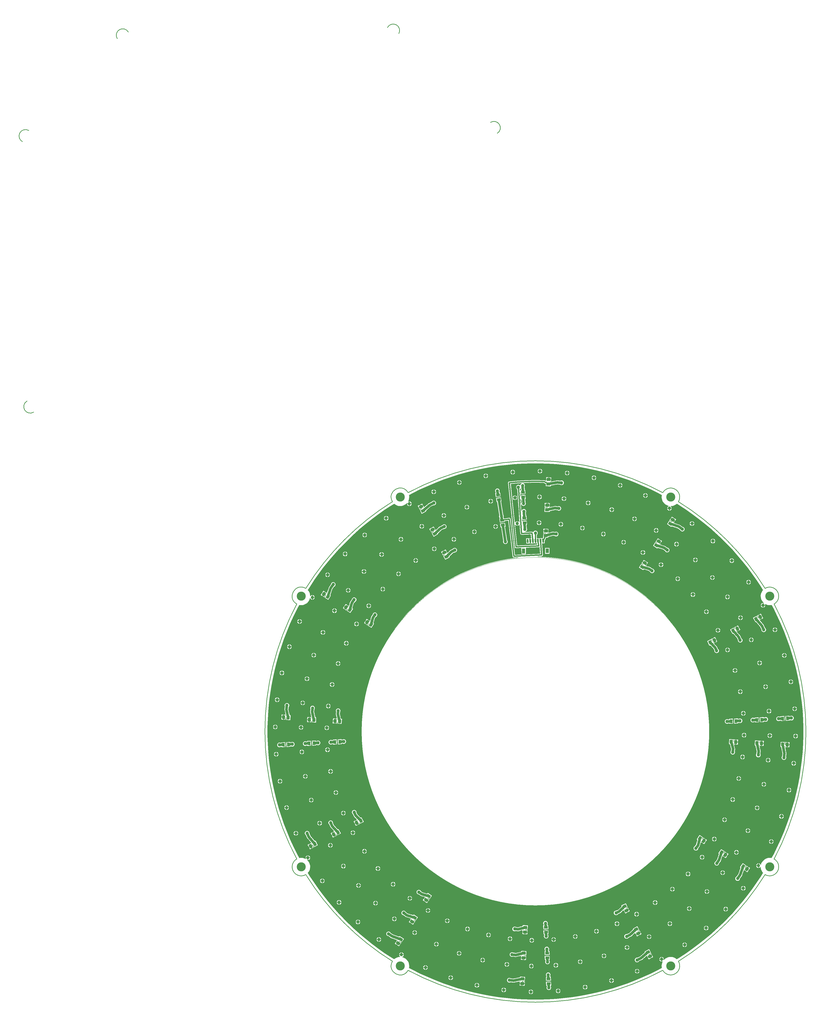
<source format=gbl>
G04 Layer_Physical_Order=2*
G04 Layer_Color=16711680*
%FSLAX42Y42*%
%MOMM*%
G71*
G01*
G75*
%ADD110C,1.00*%
%ADD111C,0.50*%
%ADD112C,0.10*%
%ADD113C,0.25*%
%ADD114C,3.50*%
%ADD115C,1.27*%
G04:AMPARAMS|DCode=116|XSize=1.45mm|YSize=1.15mm|CornerRadius=0mm|HoleSize=0mm|Usage=FLASHONLY|Rotation=178.525|XOffset=0mm|YOffset=0mm|HoleType=Round|Shape=Rectangle|*
%AMROTATEDRECTD116*
4,1,4,0.74,0.56,0.71,-0.59,-0.74,-0.56,-0.71,0.59,0.74,0.56,0.0*
%
%ADD116ROTATEDRECTD116*%

G04:AMPARAMS|DCode=117|XSize=1.45mm|YSize=1.15mm|CornerRadius=0mm|HoleSize=0mm|Usage=FLASHONLY|Rotation=148.237|XOffset=0mm|YOffset=0mm|HoleType=Round|Shape=Rectangle|*
%AMROTATEDRECTD117*
4,1,4,0.92,0.11,0.31,-0.87,-0.92,-0.11,-0.31,0.87,0.92,0.11,0.0*
%
%ADD117ROTATEDRECTD117*%

G04:AMPARAMS|DCode=118|XSize=1.45mm|YSize=1.15mm|CornerRadius=0mm|HoleSize=0mm|Usage=FLASHONLY|Rotation=147.368|XOffset=0mm|YOffset=0mm|HoleType=Round|Shape=Rectangle|*
%AMROTATEDRECTD118*
4,1,4,0.92,0.09,0.30,-0.88,-0.92,-0.09,-0.30,0.88,0.92,0.09,0.0*
%
%ADD118ROTATEDRECTD118*%

G04:AMPARAMS|DCode=119|XSize=0.6mm|YSize=1.5mm|CornerRadius=0mm|HoleSize=0mm|Usage=FLASHONLY|Rotation=180.438|XOffset=0mm|YOffset=0mm|HoleType=Round|Shape=Rectangle|*
%AMROTATEDRECTD119*
4,1,4,0.29,0.75,0.31,-0.75,-0.29,-0.75,-0.31,0.75,0.29,0.75,0.0*
%
%ADD119ROTATEDRECTD119*%

%ADD120R,1.20X1.80*%
G04:AMPARAMS|DCode=121|XSize=1.2mm|YSize=1.8mm|CornerRadius=0mm|HoleSize=0mm|Usage=FLASHONLY|Rotation=180.438|XOffset=0mm|YOffset=0mm|HoleType=Round|Shape=Rectangle|*
%AMROTATEDRECTD121*
4,1,4,0.59,0.90,0.61,-0.90,-0.59,-0.90,-0.61,0.90,0.59,0.90,0.0*
%
%ADD121ROTATEDRECTD121*%

G04:AMPARAMS|DCode=122|XSize=1.45mm|YSize=1.15mm|CornerRadius=0mm|HoleSize=0mm|Usage=FLASHONLY|Rotation=146.785|XOffset=0mm|YOffset=0mm|HoleType=Round|Shape=Rectangle|*
%AMROTATEDRECTD122*
4,1,4,0.92,0.08,0.29,-0.88,-0.92,-0.08,-0.29,0.88,0.92,0.08,0.0*
%
%ADD122ROTATEDRECTD122*%

G04:AMPARAMS|DCode=123|XSize=1.45mm|YSize=1.15mm|CornerRadius=0mm|HoleSize=0mm|Usage=FLASHONLY|Rotation=117.269|XOffset=0mm|YOffset=0mm|HoleType=Round|Shape=Rectangle|*
%AMROTATEDRECTD123*
4,1,4,0.84,-0.38,-0.18,-0.91,-0.84,0.38,0.18,0.91,0.84,-0.38,0.0*
%
%ADD123ROTATEDRECTD123*%

G04:AMPARAMS|DCode=124|XSize=1.45mm|YSize=1.15mm|CornerRadius=0mm|HoleSize=0mm|Usage=FLASHONLY|Rotation=117.500|XOffset=0mm|YOffset=0mm|HoleType=Round|Shape=Rectangle|*
%AMROTATEDRECTD124*
4,1,4,0.84,-0.38,-0.18,-0.91,-0.84,0.38,0.18,0.91,0.84,-0.38,0.0*
%
%ADD124ROTATEDRECTD124*%

G04:AMPARAMS|DCode=125|XSize=1.45mm|YSize=1.15mm|CornerRadius=0mm|HoleSize=0mm|Usage=FLASHONLY|Rotation=116.986|XOffset=0mm|YOffset=0mm|HoleType=Round|Shape=Rectangle|*
%AMROTATEDRECTD125*
4,1,4,0.84,-0.39,-0.18,-0.91,-0.84,0.39,0.18,0.91,0.84,-0.39,0.0*
%
%ADD125ROTATEDRECTD125*%

G04:AMPARAMS|DCode=126|XSize=1.45mm|YSize=1.15mm|CornerRadius=0mm|HoleSize=0mm|Usage=FLASHONLY|Rotation=86.739|XOffset=0mm|YOffset=0mm|HoleType=Round|Shape=Rectangle|*
%AMROTATEDRECTD126*
4,1,4,0.53,-0.76,-0.62,-0.69,-0.53,0.76,0.62,0.69,0.53,-0.76,0.0*
%
%ADD126ROTATEDRECTD126*%

G04:AMPARAMS|DCode=127|XSize=1.45mm|YSize=1.15mm|CornerRadius=0mm|HoleSize=0mm|Usage=FLASHONLY|Rotation=86.848|XOffset=0mm|YOffset=0mm|HoleType=Round|Shape=Rectangle|*
%AMROTATEDRECTD127*
4,1,4,0.53,-0.76,-0.61,-0.69,-0.53,0.76,0.61,0.69,0.53,-0.76,0.0*
%
%ADD127ROTATEDRECTD127*%

G04:AMPARAMS|DCode=128|XSize=1.45mm|YSize=1.15mm|CornerRadius=0mm|HoleSize=0mm|Usage=FLASHONLY|Rotation=87.572|XOffset=0mm|YOffset=0mm|HoleType=Round|Shape=Rectangle|*
%AMROTATEDRECTD128*
4,1,4,0.54,-0.75,-0.61,-0.70,-0.54,0.75,0.61,0.70,0.54,-0.75,0.0*
%
%ADD128ROTATEDRECTD128*%

G04:AMPARAMS|DCode=129|XSize=1.45mm|YSize=1.15mm|CornerRadius=0mm|HoleSize=0mm|Usage=FLASHONLY|Rotation=56.445|XOffset=0mm|YOffset=0mm|HoleType=Round|Shape=Rectangle|*
%AMROTATEDRECTD129*
4,1,4,0.08,-0.92,-0.88,-0.29,-0.08,0.92,0.88,0.29,0.08,-0.92,0.0*
%
%ADD129ROTATEDRECTD129*%

G04:AMPARAMS|DCode=130|XSize=1.45mm|YSize=1.15mm|CornerRadius=0mm|HoleSize=0mm|Usage=FLASHONLY|Rotation=56.992|XOffset=0mm|YOffset=0mm|HoleType=Round|Shape=Rectangle|*
%AMROTATEDRECTD130*
4,1,4,0.09,-0.92,-0.88,-0.29,-0.09,0.92,0.88,0.29,0.09,-0.92,0.0*
%
%ADD130ROTATEDRECTD130*%

G04:AMPARAMS|DCode=131|XSize=1.45mm|YSize=1.15mm|CornerRadius=0mm|HoleSize=0mm|Usage=FLASHONLY|Rotation=56.772|XOffset=0mm|YOffset=0mm|HoleType=Round|Shape=Rectangle|*
%AMROTATEDRECTD131*
4,1,4,0.08,-0.92,-0.88,-0.29,-0.08,0.92,0.88,0.29,0.08,-0.92,0.0*
%
%ADD131ROTATEDRECTD131*%

G04:AMPARAMS|DCode=132|XSize=1.45mm|YSize=1.15mm|CornerRadius=0mm|HoleSize=0mm|Usage=FLASHONLY|Rotation=27.272|XOffset=0mm|YOffset=0mm|HoleType=Round|Shape=Rectangle|*
%AMROTATEDRECTD132*
4,1,4,-0.38,-0.84,-0.91,0.18,0.38,0.84,0.91,-0.18,-0.38,-0.84,0.0*
%
%ADD132ROTATEDRECTD132*%

G04:AMPARAMS|DCode=133|XSize=1.45mm|YSize=1.15mm|CornerRadius=0mm|HoleSize=0mm|Usage=FLASHONLY|Rotation=27.304|XOffset=0mm|YOffset=0mm|HoleType=Round|Shape=Rectangle|*
%AMROTATEDRECTD133*
4,1,4,-0.38,-0.84,-0.91,0.18,0.38,0.84,0.91,-0.18,-0.38,-0.84,0.0*
%
%ADD133ROTATEDRECTD133*%

G04:AMPARAMS|DCode=134|XSize=1.45mm|YSize=1.15mm|CornerRadius=0mm|HoleSize=0mm|Usage=FLASHONLY|Rotation=26.794|XOffset=0mm|YOffset=0mm|HoleType=Round|Shape=Rectangle|*
%AMROTATEDRECTD134*
4,1,4,-0.39,-0.84,-0.91,0.19,0.39,0.84,0.91,-0.19,-0.39,-0.84,0.0*
%
%ADD134ROTATEDRECTD134*%

G04:AMPARAMS|DCode=135|XSize=1.45mm|YSize=1.15mm|CornerRadius=0mm|HoleSize=0mm|Usage=FLASHONLY|Rotation=357.220|XOffset=0mm|YOffset=0mm|HoleType=Round|Shape=Rectangle|*
%AMROTATEDRECTD135*
4,1,4,-0.75,-0.54,-0.70,0.61,0.75,0.54,0.70,-0.61,-0.75,-0.54,0.0*
%
%ADD135ROTATEDRECTD135*%

G04:AMPARAMS|DCode=136|XSize=1.45mm|YSize=1.15mm|CornerRadius=0mm|HoleSize=0mm|Usage=FLASHONLY|Rotation=357.169|XOffset=0mm|YOffset=0mm|HoleType=Round|Shape=Rectangle|*
%AMROTATEDRECTD136*
4,1,4,-0.75,-0.54,-0.70,0.61,0.75,0.54,0.70,-0.61,-0.75,-0.54,0.0*
%
%ADD136ROTATEDRECTD136*%

G04:AMPARAMS|DCode=137|XSize=1.45mm|YSize=1.15mm|CornerRadius=0mm|HoleSize=0mm|Usage=FLASHONLY|Rotation=357.386|XOffset=0mm|YOffset=0mm|HoleType=Round|Shape=Rectangle|*
%AMROTATEDRECTD137*
4,1,4,-0.75,-0.54,-0.70,0.61,0.75,0.54,0.70,-0.61,-0.75,-0.54,0.0*
%
%ADD137ROTATEDRECTD137*%

G04:AMPARAMS|DCode=138|XSize=1.45mm|YSize=1.15mm|CornerRadius=0mm|HoleSize=0mm|Usage=FLASHONLY|Rotation=326.426|XOffset=0mm|YOffset=0mm|HoleType=Round|Shape=Rectangle|*
%AMROTATEDRECTD138*
4,1,4,-0.92,-0.08,-0.29,0.88,0.92,0.08,0.29,-0.88,-0.92,-0.08,0.0*
%
%ADD138ROTATEDRECTD138*%

G04:AMPARAMS|DCode=139|XSize=1.45mm|YSize=1.15mm|CornerRadius=0mm|HoleSize=0mm|Usage=FLASHONLY|Rotation=178.500|XOffset=0mm|YOffset=0mm|HoleType=Round|Shape=Rectangle|*
%AMROTATEDRECTD139*
4,1,4,0.74,0.56,0.71,-0.59,-0.74,-0.56,-0.71,0.59,0.74,0.56,0.0*
%
%ADD139ROTATEDRECTD139*%

G04:AMPARAMS|DCode=140|XSize=1.45mm|YSize=1.15mm|CornerRadius=0mm|HoleSize=0mm|Usage=FLASHONLY|Rotation=177.821|XOffset=0mm|YOffset=0mm|HoleType=Round|Shape=Rectangle|*
%AMROTATEDRECTD140*
4,1,4,0.75,0.55,0.70,-0.60,-0.75,-0.55,-0.70,0.60,0.75,0.55,0.0*
%
%ADD140ROTATEDRECTD140*%

G04:AMPARAMS|DCode=141|XSize=1.45mm|YSize=1.15mm|CornerRadius=0mm|HoleSize=0mm|Usage=FLASHONLY|Rotation=209.832|XOffset=0mm|YOffset=0mm|HoleType=Round|Shape=Rectangle|*
%AMROTATEDRECTD141*
4,1,4,0.34,0.86,0.91,-0.14,-0.34,-0.86,-0.91,0.14,0.34,0.86,0.0*
%
%ADD141ROTATEDRECTD141*%

G04:AMPARAMS|DCode=142|XSize=1.4mm|YSize=1.05mm|CornerRadius=0mm|HoleSize=0mm|Usage=FLASHONLY|Rotation=272.678|XOffset=0mm|YOffset=0mm|HoleType=Round|Shape=Rectangle|*
%AMROTATEDRECTD142*
4,1,4,-0.56,0.67,0.49,0.72,0.56,-0.67,-0.49,-0.72,-0.56,0.67,0.0*
%
%ADD142ROTATEDRECTD142*%

G04:AMPARAMS|DCode=143|XSize=1.4mm|YSize=1.05mm|CornerRadius=0mm|HoleSize=0mm|Usage=FLASHONLY|Rotation=3.004|XOffset=0mm|YOffset=0mm|HoleType=Round|Shape=Rectangle|*
%AMROTATEDRECTD143*
4,1,4,-0.67,-0.56,-0.73,0.49,0.67,0.56,0.73,-0.49,-0.67,-0.56,0.0*
%
%ADD143ROTATEDRECTD143*%

G04:AMPARAMS|DCode=144|XSize=1.4mm|YSize=1.05mm|CornerRadius=0mm|HoleSize=0mm|Usage=FLASHONLY|Rotation=272.498|XOffset=0mm|YOffset=0mm|HoleType=Round|Shape=Rectangle|*
%AMROTATEDRECTD144*
4,1,4,-0.56,0.68,0.49,0.72,0.56,-0.68,-0.49,-0.72,-0.56,0.68,0.0*
%
%ADD144ROTATEDRECTD144*%

G04:AMPARAMS|DCode=145|XSize=1.4mm|YSize=1.05mm|CornerRadius=0mm|HoleSize=0mm|Usage=FLASHONLY|Rotation=3.000|XOffset=0mm|YOffset=0mm|HoleType=Round|Shape=Rectangle|*
%AMROTATEDRECTD145*
4,1,4,-0.67,-0.56,-0.73,0.49,0.67,0.56,0.73,-0.49,-0.67,-0.56,0.0*
%
%ADD145ROTATEDRECTD145*%

G04:AMPARAMS|DCode=146|XSize=1.4mm|YSize=1.05mm|CornerRadius=0mm|HoleSize=0mm|Usage=FLASHONLY|Rotation=273.177|XOffset=0mm|YOffset=0mm|HoleType=Round|Shape=Rectangle|*
%AMROTATEDRECTD146*
4,1,4,-0.56,0.67,0.49,0.73,0.56,-0.67,-0.49,-0.73,-0.56,0.67,0.0*
%
%ADD146ROTATEDRECTD146*%

G04:AMPARAMS|DCode=147|XSize=1.4mm|YSize=1.05mm|CornerRadius=0mm|HoleSize=0mm|Usage=FLASHONLY|Rotation=189.500|XOffset=0mm|YOffset=0mm|HoleType=Round|Shape=Rectangle|*
%AMROTATEDRECTD147*
4,1,4,0.60,0.63,0.78,-0.40,-0.60,-0.63,-0.78,0.40,0.60,0.63,0.0*
%
%ADD147ROTATEDRECTD147*%

G04:AMPARAMS|DCode=148|XSize=1.4mm|YSize=1.05mm|CornerRadius=0mm|HoleSize=0mm|Usage=FLASHONLY|Rotation=189.000|XOffset=0mm|YOffset=0mm|HoleType=Round|Shape=Rectangle|*
%AMROTATEDRECTD148*
4,1,4,0.61,0.63,0.77,-0.41,-0.61,-0.63,-0.77,0.41,0.61,0.63,0.0*
%
%ADD148ROTATEDRECTD148*%

G04:AMPARAMS|DCode=149|XSize=1.4mm|YSize=1.05mm|CornerRadius=0mm|HoleSize=0mm|Usage=FLASHONLY|Rotation=2.023|XOffset=0mm|YOffset=0mm|HoleType=Round|Shape=Rectangle|*
%AMROTATEDRECTD149*
4,1,4,-0.68,-0.55,-0.72,0.50,0.68,0.55,0.72,-0.50,-0.68,-0.55,0.0*
%
%ADD149ROTATEDRECTD149*%

G04:AMPARAMS|DCode=150|XSize=1.4mm|YSize=1.05mm|CornerRadius=0mm|HoleSize=0mm|Usage=FLASHONLY|Rotation=1.976|XOffset=0mm|YOffset=0mm|HoleType=Round|Shape=Rectangle|*
%AMROTATEDRECTD150*
4,1,4,-0.68,-0.55,-0.72,0.50,0.68,0.55,0.72,-0.50,-0.68,-0.55,0.0*
%
%ADD150ROTATEDRECTD150*%

G04:AMPARAMS|DCode=151|XSize=1.4mm|YSize=1.05mm|CornerRadius=0mm|HoleSize=0mm|Usage=FLASHONLY|Rotation=2.523|XOffset=0mm|YOffset=0mm|HoleType=Round|Shape=Rectangle|*
%AMROTATEDRECTD151*
4,1,4,-0.68,-0.56,-0.72,0.49,0.68,0.56,0.72,-0.49,-0.68,-0.56,0.0*
%
%ADD151ROTATEDRECTD151*%

G36*
X160Y10400D02*
X479Y10390D01*
X798Y10371D01*
X1116Y10341D01*
X1434Y10302D01*
X1749Y10253D01*
X2063Y10195D01*
X2375Y10126D01*
X2685Y10049D01*
X2993Y9961D01*
X3297Y9865D01*
X3599Y9759D01*
X3897Y9644D01*
X4191Y9520D01*
X4481Y9386D01*
X4767Y9244D01*
X4908Y9169D01*
X4906Y9157D01*
X4903Y9142D01*
X4900Y9087D01*
X4905Y9032D01*
X4919Y8978D01*
X4942Y8927D01*
X4972Y8881D01*
X5009Y8840D01*
X5052Y8805D01*
X5100Y8777D01*
X5151Y8757D01*
X5169Y8754D01*
X5170Y8741D01*
X5157Y8735D01*
X5138Y8721D01*
X5124Y8702D01*
X5115Y8681D01*
X5114Y8670D01*
X5290D01*
X5288Y8681D01*
X5280Y8702D01*
X5265Y8721D01*
X5252Y8731D01*
X5256Y8744D01*
X5261Y8743D01*
X5316Y8749D01*
X5369Y8764D01*
X5419Y8787D01*
X5465Y8817D01*
X5487Y8835D01*
X5487Y8835D01*
X5497Y8829D01*
X5614Y8756D01*
X5863Y8591D01*
X6107Y8419D01*
X6346Y8241D01*
X6580Y8055D01*
X6808Y7863D01*
X7031Y7665D01*
X7248Y7460D01*
X7459Y7249D01*
X7664Y7032D01*
X7863Y6809D01*
X8055Y6581D01*
X8240Y6347D01*
X8419Y6108D01*
X8591Y5864D01*
X8755Y5615D01*
X8834Y5488D01*
X8828Y5478D01*
X8818Y5466D01*
X8787Y5420D01*
X8764Y5370D01*
X8750Y5316D01*
X8743Y5262D01*
X8746Y5206D01*
X8757Y5152D01*
X8777Y5101D01*
X8804Y5053D01*
X8839Y5010D01*
X8853Y4996D01*
X8848Y4984D01*
X8846Y4985D01*
Y4909D01*
X8922D01*
X8920Y4920D01*
X8914Y4935D01*
X8924Y4944D01*
X8926Y4943D01*
X8976Y4920D01*
X9029Y4906D01*
X9084Y4900D01*
X9139Y4903D01*
X9166Y4908D01*
X9174Y4898D01*
X9244Y4768D01*
X9386Y4482D01*
X9519Y4191D01*
X9644Y3897D01*
X9759Y3599D01*
X9865Y3298D01*
X9961Y2993D01*
X10049Y2686D01*
X10126Y2376D01*
X10194Y2064D01*
X10253Y1749D01*
X10302Y1434D01*
X10341Y1117D01*
X10371Y798D01*
X10390Y480D01*
X10400Y160D01*
X10400Y-159D01*
X10390Y-479D01*
X10371Y-798D01*
X10341Y-1116D01*
X10302Y-1433D01*
X10253Y-1749D01*
X10195Y-2063D01*
X10126Y-2375D01*
X10049Y-2685D01*
X9962Y-2992D01*
X9865Y-3297D01*
X9759Y-3598D01*
X9644Y-3896D01*
X9520Y-4191D01*
X9386Y-4481D01*
X9244Y-4767D01*
X9175Y-4897D01*
X9169Y-4908D01*
X9157Y-4906D01*
X9142Y-4903D01*
X9087Y-4900D01*
X9032Y-4905D01*
X8978Y-4919D01*
X8928Y-4942D01*
X8881Y-4972D01*
X8840Y-5009D01*
X8805Y-5051D01*
X8777Y-5099D01*
X8758Y-5151D01*
X8754Y-5169D01*
X8741Y-5170D01*
X8735Y-5157D01*
X8721Y-5138D01*
X8702Y-5124D01*
X8681Y-5115D01*
X8670Y-5114D01*
Y-5202D01*
Y-5290D01*
X8681Y-5288D01*
X8702Y-5280D01*
X8721Y-5265D01*
X8731Y-5252D01*
X8744Y-5256D01*
X8743Y-5260D01*
X8749Y-5315D01*
X8764Y-5369D01*
X8787Y-5419D01*
X8817Y-5465D01*
X8835Y-5487D01*
X8835Y-5487D01*
X8756Y-5614D01*
X8591Y-5863D01*
X8419Y-6107D01*
X8241Y-6346D01*
X8055Y-6580D01*
X7863Y-6809D01*
X7664Y-7032D01*
X7459Y-7249D01*
X7248Y-7460D01*
X7031Y-7665D01*
X6808Y-7863D01*
X6580Y-8056D01*
X6346Y-8241D01*
X6107Y-8420D01*
X5862Y-8592D01*
X5613Y-8756D01*
X5486Y-8835D01*
X5477Y-8827D01*
X5466Y-8818D01*
X5419Y-8787D01*
X5369Y-8764D01*
X5316Y-8749D01*
X5261Y-8743D01*
X5205Y-8746D01*
X5151Y-8757D01*
X5100Y-8777D01*
X5052Y-8805D01*
X5009Y-8840D01*
X4996Y-8853D01*
X4984Y-8848D01*
X4985Y-8846D01*
X4909D01*
Y-8922D01*
X4920Y-8920D01*
X4935Y-8914D01*
X4944Y-8924D01*
X4942Y-8927D01*
X4919Y-8978D01*
X4905Y-9032D01*
X4900Y-9087D01*
X4903Y-9142D01*
X4908Y-9169D01*
X4908Y-9169D01*
X4908Y-9169D01*
X4767Y-9245D01*
X4481Y-9387D01*
X4190Y-9520D01*
X3896Y-9644D01*
X3598Y-9759D01*
X3296Y-9865D01*
X2992Y-9962D01*
X2685Y-10049D01*
X2375Y-10126D01*
X2063Y-10195D01*
X1749Y-10253D01*
X1433Y-10302D01*
X1116Y-10341D01*
X798Y-10371D01*
X479Y-10390D01*
X160Y-10400D01*
X-160Y-10400D01*
X-479Y-10390D01*
X-798Y-10371D01*
X-1116Y-10341D01*
X-1433Y-10302D01*
X-1749Y-10253D01*
X-2063Y-10195D01*
X-2375Y-10126D01*
X-2685Y-10049D01*
X-2992Y-9962D01*
X-3296Y-9865D01*
X-3598Y-9759D01*
X-3896Y-9644D01*
X-4190Y-9520D01*
X-4481Y-9387D01*
X-4767Y-9245D01*
X-4897Y-9175D01*
X-4908Y-9169D01*
X-4906Y-9157D01*
X-4903Y-9142D01*
X-4900Y-9087D01*
X-4905Y-9032D01*
X-4919Y-8978D01*
X-4942Y-8927D01*
X-4972Y-8881D01*
X-5009Y-8840D01*
X-5052Y-8805D01*
X-5100Y-8777D01*
X-5151Y-8757D01*
X-5169Y-8754D01*
X-5170Y-8741D01*
X-5157Y-8735D01*
X-5138Y-8721D01*
X-5124Y-8702D01*
X-5115Y-8681D01*
X-5114Y-8670D01*
X-5290D01*
X-5288Y-8681D01*
X-5280Y-8702D01*
X-5265Y-8721D01*
X-5252Y-8731D01*
X-5256Y-8744D01*
X-5261Y-8743D01*
X-5316Y-8749D01*
X-5369Y-8764D01*
X-5419Y-8787D01*
X-5466Y-8818D01*
X-5477Y-8828D01*
X-5486Y-8835D01*
Y-8835D01*
X-5486D01*
X-5613Y-8756D01*
X-5862Y-8592D01*
X-6107Y-8420D01*
X-6346Y-8241D01*
X-6580Y-8055D01*
X-6808Y-7863D01*
X-7031Y-7664D01*
X-7248Y-7459D01*
X-7460Y-7248D01*
X-7665Y-7031D01*
X-7863Y-6808D01*
X-8056Y-6580D01*
X-8241Y-6346D01*
X-8420Y-6107D01*
X-8592Y-5862D01*
X-8757Y-5613D01*
X-8835Y-5487D01*
Y-5487D01*
X-8817Y-5465D01*
X-8787Y-5419D01*
X-8764Y-5369D01*
X-8749Y-5315D01*
X-8743Y-5260D01*
X-8746Y-5205D01*
X-8758Y-5151D01*
X-8777Y-5099D01*
X-8805Y-5051D01*
X-8840Y-5009D01*
X-8853Y-4996D01*
X-8848Y-4984D01*
X-8846Y-4985D01*
Y-4909D01*
X-8922D01*
X-8920Y-4920D01*
X-8914Y-4935D01*
X-8924Y-4944D01*
X-8928Y-4942D01*
X-8978Y-4919D01*
X-9032Y-4905D01*
X-9087Y-4900D01*
X-9142Y-4903D01*
X-9169Y-4908D01*
X-9169Y-4908D01*
X-9175Y-4897D01*
X-9244Y-4767D01*
X-9386Y-4481D01*
X-9520Y-4191D01*
X-9644Y-3896D01*
X-9759Y-3598D01*
X-9865Y-3297D01*
X-9961Y-2992D01*
X-10049Y-2685D01*
X-10126Y-2375D01*
X-10195Y-2063D01*
X-10253Y-1749D01*
X-10302Y-1433D01*
X-10341Y-1116D01*
X-10371Y-798D01*
X-10390Y-479D01*
X-10400Y-160D01*
X-10400Y160D01*
X-10390Y479D01*
X-10371Y798D01*
X-10341Y1116D01*
X-10302Y1433D01*
X-10253Y1749D01*
X-10195Y2063D01*
X-10126Y2375D01*
X-10049Y2685D01*
X-9961Y2992D01*
X-9865Y3297D01*
X-9759Y3598D01*
X-9644Y3896D01*
X-9520Y4191D01*
X-9386Y4481D01*
X-9244Y4767D01*
X-9175Y4897D01*
X-9169Y4908D01*
X-9157Y4906D01*
X-9142Y4903D01*
X-9087Y4900D01*
X-9032Y4905D01*
X-8978Y4919D01*
X-8928Y4942D01*
X-8881Y4972D01*
X-8840Y5009D01*
X-8805Y5051D01*
X-8777Y5099D01*
X-8758Y5151D01*
X-8754Y5169D01*
X-8741Y5170D01*
X-8735Y5157D01*
X-8721Y5138D01*
X-8702Y5124D01*
X-8681Y5115D01*
X-8670Y5114D01*
Y5202D01*
Y5290D01*
X-8681Y5288D01*
X-8702Y5280D01*
X-8721Y5265D01*
X-8731Y5252D01*
X-8744Y5256D01*
X-8743Y5260D01*
X-8749Y5315D01*
X-8764Y5369D01*
X-8787Y5419D01*
X-8817Y5465D01*
X-8835Y5487D01*
X-8835Y5487D01*
X-8756Y5614D01*
X-8591Y5863D01*
X-8420Y6107D01*
X-8241Y6346D01*
X-8055Y6580D01*
X-7863Y6808D01*
X-7665Y7031D01*
X-7460Y7248D01*
X-7249Y7459D01*
X-7032Y7664D01*
X-6809Y7863D01*
X-6581Y8055D01*
X-6347Y8240D01*
X-6108Y8419D01*
X-5864Y8591D01*
X-5615Y8755D01*
X-5488Y8834D01*
X-5488D01*
X-5487Y8835D01*
X-5466Y8818D01*
X-5419Y8787D01*
X-5369Y8764D01*
X-5316Y8749D01*
X-5261Y8743D01*
X-5205Y8746D01*
X-5151Y8757D01*
X-5100Y8777D01*
X-5052Y8805D01*
X-5009Y8840D01*
X-4996Y8853D01*
X-4984Y8848D01*
X-4985Y8846D01*
X-4909D01*
Y8922D01*
X-4920Y8920D01*
X-4935Y8914D01*
X-4944Y8924D01*
X-4942Y8927D01*
X-4919Y8978D01*
X-4905Y9032D01*
X-4900Y9087D01*
X-4903Y9142D01*
X-4908Y9169D01*
X-4908Y9169D01*
X-4908Y9169D01*
X-4767Y9245D01*
X-4481Y9387D01*
X-4190Y9520D01*
X-3896Y9644D01*
X-3598Y9759D01*
X-3296Y9865D01*
X-2992Y9962D01*
X-2684Y10049D01*
X-2375Y10127D01*
X-2062Y10195D01*
X-1748Y10253D01*
X-1433Y10302D01*
X-1116Y10341D01*
X-798Y10371D01*
X-479Y10390D01*
X-159Y10400D01*
X160Y10400D01*
D02*
G37*
%LPC*%
G36*
X-8779Y-4364D02*
X-8841Y-4397D01*
X-8802Y-4472D01*
X-8740Y-4440D01*
X-8779Y-4364D01*
D02*
G37*
G36*
X-7972Y-4324D02*
X-7982Y-4325D01*
X-8004Y-4334D01*
X-8022Y-4348D01*
X-8037Y-4367D01*
X-8046Y-4389D01*
X-8047Y-4399D01*
X-7972D01*
Y-4324D01*
D02*
G37*
G36*
X-8861Y-3856D02*
X-8885Y-3859D01*
X-8906Y-3868D01*
X-8925Y-3882D01*
X-8939Y-3901D01*
X-8948Y-3922D01*
X-8951Y-3945D01*
X-8948Y-3969D01*
X-8939Y-3990D01*
X-8925Y-4009D01*
X-8911Y-4019D01*
X-8860Y-4131D01*
X-8860Y-4132D01*
X-8860Y-4133D01*
X-8855Y-4140D01*
X-8850Y-4148D01*
X-8849Y-4148D01*
X-8849Y-4149D01*
X-8705Y-4315D01*
X-8707Y-4327D01*
X-8757Y-4353D01*
X-8717Y-4428D01*
X-8650Y-4393D01*
X-8645Y-4388D01*
X-8643Y-4388D01*
X-8591Y-4487D01*
X-8444Y-4411D01*
X-8535Y-4237D01*
X-8560Y-4250D01*
X-8727Y-4058D01*
X-8773Y-3956D01*
X-8772Y-3945D01*
X-8775Y-3922D01*
X-8784Y-3901D01*
X-8798Y-3882D01*
X-8817Y-3868D01*
X-8838Y-3859D01*
X-8861Y-3856D01*
D02*
G37*
G36*
X-8643Y-4418D02*
X-8705Y-4451D01*
X-8666Y-4526D01*
X-8604Y-4494D01*
X-8643Y-4418D01*
D02*
G37*
G36*
X-7972Y-4424D02*
X-8047D01*
X-8046Y-4435D01*
X-8037Y-4457D01*
X-8022Y-4475D01*
X-8004Y-4489D01*
X-7982Y-4498D01*
X-7972Y-4500D01*
Y-4424D01*
D02*
G37*
G36*
X-7871D02*
X-7946D01*
Y-4500D01*
X-7936Y-4498D01*
X-7914Y-4489D01*
X-7896Y-4475D01*
X-7881Y-4457D01*
X-7872Y-4435D01*
X-7871Y-4424D01*
D02*
G37*
G36*
X9242Y-4281D02*
X9166D01*
Y-4356D01*
X9177Y-4355D01*
X9199Y-4346D01*
X9217Y-4332D01*
X9231Y-4313D01*
X9240Y-4292D01*
X9242Y-4281D01*
D02*
G37*
G36*
X6368Y-4017D02*
X6260Y-4180D01*
X6289Y-4199D01*
X6238Y-4383D01*
X6194Y-4444D01*
X6185Y-4448D01*
X6166Y-4463D01*
X6152Y-4481D01*
X6143Y-4503D01*
X6140Y-4526D01*
X6143Y-4549D01*
X6152Y-4571D01*
X6166Y-4589D01*
X6185Y-4604D01*
X6206Y-4613D01*
X6229Y-4616D01*
X6253Y-4613D01*
X6274Y-4604D01*
X6293Y-4589D01*
X6307Y-4571D01*
X6316Y-4549D01*
X6318Y-4532D01*
X6369Y-4461D01*
X6371Y-4458D01*
X6373Y-4455D01*
X6376Y-4449D01*
X6379Y-4443D01*
X6379Y-4440D01*
X6381Y-4437D01*
X6419Y-4298D01*
X6431Y-4293D01*
X6468Y-4318D01*
X6522Y-4236D01*
X6576Y-4155D01*
X6518Y-4116D01*
X6465Y-4196D01*
X6452Y-4193D01*
X6451Y-4191D01*
X6506Y-4108D01*
X6368Y-4017D01*
D02*
G37*
G36*
X6597Y-4169D02*
X6550Y-4240D01*
X6609Y-4279D01*
X6656Y-4208D01*
X6597Y-4169D01*
D02*
G37*
G36*
X-7946Y-4324D02*
Y-4399D01*
X-7871D01*
X-7872Y-4389D01*
X-7881Y-4367D01*
X-7896Y-4348D01*
X-7914Y-4334D01*
X-7936Y-4325D01*
X-7946Y-4324D01*
D02*
G37*
G36*
X6536Y-4261D02*
X6489Y-4332D01*
X6548Y-4371D01*
X6595Y-4300D01*
X6536Y-4261D01*
D02*
G37*
G36*
X9141Y-4281D02*
X9066D01*
X9067Y-4292D01*
X9076Y-4313D01*
X9090Y-4332D01*
X9109Y-4346D01*
X9130Y-4355D01*
X9141Y-4356D01*
Y-4281D01*
D02*
G37*
G36*
X-8728Y-4462D02*
X-8790Y-4495D01*
X-8751Y-4570D01*
X-8689Y-4538D01*
X-8728Y-4462D01*
D02*
G37*
G36*
X7436Y-4712D02*
X7389Y-4784D01*
X7448Y-4822D01*
X7495Y-4750D01*
X7436Y-4712D01*
D02*
G37*
G36*
X7788Y-4700D02*
X7712D01*
X7714Y-4710D01*
X7723Y-4732D01*
X7737Y-4750D01*
X7755Y-4764D01*
X7777Y-4773D01*
X7788Y-4775D01*
Y-4700D01*
D02*
G37*
G36*
X7888D02*
X7813D01*
Y-4775D01*
X7823Y-4773D01*
X7845Y-4764D01*
X7864Y-4750D01*
X7878Y-4732D01*
X7887Y-4710D01*
X7888Y-4700D01*
D02*
G37*
G36*
X7205Y-4562D02*
X7098Y-4726D01*
X7124Y-4743D01*
X7058Y-4956D01*
X7003Y-5032D01*
X6994Y-5036D01*
X6975Y-5050D01*
X6961Y-5069D01*
X6952Y-5091D01*
X6949Y-5114D01*
X6952Y-5137D01*
X6961Y-5159D01*
X6975Y-5177D01*
X6994Y-5191D01*
X7015Y-5200D01*
X7038Y-5203D01*
X7062Y-5200D01*
X7083Y-5191D01*
X7102Y-5177D01*
X7116Y-5159D01*
X7125Y-5137D01*
X7127Y-5120D01*
X7189Y-5034D01*
X7189Y-5032D01*
X7191Y-5031D01*
X7194Y-5024D01*
X7198Y-5017D01*
X7198Y-5015D01*
X7199Y-5013D01*
X7254Y-4839D01*
X7266Y-4835D01*
X7308Y-4863D01*
X7361Y-4780D01*
X7415Y-4698D01*
X7356Y-4660D01*
X7300Y-4745D01*
X7287Y-4743D01*
X7286Y-4741D01*
X7344Y-4652D01*
X7205Y-4562D01*
D02*
G37*
G36*
X6456Y-4787D02*
X6446Y-4788D01*
X6424Y-4797D01*
X6406Y-4811D01*
X6391Y-4830D01*
X6382Y-4851D01*
X6381Y-4862D01*
X6456D01*
Y-4787D01*
D02*
G37*
G36*
X6482D02*
Y-4862D01*
X6557D01*
X6556Y-4851D01*
X6547Y-4830D01*
X6532Y-4811D01*
X6514Y-4797D01*
X6492Y-4788D01*
X6482Y-4787D01*
D02*
G37*
G36*
X7813Y-4599D02*
Y-4674D01*
X7888D01*
X7887Y-4664D01*
X7878Y-4642D01*
X7864Y-4623D01*
X7845Y-4609D01*
X7823Y-4600D01*
X7813Y-4599D01*
D02*
G37*
G36*
X-6648Y-4558D02*
X-6658Y-4559D01*
X-6680Y-4568D01*
X-6699Y-4583D01*
X-6713Y-4601D01*
X-6722Y-4623D01*
X-6723Y-4633D01*
X-6648D01*
Y-4558D01*
D02*
G37*
G36*
X-6622D02*
Y-4633D01*
X-6547D01*
X-6549Y-4623D01*
X-6557Y-4601D01*
X-6572Y-4583D01*
X-6590Y-4568D01*
X-6612Y-4559D01*
X-6622Y-4558D01*
D02*
G37*
G36*
X-6648Y-4659D02*
X-6723D01*
X-6722Y-4669D01*
X-6713Y-4691D01*
X-6699Y-4709D01*
X-6680Y-4724D01*
X-6658Y-4733D01*
X-6648Y-4734D01*
Y-4659D01*
D02*
G37*
G36*
X-6547D02*
X-6622D01*
Y-4734D01*
X-6612Y-4733D01*
X-6590Y-4724D01*
X-6572Y-4709D01*
X-6557Y-4691D01*
X-6549Y-4669D01*
X-6547Y-4659D01*
D02*
G37*
G36*
X7788Y-4599D02*
X7777Y-4600D01*
X7755Y-4609D01*
X7737Y-4623D01*
X7723Y-4642D01*
X7714Y-4664D01*
X7712Y-4674D01*
X7788D01*
Y-4599D01*
D02*
G37*
G36*
X6930Y-4185D02*
X6855D01*
X6856Y-4195D01*
X6865Y-4217D01*
X6880Y-4235D01*
X6898Y-4249D01*
X6920Y-4258D01*
X6930Y-4260D01*
Y-4185D01*
D02*
G37*
G36*
X-7097Y-3839D02*
X-7108Y-3840D01*
X-7129Y-3849D01*
X-7148Y-3864D01*
X-7162Y-3882D01*
X-7171Y-3904D01*
X-7172Y-3914D01*
X-7097D01*
Y-3839D01*
D02*
G37*
G36*
X-7072D02*
Y-3914D01*
X-6996D01*
X-6998Y-3904D01*
X-7007Y-3882D01*
X-7021Y-3864D01*
X-7040Y-3849D01*
X-7061Y-3840D01*
X-7072Y-3839D01*
D02*
G37*
G36*
X8235Y-3758D02*
X8224Y-3759D01*
X8203Y-3768D01*
X8184Y-3782D01*
X8170Y-3801D01*
X8161Y-3823D01*
X8159Y-3833D01*
X8235D01*
Y-3758D01*
D02*
G37*
G36*
X8335Y-3859D02*
X8260D01*
Y-3934D01*
X8271Y-3932D01*
X8292Y-3923D01*
X8311Y-3909D01*
X8325Y-3891D01*
X8334Y-3869D01*
X8335Y-3859D01*
D02*
G37*
G36*
X-9310Y-3858D02*
X-9320Y-3860D01*
X-9342Y-3869D01*
X-9360Y-3883D01*
X-9375Y-3902D01*
X-9384Y-3923D01*
X-9385Y-3934D01*
X-9310D01*
Y-3858D01*
D02*
G37*
G36*
X-9284D02*
Y-3934D01*
X-9209D01*
X-9210Y-3923D01*
X-9219Y-3902D01*
X-9234Y-3883D01*
X-9252Y-3869D01*
X-9274Y-3860D01*
X-9284Y-3858D01*
D02*
G37*
G36*
X8260Y-3758D02*
Y-3833D01*
X8335D01*
X8334Y-3823D01*
X8325Y-3801D01*
X8311Y-3782D01*
X8292Y-3768D01*
X8271Y-3759D01*
X8260Y-3758D01*
D02*
G37*
G36*
X-7034Y-3042D02*
X-7058Y-3045D01*
X-7079Y-3054D01*
X-7098Y-3068D01*
X-7112Y-3087D01*
X-7121Y-3109D01*
X-7124Y-3132D01*
X-7121Y-3155D01*
X-7112Y-3177D01*
X-7098Y-3195D01*
X-7084Y-3206D01*
X-7048Y-3286D01*
X-7046Y-3289D01*
X-7045Y-3292D01*
X-7041Y-3297D01*
X-7037Y-3303D01*
X-7035Y-3305D01*
X-7033Y-3308D01*
X-6931Y-3410D01*
X-6933Y-3423D01*
X-6974Y-3444D01*
X-6930Y-3531D01*
X-6885Y-3618D01*
X-6822Y-3586D01*
X-6867Y-3500D01*
X-6858Y-3490D01*
X-6856Y-3490D01*
X-6810Y-3580D01*
X-6662Y-3504D01*
X-6751Y-3330D01*
X-6782Y-3345D01*
X-6915Y-3210D01*
X-6946Y-3142D01*
X-6945Y-3132D01*
X-6948Y-3109D01*
X-6957Y-3087D01*
X-6971Y-3068D01*
X-6989Y-3054D01*
X-7011Y-3045D01*
X-7034Y-3042D01*
D02*
G37*
G36*
X-6997Y-3455D02*
X-7059Y-3487D01*
X-7020Y-3563D01*
X-6958Y-3531D01*
X-6997Y-3455D01*
D02*
G37*
G36*
X-8389Y-3468D02*
X-8400Y-3469D01*
X-8421Y-3478D01*
X-8440Y-3492D01*
X-8454Y-3511D01*
X-8463Y-3532D01*
X-8465Y-3543D01*
X-8389D01*
Y-3468D01*
D02*
G37*
G36*
X-6946Y-3554D02*
X-7009Y-3586D01*
X-6970Y-3662D01*
X-6908Y-3630D01*
X-6946Y-3554D01*
D02*
G37*
G36*
X-8389Y-3568D02*
X-8465D01*
X-8463Y-3579D01*
X-8454Y-3600D01*
X-8440Y-3619D01*
X-8421Y-3633D01*
X-8400Y-3642D01*
X-8389Y-3644D01*
Y-3568D01*
D02*
G37*
G36*
X-8289D02*
X-8364D01*
Y-3644D01*
X-8353Y-3642D01*
X-8332Y-3633D01*
X-8313Y-3619D01*
X-8299Y-3600D01*
X-8290Y-3579D01*
X-8289Y-3568D01*
D02*
G37*
G36*
X6930Y-4084D02*
X6920Y-4085D01*
X6898Y-4094D01*
X6880Y-4108D01*
X6865Y-4127D01*
X6856Y-4149D01*
X6855Y-4159D01*
X6930D01*
Y-4084D01*
D02*
G37*
G36*
X6956D02*
Y-4159D01*
X7031D01*
X7030Y-4149D01*
X7021Y-4127D01*
X7006Y-4108D01*
X6988Y-4094D01*
X6966Y-4085D01*
X6956Y-4084D01*
D02*
G37*
G36*
X-7837Y-4008D02*
X-7900Y-4040D01*
X-7861Y-4116D01*
X-7798Y-4084D01*
X-7837Y-4008D01*
D02*
G37*
G36*
X7031Y-4185D02*
X6956D01*
Y-4260D01*
X6966Y-4258D01*
X6988Y-4249D01*
X7006Y-4235D01*
X7021Y-4217D01*
X7030Y-4195D01*
X7031Y-4185D01*
D02*
G37*
G36*
X9141Y-4180D02*
X9130Y-4182D01*
X9109Y-4191D01*
X9090Y-4205D01*
X9076Y-4224D01*
X9067Y-4245D01*
X9066Y-4256D01*
X9141D01*
Y-4180D01*
D02*
G37*
G36*
X9166D02*
Y-4256D01*
X9242D01*
X9240Y-4245D01*
X9231Y-4224D01*
X9217Y-4205D01*
X9199Y-4191D01*
X9177Y-4182D01*
X9166Y-4180D01*
D02*
G37*
G36*
X-9310Y-3959D02*
X-9385D01*
X-9384Y-3970D01*
X-9375Y-3991D01*
X-9360Y-4010D01*
X-9342Y-4024D01*
X-9320Y-4033D01*
X-9310Y-4034D01*
Y-3959D01*
D02*
G37*
G36*
X-7097Y-3940D02*
X-7172D01*
X-7171Y-3950D01*
X-7162Y-3972D01*
X-7148Y-3990D01*
X-7129Y-4005D01*
X-7108Y-4014D01*
X-7097Y-4015D01*
Y-3940D01*
D02*
G37*
G36*
X-6996D02*
X-7072D01*
Y-4015D01*
X-7061Y-4014D01*
X-7040Y-4005D01*
X-7021Y-3990D01*
X-7007Y-3972D01*
X-6998Y-3950D01*
X-6996Y-3940D01*
D02*
G37*
G36*
X8235Y-3859D02*
X8159D01*
X8161Y-3869D01*
X8170Y-3891D01*
X8184Y-3909D01*
X8203Y-3923D01*
X8224Y-3932D01*
X8235Y-3934D01*
Y-3859D01*
D02*
G37*
G36*
X-9209Y-3959D02*
X-9284D01*
Y-4034D01*
X-9274Y-4033D01*
X-9252Y-4024D01*
X-9234Y-4010D01*
X-9219Y-3991D01*
X-9210Y-3970D01*
X-9209Y-3959D01*
D02*
G37*
G36*
X-7948Y-3449D02*
X-7971Y-3452D01*
X-7993Y-3461D01*
X-8011Y-3475D01*
X-8025Y-3494D01*
X-8034Y-3515D01*
X-8038Y-3539D01*
X-8034Y-3562D01*
X-8025Y-3583D01*
X-8011Y-3602D01*
X-7998Y-3612D01*
X-7954Y-3708D01*
X-7953Y-3710D01*
X-7952Y-3712D01*
X-7948Y-3718D01*
X-7944Y-3725D01*
X-7942Y-3727D01*
X-7941Y-3728D01*
X-7818Y-3862D01*
X-7820Y-3875D01*
X-7865Y-3898D01*
X-7821Y-3985D01*
X-7776Y-4072D01*
X-7713Y-4040D01*
X-7760Y-3949D01*
X-7751Y-3939D01*
X-7749Y-3940D01*
X-7701Y-4034D01*
X-7553Y-3958D01*
X-7643Y-3784D01*
X-7670Y-3798D01*
X-7821Y-3634D01*
X-7860Y-3549D01*
X-7858Y-3539D01*
X-7861Y-3515D01*
X-7870Y-3494D01*
X-7884Y-3475D01*
X-7903Y-3461D01*
X-7925Y-3452D01*
X-7948Y-3449D01*
D02*
G37*
G36*
X-7888Y-3910D02*
X-7950Y-3942D01*
X-7911Y-4017D01*
X-7849Y-3985D01*
X-7888Y-3910D01*
D02*
G37*
G36*
X-5436Y-5937D02*
X-5511D01*
Y-6012D01*
X-5501Y-6011D01*
X-5479Y-6002D01*
X-5461Y-5987D01*
X-5447Y-5969D01*
X-5438Y-5947D01*
X-5436Y-5937D01*
D02*
G37*
G36*
X-6881Y-5882D02*
X-6891Y-5884D01*
X-6913Y-5892D01*
X-6931Y-5907D01*
X-6946Y-5925D01*
X-6954Y-5947D01*
X-6956Y-5957D01*
X-6881D01*
Y-5882D01*
D02*
G37*
G36*
X-6855D02*
Y-5957D01*
X-6780D01*
X-6781Y-5947D01*
X-6790Y-5925D01*
X-6804Y-5907D01*
X-6823Y-5892D01*
X-6845Y-5884D01*
X-6855Y-5882D01*
D02*
G37*
G36*
X-6881Y-5983D02*
X-6956D01*
X-6954Y-5993D01*
X-6946Y-6015D01*
X-6931Y-6034D01*
X-6913Y-6048D01*
X-6891Y-6057D01*
X-6881Y-6058D01*
Y-5983D01*
D02*
G37*
G36*
X-6780D02*
X-6855D01*
Y-6058D01*
X-6845Y-6057D01*
X-6823Y-6048D01*
X-6804Y-6034D01*
X-6790Y-6015D01*
X-6781Y-5993D01*
X-6780Y-5983D01*
D02*
G37*
G36*
X-5537Y-5937D02*
X-5612D01*
X-5611Y-5947D01*
X-5602Y-5969D01*
X-5588Y-5987D01*
X-5569Y-6002D01*
X-5547Y-6011D01*
X-5537Y-6012D01*
Y-5937D01*
D02*
G37*
G36*
Y-5836D02*
X-5547Y-5837D01*
X-5569Y-5846D01*
X-5588Y-5861D01*
X-5602Y-5879D01*
X-5611Y-5901D01*
X-5612Y-5911D01*
X-5537D01*
Y-5836D01*
D02*
G37*
G36*
X-8286Y-5705D02*
X-8297Y-5707D01*
X-8318Y-5715D01*
X-8337Y-5730D01*
X-8351Y-5748D01*
X-8360Y-5770D01*
X-8361Y-5780D01*
X-8286D01*
Y-5705D01*
D02*
G37*
G36*
X-8261D02*
Y-5780D01*
X-8185D01*
X-8187Y-5770D01*
X-8196Y-5748D01*
X-8210Y-5730D01*
X-8229Y-5715D01*
X-8250Y-5707D01*
X-8261Y-5705D01*
D02*
G37*
G36*
X5911Y-5537D02*
X5836D01*
X5837Y-5547D01*
X5846Y-5569D01*
X5861Y-5588D01*
X5879Y-5602D01*
X5901Y-5611D01*
X5911Y-5612D01*
Y-5537D01*
D02*
G37*
G36*
X-5511Y-5836D02*
Y-5911D01*
X-5436D01*
X-5438Y-5901D01*
X-5447Y-5879D01*
X-5461Y-5861D01*
X-5479Y-5846D01*
X-5501Y-5837D01*
X-5511Y-5836D01*
D02*
G37*
G36*
X-8286Y-5806D02*
X-8361D01*
X-8360Y-5816D01*
X-8351Y-5838D01*
X-8337Y-5857D01*
X-8318Y-5871D01*
X-8297Y-5880D01*
X-8286Y-5881D01*
Y-5806D01*
D02*
G37*
G36*
X-8185D02*
X-8261D01*
Y-5881D01*
X-8250Y-5880D01*
X-8229Y-5871D01*
X-8210Y-5857D01*
X-8196Y-5838D01*
X-8187Y-5816D01*
X-8185Y-5806D01*
D02*
G37*
G36*
X5301Y-6126D02*
X5226D01*
X5227Y-6136D01*
X5236Y-6158D01*
X5251Y-6177D01*
X5269Y-6191D01*
X5291Y-6200D01*
X5301Y-6201D01*
Y-6126D01*
D02*
G37*
G36*
X5402D02*
X5327D01*
Y-6201D01*
X5337Y-6200D01*
X5359Y-6191D01*
X5377Y-6177D01*
X5392Y-6158D01*
X5401Y-6136D01*
X5402Y-6126D01*
D02*
G37*
G36*
X6643Y-6118D02*
X6632Y-6120D01*
X6610Y-6129D01*
X6592Y-6143D01*
X6578Y-6161D01*
X6569Y-6183D01*
X6567Y-6193D01*
X6643D01*
Y-6118D01*
D02*
G37*
G36*
X-4862Y-6381D02*
Y-6456D01*
X-4787D01*
X-4788Y-6446D01*
X-4797Y-6424D01*
X-4811Y-6406D01*
X-4830Y-6391D01*
X-4851Y-6382D01*
X-4862Y-6381D01*
D02*
G37*
G36*
X6643Y-6219D02*
X6567D01*
X6569Y-6229D01*
X6578Y-6251D01*
X6592Y-6270D01*
X6610Y-6284D01*
X6632Y-6293D01*
X6643Y-6294D01*
Y-6219D01*
D02*
G37*
G36*
X6743D02*
X6668D01*
Y-6294D01*
X6679Y-6293D01*
X6700Y-6284D01*
X6719Y-6270D01*
X6733Y-6251D01*
X6742Y-6229D01*
X6743Y-6219D01*
D02*
G37*
G36*
X6668Y-6118D02*
Y-6193D01*
X6743D01*
X6742Y-6183D01*
X6733Y-6161D01*
X6719Y-6143D01*
X6700Y-6129D01*
X6679Y-6120D01*
X6668Y-6118D01*
D02*
G37*
G36*
X5327Y-6025D02*
Y-6100D01*
X5402D01*
X5401Y-6090D01*
X5392Y-6068D01*
X5377Y-6050D01*
X5359Y-6035D01*
X5337Y-6027D01*
X5327Y-6025D01*
D02*
G37*
G36*
X8054Y-5990D02*
X8043Y-5992D01*
X8021Y-6001D01*
X8003Y-6015D01*
X7989Y-6033D01*
X7980Y-6055D01*
X7978Y-6066D01*
X8054D01*
Y-5990D01*
D02*
G37*
G36*
X8079D02*
Y-6066D01*
X8154D01*
X8153Y-6055D01*
X8144Y-6033D01*
X8130Y-6015D01*
X8111Y-6001D01*
X8089Y-5992D01*
X8079Y-5990D01*
D02*
G37*
G36*
X8054Y-6091D02*
X7978D01*
X7980Y-6102D01*
X7989Y-6123D01*
X8003Y-6142D01*
X8021Y-6156D01*
X8043Y-6165D01*
X8054Y-6166D01*
Y-6091D01*
D02*
G37*
G36*
X8154D02*
X8079D01*
Y-6166D01*
X8089Y-6165D01*
X8111Y-6156D01*
X8130Y-6142D01*
X8144Y-6123D01*
X8153Y-6102D01*
X8154Y-6091D01*
D02*
G37*
G36*
X5301Y-6025D02*
X5291Y-6027D01*
X5269Y-6035D01*
X5251Y-6050D01*
X5236Y-6068D01*
X5227Y-6090D01*
X5226Y-6100D01*
X5301D01*
Y-6025D01*
D02*
G37*
G36*
X6012Y-5537D02*
X5937D01*
Y-5612D01*
X5947Y-5611D01*
X5969Y-5602D01*
X5987Y-5588D01*
X6002Y-5569D01*
X6011Y-5547D01*
X6012Y-5537D01*
D02*
G37*
G36*
X8645Y-5215D02*
X8569D01*
X8571Y-5225D01*
X8580Y-5247D01*
X8594Y-5265D01*
X8613Y-5280D01*
X8634Y-5288D01*
X8645Y-5290D01*
Y-5215D01*
D02*
G37*
G36*
X-7467Y-5132D02*
X-7477Y-5133D01*
X-7499Y-5142D01*
X-7518Y-5156D01*
X-7532Y-5175D01*
X-7541Y-5196D01*
X-7542Y-5207D01*
X-7467D01*
Y-5132D01*
D02*
G37*
G36*
X-7442D02*
Y-5207D01*
X-7366D01*
X-7368Y-5196D01*
X-7377Y-5175D01*
X-7391Y-5156D01*
X-7409Y-5142D01*
X-7431Y-5133D01*
X-7442Y-5132D01*
D02*
G37*
G36*
X-7366Y-5232D02*
X-7442D01*
Y-5308D01*
X-7431Y-5306D01*
X-7409Y-5297D01*
X-7391Y-5283D01*
X-7377Y-5264D01*
X-7368Y-5243D01*
X-7366Y-5232D01*
D02*
G37*
G36*
X-6126Y-5226D02*
X-6136Y-5227D01*
X-6158Y-5236D01*
X-6177Y-5251D01*
X-6191Y-5269D01*
X-6200Y-5291D01*
X-6201Y-5301D01*
X-6126D01*
Y-5226D01*
D02*
G37*
G36*
X-6100D02*
Y-5301D01*
X-6025D01*
X-6027Y-5291D01*
X-6035Y-5269D01*
X-6050Y-5251D01*
X-6068Y-5236D01*
X-6090Y-5227D01*
X-6100Y-5226D01*
D02*
G37*
G36*
X8645Y-5114D02*
X8634Y-5115D01*
X8613Y-5124D01*
X8594Y-5138D01*
X8580Y-5157D01*
X8571Y-5179D01*
X8569Y-5189D01*
X8645D01*
Y-5114D01*
D02*
G37*
G36*
X7376Y-4805D02*
X7329Y-4876D01*
X7388Y-4915D01*
X7435Y-4843D01*
X7376Y-4805D01*
D02*
G37*
G36*
X-8846Y-4809D02*
X-8857Y-4810D01*
X-8878Y-4819D01*
X-8897Y-4833D01*
X-8911Y-4852D01*
X-8920Y-4873D01*
X-8922Y-4884D01*
X-8846D01*
Y-4809D01*
D02*
G37*
G36*
X-8821D02*
Y-4884D01*
X-8746D01*
X-8747Y-4873D01*
X-8756Y-4852D01*
X-8770Y-4833D01*
X-8789Y-4819D01*
X-8810Y-4810D01*
X-8821Y-4809D01*
D02*
G37*
G36*
X-8746Y-4909D02*
X-8821D01*
Y-4985D01*
X-8810Y-4983D01*
X-8789Y-4974D01*
X-8770Y-4960D01*
X-8756Y-4941D01*
X-8747Y-4920D01*
X-8746Y-4909D01*
D02*
G37*
G36*
X6456Y-4887D02*
X6381D01*
X6382Y-4898D01*
X6391Y-4920D01*
X6406Y-4938D01*
X6424Y-4952D01*
X6446Y-4961D01*
X6456Y-4963D01*
Y-4887D01*
D02*
G37*
G36*
X6557D02*
X6482D01*
Y-4963D01*
X6492Y-4961D01*
X6514Y-4952D01*
X6532Y-4938D01*
X6547Y-4920D01*
X6556Y-4898D01*
X6557Y-4887D01*
D02*
G37*
G36*
X5937Y-5436D02*
Y-5511D01*
X6012D01*
X6011Y-5501D01*
X6002Y-5479D01*
X5987Y-5461D01*
X5969Y-5447D01*
X5947Y-5438D01*
X5937Y-5436D01*
D02*
G37*
G36*
X7255Y-5389D02*
X7244Y-5390D01*
X7223Y-5399D01*
X7204Y-5413D01*
X7190Y-5432D01*
X7181Y-5453D01*
X7180Y-5464D01*
X7255D01*
Y-5389D01*
D02*
G37*
G36*
X7280D02*
Y-5464D01*
X7356D01*
X7354Y-5453D01*
X7345Y-5432D01*
X7331Y-5413D01*
X7312Y-5399D01*
X7291Y-5390D01*
X7280Y-5389D01*
D02*
G37*
G36*
X7255Y-5489D02*
X7180D01*
X7181Y-5500D01*
X7190Y-5521D01*
X7204Y-5540D01*
X7223Y-5554D01*
X7244Y-5563D01*
X7255Y-5565D01*
Y-5489D01*
D02*
G37*
G36*
X7356D02*
X7280D01*
Y-5565D01*
X7291Y-5563D01*
X7312Y-5554D01*
X7331Y-5540D01*
X7345Y-5521D01*
X7354Y-5500D01*
X7356Y-5489D01*
D02*
G37*
G36*
X5911Y-5436D02*
X5901Y-5438D01*
X5879Y-5447D01*
X5861Y-5461D01*
X5846Y-5479D01*
X5837Y-5501D01*
X5836Y-5511D01*
X5911D01*
Y-5436D01*
D02*
G37*
G36*
X8214Y-5350D02*
X8167Y-5421D01*
X8226Y-5460D01*
X8273Y-5388D01*
X8214Y-5350D01*
D02*
G37*
G36*
X8275Y-5257D02*
X8228Y-5329D01*
X8287Y-5367D01*
X8333Y-5296D01*
X8275Y-5257D01*
D02*
G37*
G36*
X8195Y-5205D02*
X8148Y-5276D01*
X8207Y-5315D01*
X8253Y-5243D01*
X8195Y-5205D01*
D02*
G37*
G36*
X-7467Y-5232D02*
X-7542D01*
X-7541Y-5243D01*
X-7532Y-5264D01*
X-7518Y-5283D01*
X-7499Y-5297D01*
X-7477Y-5306D01*
X-7467Y-5308D01*
Y-5232D01*
D02*
G37*
G36*
X8044Y-5106D02*
X7937Y-5270D01*
X7961Y-5286D01*
X7877Y-5528D01*
X7812Y-5620D01*
X7803Y-5624D01*
X7784Y-5638D01*
X7770Y-5657D01*
X7761Y-5678D01*
X7758Y-5702D01*
X7761Y-5725D01*
X7770Y-5746D01*
X7784Y-5765D01*
X7803Y-5779D01*
X7824Y-5788D01*
X7847Y-5791D01*
X7871Y-5788D01*
X7892Y-5779D01*
X7911Y-5765D01*
X7925Y-5746D01*
X7934Y-5725D01*
X7936Y-5708D01*
X8008Y-5608D01*
X8008Y-5607D01*
X8009Y-5606D01*
X8013Y-5598D01*
X8017Y-5590D01*
X8017Y-5589D01*
X8018Y-5589D01*
X8089Y-5382D01*
X8101Y-5378D01*
X8146Y-5407D01*
X8193Y-5336D01*
X8124Y-5291D01*
X8123Y-5291D01*
X8123Y-5289D01*
X8183Y-5197D01*
X8044Y-5106D01*
D02*
G37*
G36*
X-6126Y-5327D02*
X-6201D01*
X-6200Y-5337D01*
X-6191Y-5359D01*
X-6177Y-5377D01*
X-6158Y-5392D01*
X-6136Y-5401D01*
X-6126Y-5402D01*
Y-5327D01*
D02*
G37*
G36*
X-6025D02*
X-6100D01*
Y-5402D01*
X-6090Y-5401D01*
X-6068Y-5392D01*
X-6050Y-5377D01*
X-6035Y-5359D01*
X-6027Y-5337D01*
X-6025Y-5327D01*
D02*
G37*
G36*
X-8364Y-3468D02*
Y-3543D01*
X-8289D01*
X-8290Y-3532D01*
X-8299Y-3511D01*
X-8313Y-3492D01*
X-8332Y-3478D01*
X-8353Y-3469D01*
X-8364Y-3468D01*
D02*
G37*
G36*
X-9974Y-893D02*
X-10049D01*
Y-968D01*
X-10038Y-967D01*
X-10017Y-958D01*
X-9998Y-944D01*
X-9984Y-925D01*
X-9975Y-903D01*
X-9974Y-893D01*
D02*
G37*
G36*
X-9078Y-806D02*
X-9153D01*
X-9152Y-816D01*
X-9143Y-838D01*
X-9129Y-857D01*
X-9110Y-871D01*
X-9089Y-880D01*
X-9078Y-881D01*
Y-806D01*
D02*
G37*
G36*
X-8977D02*
X-9053D01*
Y-881D01*
X-9042Y-880D01*
X-9021Y-871D01*
X-9002Y-857D01*
X-8988Y-838D01*
X-8979Y-816D01*
X-8977Y-806D01*
D02*
G37*
G36*
X8027Y-899D02*
X8016Y-901D01*
X7995Y-909D01*
X7976Y-924D01*
X7962Y-942D01*
X7953Y-964D01*
X7952Y-974D01*
X8027D01*
Y-899D01*
D02*
G37*
G36*
X8052D02*
Y-974D01*
X8128D01*
X8126Y-964D01*
X8117Y-942D01*
X8103Y-924D01*
X8084Y-909D01*
X8063Y-901D01*
X8052Y-899D01*
D02*
G37*
G36*
X-10074Y-893D02*
X-10150D01*
X-10148Y-903D01*
X-10139Y-925D01*
X-10125Y-944D01*
X-10106Y-958D01*
X-10085Y-967D01*
X-10074Y-968D01*
Y-893D01*
D02*
G37*
G36*
Y-792D02*
X-10085Y-794D01*
X-10106Y-803D01*
X-10125Y-817D01*
X-10139Y-835D01*
X-10148Y-857D01*
X-10150Y-868D01*
X-10074D01*
Y-792D01*
D02*
G37*
G36*
X-9078Y-705D02*
X-9089Y-707D01*
X-9110Y-715D01*
X-9129Y-730D01*
X-9143Y-748D01*
X-9152Y-770D01*
X-9153Y-780D01*
X-9078D01*
Y-705D01*
D02*
G37*
G36*
X-9053D02*
Y-780D01*
X-8977D01*
X-8979Y-770D01*
X-8988Y-748D01*
X-9002Y-730D01*
X-9021Y-715D01*
X-9042Y-707D01*
X-9053Y-705D01*
D02*
G37*
G36*
X-8082Y-618D02*
X-8092Y-619D01*
X-8114Y-628D01*
X-8133Y-643D01*
X-8147Y-661D01*
X-8156Y-683D01*
X-8157Y-693D01*
X-8082D01*
Y-618D01*
D02*
G37*
G36*
X-10049Y-792D02*
Y-868D01*
X-9974D01*
X-9975Y-857D01*
X-9984Y-835D01*
X-9998Y-817D01*
X-10017Y-803D01*
X-10038Y-794D01*
X-10049Y-792D01*
D02*
G37*
G36*
X-8082Y-719D02*
X-8157D01*
X-8156Y-729D01*
X-8147Y-751D01*
X-8133Y-769D01*
X-8114Y-784D01*
X-8092Y-793D01*
X-8082Y-794D01*
Y-719D01*
D02*
G37*
G36*
X-7981D02*
X-8056D01*
Y-794D01*
X-8046Y-793D01*
X-8024Y-784D01*
X-8006Y-769D01*
X-7992Y-751D01*
X-7983Y-729D01*
X-7981Y-719D01*
D02*
G37*
G36*
X10012Y-1244D02*
X9937D01*
X9938Y-1254D01*
X9947Y-1276D01*
X9961Y-1294D01*
X9980Y-1309D01*
X10002Y-1317D01*
X10012Y-1319D01*
Y-1244D01*
D02*
G37*
G36*
X10113D02*
X10037D01*
Y-1319D01*
X10048Y-1317D01*
X10070Y-1309D01*
X10088Y-1294D01*
X10102Y-1276D01*
X10111Y-1254D01*
X10113Y-1244D01*
D02*
G37*
G36*
X10012Y-1143D02*
X10002Y-1144D01*
X9980Y-1153D01*
X9961Y-1167D01*
X9947Y-1186D01*
X9938Y-1208D01*
X9937Y-1218D01*
X10012D01*
Y-1143D01*
D02*
G37*
G36*
X-7863Y-1558D02*
X-7938D01*
Y-1634D01*
X-7928Y-1632D01*
X-7906Y-1623D01*
X-7888Y-1609D01*
X-7874Y-1590D01*
X-7865Y-1569D01*
X-7863Y-1558D01*
D02*
G37*
G36*
X-7964Y-1458D02*
X-7974Y-1459D01*
X-7996Y-1468D01*
X-8015Y-1482D01*
X-8029Y-1501D01*
X-8038Y-1522D01*
X-8039Y-1533D01*
X-7964D01*
Y-1458D01*
D02*
G37*
G36*
X-7938D02*
Y-1533D01*
X-7863D01*
X-7865Y-1522D01*
X-7874Y-1501D01*
X-7888Y-1482D01*
X-7906Y-1468D01*
X-7928Y-1459D01*
X-7938Y-1458D01*
D02*
G37*
G36*
X10037Y-1143D02*
Y-1218D01*
X10113D01*
X10111Y-1208D01*
X10102Y-1186D01*
X10088Y-1167D01*
X10070Y-1153D01*
X10048Y-1144D01*
X10037Y-1143D01*
D02*
G37*
G36*
X9045Y-1021D02*
Y-1096D01*
X9120D01*
X9119Y-1086D01*
X9110Y-1064D01*
X9096Y-1046D01*
X9077Y-1031D01*
X9055Y-1022D01*
X9045Y-1021D01*
D02*
G37*
G36*
X8027Y-1000D02*
X7952D01*
X7953Y-1010D01*
X7962Y-1032D01*
X7976Y-1051D01*
X7995Y-1065D01*
X8016Y-1074D01*
X8027Y-1075D01*
Y-1000D01*
D02*
G37*
G36*
X8128D02*
X8052D01*
Y-1075D01*
X8063Y-1074D01*
X8084Y-1065D01*
X8103Y-1051D01*
X8117Y-1032D01*
X8126Y-1010D01*
X8128Y-1000D01*
D02*
G37*
G36*
X9019Y-1122D02*
X8944D01*
X8946Y-1132D01*
X8955Y-1154D01*
X8969Y-1172D01*
X8987Y-1187D01*
X9009Y-1196D01*
X9019Y-1197D01*
Y-1122D01*
D02*
G37*
G36*
X9120D02*
X9045D01*
Y-1197D01*
X9055Y-1196D01*
X9077Y-1187D01*
X9096Y-1172D01*
X9110Y-1154D01*
X9119Y-1132D01*
X9120Y-1122D01*
D02*
G37*
G36*
X9019Y-1021D02*
X9009Y-1022D01*
X8987Y-1031D01*
X8969Y-1046D01*
X8955Y-1064D01*
X8946Y-1086D01*
X8944Y-1096D01*
X9019D01*
Y-1021D01*
D02*
G37*
G36*
X-7712Y-309D02*
X-7867Y-317D01*
X-7867Y-327D01*
X-7875Y-337D01*
X-7896Y-338D01*
X-7916Y-329D01*
X-7939Y-326D01*
X-7962Y-329D01*
X-7984Y-338D01*
X-8003Y-353D01*
X-8017Y-371D01*
X-8026Y-393D01*
X-8029Y-416D01*
X-8026Y-439D01*
X-8017Y-461D01*
X-8003Y-479D01*
X-7984Y-494D01*
X-7962Y-503D01*
X-7939Y-506D01*
X-7916Y-503D01*
X-7894Y-494D01*
X-7889Y-490D01*
X-7858Y-488D01*
X-7857Y-508D01*
X-7701Y-499D01*
X-7712Y-309D01*
D02*
G37*
G36*
X10086Y-189D02*
X10010D01*
X10012Y-199D01*
X10021Y-221D01*
X10035Y-240D01*
X10054Y-254D01*
X10075Y-263D01*
X10086Y-264D01*
Y-189D01*
D02*
G37*
G36*
X10186D02*
X10111D01*
Y-264D01*
X10122Y-263D01*
X10143Y-254D01*
X10162Y-240D01*
X10176Y-221D01*
X10185Y-199D01*
X10186Y-189D01*
D02*
G37*
G36*
X-9708Y-413D02*
X-9864Y-420D01*
X-9863Y-440D01*
X-9894Y-442D01*
X-9913Y-434D01*
X-9936Y-431D01*
X-9960Y-434D01*
X-9981Y-443D01*
X-10000Y-457D01*
X-10014Y-476D01*
X-10023Y-498D01*
X-10026Y-521D01*
X-10023Y-544D01*
X-10014Y-566D01*
X-10000Y-584D01*
X-9981Y-598D01*
X-9960Y-607D01*
X-9936Y-610D01*
X-9913Y-607D01*
X-9892Y-598D01*
X-9886Y-594D01*
X-9865Y-593D01*
X-9855Y-601D01*
X-9855Y-611D01*
X-9699Y-604D01*
X-9708Y-413D01*
D02*
G37*
G36*
X7798Y-311D02*
X7793Y-396D01*
X7863Y-400D01*
X7868Y-315D01*
X7798Y-311D01*
D02*
G37*
G36*
X-8709Y-361D02*
X-8865Y-368D01*
X-8864Y-388D01*
X-8895Y-390D01*
X-8915Y-382D01*
X-8938Y-379D01*
X-8961Y-382D01*
X-8983Y-391D01*
X-9001Y-405D01*
X-9015Y-424D01*
X-9024Y-445D01*
X-9027Y-468D01*
X-9024Y-492D01*
X-9015Y-513D01*
X-9001Y-532D01*
X-8983Y-546D01*
X-8961Y-555D01*
X-8938Y-558D01*
X-8915Y-555D01*
X-8893Y-546D01*
X-8887Y-542D01*
X-8866Y-540D01*
X-8857Y-549D01*
X-8857Y-558D01*
X-8701Y-551D01*
X-8709Y-361D01*
D02*
G37*
G36*
X9086Y-172D02*
X9011D01*
X9012Y-182D01*
X9021Y-204D01*
X9035Y-222D01*
X9054Y-236D01*
X9075Y-245D01*
X9086Y-247D01*
Y-172D01*
D02*
G37*
G36*
X10086Y-88D02*
X10075Y-90D01*
X10054Y-99D01*
X10035Y-113D01*
X10021Y-131D01*
X10012Y-153D01*
X10010Y-164D01*
X10086D01*
Y-88D01*
D02*
G37*
G36*
X10111D02*
Y-164D01*
X10186D01*
X10185Y-153D01*
X10176Y-131D01*
X10162Y-113D01*
X10143Y-99D01*
X10122Y-90D01*
X10111Y-88D01*
D02*
G37*
G36*
X9086Y-71D02*
X9075Y-72D01*
X9054Y-81D01*
X9035Y-95D01*
X9021Y-114D01*
X9012Y-136D01*
X9011Y-146D01*
X9086D01*
Y-71D01*
D02*
G37*
G36*
X9187Y-172D02*
X9111D01*
Y-247D01*
X9122Y-245D01*
X9143Y-236D01*
X9162Y-222D01*
X9176Y-204D01*
X9185Y-182D01*
X9187Y-172D01*
D02*
G37*
G36*
X8086Y-154D02*
X8011D01*
X8012Y-165D01*
X8021Y-186D01*
X8035Y-205D01*
X8054Y-219D01*
X8076Y-228D01*
X8086Y-229D01*
Y-154D01*
D02*
G37*
G36*
X8187D02*
X8111D01*
Y-229D01*
X8122Y-228D01*
X8144Y-219D01*
X8162Y-205D01*
X8176Y-186D01*
X8185Y-165D01*
X8187Y-154D01*
D02*
G37*
G36*
X-9518Y-404D02*
X-9674Y-412D01*
X-9665Y-602D01*
X-9510Y-595D01*
X-9510Y-575D01*
X-9480Y-573D01*
X-9460Y-581D01*
X-9437Y-584D01*
X-9414Y-581D01*
X-9392Y-572D01*
X-9374Y-558D01*
X-9359Y-539D01*
X-9350Y-518D01*
X-9347Y-495D01*
X-9350Y-471D01*
X-9359Y-450D01*
X-9374Y-431D01*
X-9392Y-417D01*
X-9414Y-408D01*
X-9437Y-405D01*
X-9460Y-408D01*
X-9482Y-417D01*
X-9487Y-421D01*
X-9509Y-422D01*
X-9518Y-414D01*
X-9518Y-404D01*
D02*
G37*
G36*
X8790Y-474D02*
X8785Y-559D01*
X8855Y-563D01*
X8860Y-478D01*
X8790Y-474D01*
D02*
G37*
G36*
X8521Y-348D02*
X8510Y-544D01*
X8541Y-545D01*
X8590Y-763D01*
X8581Y-856D01*
X8575Y-865D01*
X8566Y-886D01*
X8563Y-909D01*
X8566Y-933D01*
X8575Y-954D01*
X8589Y-973D01*
X8608Y-987D01*
X8629Y-996D01*
X8652Y-999D01*
X8676Y-996D01*
X8697Y-987D01*
X8716Y-973D01*
X8730Y-954D01*
X8739Y-933D01*
X8742Y-909D01*
X8739Y-886D01*
X8732Y-871D01*
X8743Y-766D01*
X8743Y-763D01*
X8743Y-761D01*
X8742Y-754D01*
X8742Y-746D01*
X8741Y-744D01*
X8741Y-742D01*
X8702Y-564D01*
X8710Y-555D01*
X8760Y-557D01*
X8765Y-460D01*
X8771Y-362D01*
X8701Y-358D01*
X8695Y-459D01*
X8682Y-464D01*
X8681Y-462D01*
X8686Y-357D01*
X8521Y-348D01*
D02*
G37*
G36*
X-8056Y-618D02*
Y-693D01*
X-7981D01*
X-7983Y-683D01*
X-7992Y-661D01*
X-8006Y-643D01*
X-8024Y-628D01*
X-8046Y-619D01*
X-8056Y-618D01*
D02*
G37*
G36*
X9789Y-525D02*
X9785Y-610D01*
X9855Y-613D01*
X9859Y-528D01*
X9789Y-525D01*
D02*
G37*
G36*
X9518Y-403D02*
X9510Y-598D01*
X9538Y-599D01*
X9586Y-849D01*
X9576Y-961D01*
X9569Y-969D01*
X9560Y-991D01*
X9557Y-1014D01*
X9560Y-1037D01*
X9569Y-1059D01*
X9583Y-1077D01*
X9602Y-1092D01*
X9624Y-1101D01*
X9647Y-1104D01*
X9670Y-1101D01*
X9692Y-1092D01*
X9710Y-1077D01*
X9725Y-1059D01*
X9733Y-1037D01*
X9737Y-1014D01*
X9733Y-991D01*
X9727Y-975D01*
X9739Y-853D01*
X9739Y-852D01*
X9739Y-851D01*
X9738Y-842D01*
X9738Y-833D01*
X9738Y-832D01*
X9738Y-831D01*
X9696Y-616D01*
X9704Y-606D01*
X9760Y-609D01*
X9763Y-524D01*
X9688Y-520D01*
X9680Y-523D01*
X9679Y-521D01*
X9684Y-410D01*
X9518Y-403D01*
D02*
G37*
G36*
X-8519Y-352D02*
X-8675Y-359D01*
X-8667Y-550D01*
X-8511Y-543D01*
X-8512Y-523D01*
X-8481Y-521D01*
X-8462Y-529D01*
X-8438Y-532D01*
X-8415Y-529D01*
X-8394Y-520D01*
X-8375Y-506D01*
X-8361Y-487D01*
X-8352Y-465D01*
X-8349Y-442D01*
X-8352Y-419D01*
X-8361Y-397D01*
X-8375Y-379D01*
X-8394Y-365D01*
X-8415Y-356D01*
X-8438Y-353D01*
X-8462Y-356D01*
X-8483Y-365D01*
X-8489Y-369D01*
X-8510Y-370D01*
X-8519Y-362D01*
X-8519Y-352D01*
D02*
G37*
G36*
X9698Y-410D02*
X9694Y-495D01*
X9764Y-498D01*
X9768Y-413D01*
X9698Y-410D01*
D02*
G37*
G36*
X-7522Y-298D02*
X-7678Y-307D01*
X-7667Y-497D01*
X-7512Y-489D01*
X-7512Y-479D01*
X-7504Y-469D01*
X-7483Y-468D01*
X-7463Y-477D01*
X-7440Y-480D01*
X-7417Y-477D01*
X-7395Y-468D01*
X-7376Y-453D01*
X-7362Y-435D01*
X-7353Y-413D01*
X-7350Y-390D01*
X-7353Y-367D01*
X-7362Y-345D01*
X-7376Y-326D01*
X-7395Y-312D01*
X-7417Y-303D01*
X-7440Y-300D01*
X-7463Y-303D01*
X-7485Y-312D01*
X-7490Y-316D01*
X-7521Y-318D01*
X-7522Y-298D01*
D02*
G37*
G36*
X8796Y-363D02*
X8791Y-448D01*
X8861Y-452D01*
X8866Y-367D01*
X8796Y-363D01*
D02*
G37*
G36*
X7791Y-422D02*
X7786Y-507D01*
X7856Y-511D01*
X7861Y-425D01*
X7791Y-422D01*
D02*
G37*
G36*
X7522Y-295D02*
X7511Y-491D01*
X7546Y-493D01*
X7594Y-677D01*
X7587Y-752D01*
X7580Y-760D01*
X7571Y-782D01*
X7568Y-805D01*
X7571Y-828D01*
X7580Y-850D01*
X7594Y-868D01*
X7613Y-883D01*
X7635Y-891D01*
X7658Y-895D01*
X7681Y-891D01*
X7703Y-883D01*
X7721Y-868D01*
X7735Y-850D01*
X7744Y-828D01*
X7747Y-805D01*
X7744Y-782D01*
X7738Y-766D01*
X7746Y-678D01*
X7746Y-675D01*
X7747Y-672D01*
X7746Y-665D01*
X7746Y-659D01*
X7745Y-655D01*
X7744Y-652D01*
X7708Y-512D01*
X7716Y-503D01*
X7761Y-505D01*
X7767Y-407D01*
X7772Y-310D01*
X7702Y-306D01*
X7697Y-401D01*
X7684Y-406D01*
X7682Y-404D01*
X7688Y-305D01*
X7522Y-295D01*
D02*
G37*
G36*
X9793Y-414D02*
X9790Y-499D01*
X9860Y-502D01*
X9864Y-417D01*
X9793Y-414D01*
D02*
G37*
G36*
X-7964Y-1558D02*
X-8039D01*
X-8038Y-1569D01*
X-8029Y-1590D01*
X-8015Y-1609D01*
X-7996Y-1623D01*
X-7974Y-1632D01*
X-7964Y-1634D01*
Y-1558D01*
D02*
G37*
G36*
X8592Y-2875D02*
X8581Y-2876D01*
X8559Y-2885D01*
X8541Y-2899D01*
X8527Y-2918D01*
X8518Y-2939D01*
X8516Y-2950D01*
X8592D01*
Y-2875D01*
D02*
G37*
G36*
X8617D02*
Y-2950D01*
X8692D01*
X8691Y-2939D01*
X8682Y-2918D01*
X8668Y-2899D01*
X8649Y-2885D01*
X8627Y-2876D01*
X8617Y-2875D01*
D02*
G37*
G36*
X-9671Y-2865D02*
X-9682Y-2866D01*
X-9704Y-2875D01*
X-9722Y-2890D01*
X-9736Y-2908D01*
X-9745Y-2930D01*
X-9747Y-2940D01*
X-9671D01*
Y-2865D01*
D02*
G37*
G36*
X8692Y-2975D02*
X8617D01*
Y-3051D01*
X8627Y-3049D01*
X8649Y-3040D01*
X8668Y-3026D01*
X8682Y-3008D01*
X8691Y-2986D01*
X8692Y-2975D01*
D02*
G37*
G36*
X-9671Y-2966D02*
X-9747D01*
X-9745Y-2976D01*
X-9736Y-2998D01*
X-9722Y-3016D01*
X-9704Y-3031D01*
X-9682Y-3040D01*
X-9671Y-3041D01*
Y-2966D01*
D02*
G37*
G36*
X-9571D02*
X-9646D01*
Y-3041D01*
X-9635Y-3040D01*
X-9614Y-3031D01*
X-9595Y-3016D01*
X-9581Y-2998D01*
X-9572Y-2976D01*
X-9571Y-2966D01*
D02*
G37*
G36*
X-9646Y-2865D02*
Y-2940D01*
X-9571D01*
X-9572Y-2930D01*
X-9581Y-2908D01*
X-9595Y-2890D01*
X-9614Y-2875D01*
X-9635Y-2866D01*
X-9646Y-2865D01*
D02*
G37*
G36*
X7747Y-2650D02*
X7671D01*
Y-2725D01*
X7682Y-2724D01*
X7704Y-2715D01*
X7722Y-2701D01*
X7736Y-2682D01*
X7745Y-2660D01*
X7747Y-2650D01*
D02*
G37*
G36*
X-8715Y-2573D02*
X-8726Y-2574D01*
X-8747Y-2583D01*
X-8766Y-2597D01*
X-8780Y-2616D01*
X-8789Y-2637D01*
X-8790Y-2648D01*
X-8715D01*
Y-2573D01*
D02*
G37*
G36*
X-8690D02*
Y-2648D01*
X-8614D01*
X-8616Y-2637D01*
X-8625Y-2616D01*
X-8639Y-2597D01*
X-8658Y-2583D01*
X-8679Y-2574D01*
X-8690Y-2573D01*
D02*
G37*
G36*
X-8715Y-2673D02*
X-8790D01*
X-8789Y-2684D01*
X-8780Y-2705D01*
X-8766Y-2724D01*
X-8747Y-2738D01*
X-8726Y-2747D01*
X-8715Y-2749D01*
Y-2673D01*
D02*
G37*
G36*
X-8614D02*
X-8690D01*
Y-2749D01*
X-8679Y-2747D01*
X-8658Y-2738D01*
X-8639Y-2724D01*
X-8625Y-2705D01*
X-8616Y-2684D01*
X-8614Y-2673D01*
D02*
G37*
G36*
X7646Y-2650D02*
X7571D01*
X7572Y-2660D01*
X7581Y-2682D01*
X7595Y-2701D01*
X7614Y-2715D01*
X7635Y-2724D01*
X7646Y-2725D01*
Y-2650D01*
D02*
G37*
G36*
X7354Y-3335D02*
Y-3411D01*
X7429D01*
X7428Y-3400D01*
X7419Y-3378D01*
X7404Y-3360D01*
X7386Y-3346D01*
X7364Y-3337D01*
X7354Y-3335D01*
D02*
G37*
G36*
X9537Y-3301D02*
X9462D01*
X9463Y-3311D01*
X9472Y-3333D01*
X9486Y-3352D01*
X9505Y-3366D01*
X9527Y-3375D01*
X9537Y-3376D01*
Y-3301D01*
D02*
G37*
G36*
X9638D02*
X9562D01*
Y-3376D01*
X9573Y-3375D01*
X9595Y-3366D01*
X9613Y-3352D01*
X9627Y-3333D01*
X9636Y-3311D01*
X9638Y-3301D01*
D02*
G37*
G36*
X7328Y-3436D02*
X7253D01*
X7254Y-3446D01*
X7263Y-3468D01*
X7278Y-3487D01*
X7296Y-3501D01*
X7318Y-3510D01*
X7328Y-3511D01*
Y-3436D01*
D02*
G37*
G36*
X7429D02*
X7354D01*
Y-3511D01*
X7364Y-3510D01*
X7386Y-3501D01*
X7404Y-3487D01*
X7419Y-3468D01*
X7428Y-3446D01*
X7429Y-3436D01*
D02*
G37*
G36*
X7328Y-3335D02*
X7318Y-3337D01*
X7296Y-3346D01*
X7278Y-3360D01*
X7263Y-3378D01*
X7254Y-3400D01*
X7253Y-3411D01*
X7328D01*
Y-3335D01*
D02*
G37*
G36*
X9537Y-3200D02*
X9527Y-3202D01*
X9505Y-3211D01*
X9486Y-3225D01*
X9472Y-3243D01*
X9463Y-3265D01*
X9462Y-3276D01*
X9537D01*
Y-3200D01*
D02*
G37*
G36*
X-7469Y-3077D02*
X-7479Y-3078D01*
X-7501Y-3087D01*
X-7519Y-3102D01*
X-7534Y-3120D01*
X-7543Y-3142D01*
X-7544Y-3152D01*
X-7469D01*
Y-3077D01*
D02*
G37*
G36*
X-7443D02*
Y-3152D01*
X-7368D01*
X-7369Y-3142D01*
X-7378Y-3120D01*
X-7393Y-3102D01*
X-7411Y-3087D01*
X-7433Y-3078D01*
X-7443Y-3077D01*
D02*
G37*
G36*
X8592Y-2975D02*
X8516D01*
X8518Y-2986D01*
X8527Y-3008D01*
X8541Y-3026D01*
X8559Y-3040D01*
X8581Y-3049D01*
X8592Y-3051D01*
Y-2975D01*
D02*
G37*
G36*
X9562Y-3200D02*
Y-3276D01*
X9638D01*
X9636Y-3265D01*
X9627Y-3243D01*
X9613Y-3225D01*
X9595Y-3211D01*
X9573Y-3202D01*
X9562Y-3200D01*
D02*
G37*
G36*
X-7469Y-3178D02*
X-7544D01*
X-7543Y-3188D01*
X-7534Y-3210D01*
X-7519Y-3228D01*
X-7501Y-3243D01*
X-7479Y-3252D01*
X-7469Y-3253D01*
Y-3178D01*
D02*
G37*
G36*
X-7368D02*
X-7443D01*
Y-3253D01*
X-7433Y-3252D01*
X-7411Y-3243D01*
X-7393Y-3228D01*
X-7378Y-3210D01*
X-7369Y-3188D01*
X-7368Y-3178D01*
D02*
G37*
G36*
X-9927Y-1839D02*
X-9938Y-1841D01*
X-9959Y-1850D01*
X-9978Y-1864D01*
X-9992Y-1882D01*
X-10001Y-1904D01*
X-10002Y-1914D01*
X-9927D01*
Y-1839D01*
D02*
G37*
G36*
X-9902D02*
Y-1914D01*
X-9826D01*
X-9828Y-1904D01*
X-9837Y-1882D01*
X-9851Y-1864D01*
X-9870Y-1850D01*
X-9891Y-1841D01*
X-9902Y-1839D01*
D02*
G37*
G36*
X7880Y-1835D02*
X7804D01*
X7806Y-1845D01*
X7815Y-1867D01*
X7829Y-1886D01*
X7848Y-1900D01*
X7869Y-1909D01*
X7880Y-1910D01*
Y-1835D01*
D02*
G37*
G36*
X8879Y-1959D02*
Y-2034D01*
X8955D01*
X8953Y-2024D01*
X8944Y-2002D01*
X8930Y-1984D01*
X8912Y-1969D01*
X8890Y-1960D01*
X8879Y-1959D01*
D02*
G37*
G36*
X-9927Y-1940D02*
X-10002D01*
X-10001Y-1950D01*
X-9992Y-1972D01*
X-9978Y-1991D01*
X-9959Y-2005D01*
X-9938Y-2014D01*
X-9927Y-2015D01*
Y-1940D01*
D02*
G37*
G36*
X-9826D02*
X-9902D01*
Y-2015D01*
X-9891Y-2014D01*
X-9870Y-2005D01*
X-9851Y-1991D01*
X-9837Y-1972D01*
X-9828Y-1950D01*
X-9826Y-1940D01*
D02*
G37*
G36*
X7980Y-1835D02*
X7905D01*
Y-1910D01*
X7916Y-1909D01*
X7937Y-1900D01*
X7956Y-1886D01*
X7970Y-1867D01*
X7979Y-1845D01*
X7980Y-1835D01*
D02*
G37*
G36*
X7905Y-1734D02*
Y-1809D01*
X7980D01*
X7979Y-1799D01*
X7970Y-1777D01*
X7956Y-1759D01*
X7937Y-1744D01*
X7916Y-1735D01*
X7905Y-1734D01*
D02*
G37*
G36*
X-8946Y-1648D02*
X-8956Y-1650D01*
X-8978Y-1659D01*
X-8996Y-1673D01*
X-9010Y-1692D01*
X-9019Y-1713D01*
X-9021Y-1724D01*
X-8946D01*
Y-1648D01*
D02*
G37*
G36*
X-8920D02*
Y-1724D01*
X-8845D01*
X-8846Y-1713D01*
X-8855Y-1692D01*
X-8869Y-1673D01*
X-8888Y-1659D01*
X-8910Y-1650D01*
X-8920Y-1648D01*
D02*
G37*
G36*
X-8946Y-1749D02*
X-9021D01*
X-9019Y-1760D01*
X-9010Y-1781D01*
X-8996Y-1800D01*
X-8978Y-1814D01*
X-8956Y-1823D01*
X-8946Y-1824D01*
Y-1749D01*
D02*
G37*
G36*
X-8845D02*
X-8920D01*
Y-1824D01*
X-8910Y-1823D01*
X-8888Y-1814D01*
X-8869Y-1800D01*
X-8855Y-1781D01*
X-8846Y-1760D01*
X-8845Y-1749D01*
D02*
G37*
G36*
X7880Y-1734D02*
X7869Y-1735D01*
X7848Y-1744D01*
X7829Y-1759D01*
X7815Y-1777D01*
X7806Y-1799D01*
X7804Y-1809D01*
X7880D01*
Y-1734D01*
D02*
G37*
G36*
X-7658Y-2381D02*
X-7733D01*
Y-2456D01*
X-7723Y-2455D01*
X-7701Y-2446D01*
X-7683Y-2432D01*
X-7668Y-2413D01*
X-7659Y-2391D01*
X-7658Y-2381D01*
D02*
G37*
G36*
X9828Y-2285D02*
X9753D01*
X9755Y-2295D01*
X9763Y-2317D01*
X9778Y-2335D01*
X9796Y-2350D01*
X9818Y-2359D01*
X9828Y-2360D01*
Y-2285D01*
D02*
G37*
G36*
X9929D02*
X9854D01*
Y-2360D01*
X9864Y-2359D01*
X9886Y-2350D01*
X9905Y-2335D01*
X9919Y-2317D01*
X9928Y-2295D01*
X9929Y-2285D01*
D02*
G37*
G36*
X7646Y-2549D02*
X7635Y-2550D01*
X7614Y-2559D01*
X7595Y-2574D01*
X7581Y-2592D01*
X7572Y-2614D01*
X7571Y-2624D01*
X7646D01*
Y-2549D01*
D02*
G37*
G36*
X7671D02*
Y-2624D01*
X7747D01*
X7745Y-2614D01*
X7736Y-2592D01*
X7722Y-2574D01*
X7704Y-2559D01*
X7682Y-2550D01*
X7671Y-2549D01*
D02*
G37*
G36*
X-7759Y-2381D02*
X-7834D01*
X-7833Y-2391D01*
X-7824Y-2413D01*
X-7809Y-2432D01*
X-7791Y-2446D01*
X-7769Y-2455D01*
X-7759Y-2456D01*
Y-2381D01*
D02*
G37*
G36*
Y-2280D02*
X-7769Y-2282D01*
X-7791Y-2291D01*
X-7809Y-2305D01*
X-7824Y-2323D01*
X-7833Y-2345D01*
X-7834Y-2356D01*
X-7759D01*
Y-2280D01*
D02*
G37*
G36*
X8854Y-2060D02*
X8779D01*
X8780Y-2070D01*
X8789Y-2092D01*
X8803Y-2110D01*
X8822Y-2125D01*
X8844Y-2134D01*
X8854Y-2135D01*
Y-2060D01*
D02*
G37*
G36*
X8955D02*
X8879D01*
Y-2135D01*
X8890Y-2134D01*
X8912Y-2125D01*
X8930Y-2110D01*
X8944Y-2092D01*
X8953Y-2070D01*
X8955Y-2060D01*
D02*
G37*
G36*
X8854Y-1959D02*
X8844Y-1960D01*
X8822Y-1969D01*
X8803Y-1984D01*
X8789Y-2002D01*
X8780Y-2024D01*
X8779Y-2034D01*
X8854D01*
Y-1959D01*
D02*
G37*
G36*
X-7733Y-2280D02*
Y-2356D01*
X-7658D01*
X-7659Y-2345D01*
X-7668Y-2323D01*
X-7683Y-2305D01*
X-7701Y-2291D01*
X-7723Y-2282D01*
X-7733Y-2280D01*
D02*
G37*
G36*
X9828Y-2184D02*
X9818Y-2185D01*
X9796Y-2194D01*
X9778Y-2209D01*
X9763Y-2227D01*
X9755Y-2249D01*
X9753Y-2259D01*
X9828D01*
Y-2184D01*
D02*
G37*
G36*
X9854D02*
Y-2259D01*
X9929D01*
X9928Y-2249D01*
X9919Y-2227D01*
X9905Y-2209D01*
X9886Y-2194D01*
X9864Y-2185D01*
X9854Y-2184D01*
D02*
G37*
G36*
X-4887Y-6381D02*
X-4898Y-6382D01*
X-4920Y-6391D01*
X-4938Y-6406D01*
X-4952Y-6424D01*
X-4961Y-6446D01*
X-4963Y-6456D01*
X-4887D01*
Y-6381D01*
D02*
G37*
G36*
X4537Y-8690D02*
X4461Y-8729D01*
X4493Y-8791D01*
X4569Y-8753D01*
X4537Y-8690D01*
D02*
G37*
G36*
X2648Y-8715D02*
X2573D01*
X2574Y-8726D01*
X2583Y-8747D01*
X2597Y-8766D01*
X2616Y-8780D01*
X2637Y-8789D01*
X2648Y-8790D01*
Y-8715D01*
D02*
G37*
G36*
X2749D02*
X2673D01*
Y-8790D01*
X2684Y-8789D01*
X2705Y-8780D01*
X2724Y-8766D01*
X2738Y-8747D01*
X2747Y-8726D01*
X2749Y-8715D01*
D02*
G37*
G36*
X4439Y-8740D02*
X4363Y-8779D01*
X4394Y-8841D01*
X4470Y-8803D01*
X4439Y-8740D01*
D02*
G37*
G36*
X4884Y-8746D02*
X4873Y-8747D01*
X4852Y-8756D01*
X4833Y-8770D01*
X4819Y-8789D01*
X4810Y-8810D01*
X4809Y-8821D01*
X4884D01*
Y-8746D01*
D02*
G37*
G36*
X4909D02*
Y-8821D01*
X4985D01*
X4983Y-8810D01*
X4974Y-8789D01*
X4960Y-8770D01*
X4941Y-8756D01*
X4920Y-8747D01*
X4909Y-8746D01*
D02*
G37*
G36*
X4413Y-8444D02*
X4238Y-8533D01*
X4252Y-8559D01*
X4058Y-8727D01*
X3956Y-8773D01*
X3945Y-8772D01*
X3922Y-8775D01*
X3901Y-8784D01*
X3882Y-8798D01*
X3868Y-8817D01*
X3859Y-8838D01*
X3856Y-8861D01*
X3859Y-8885D01*
X3868Y-8906D01*
X3882Y-8925D01*
X3901Y-8939D01*
X3922Y-8948D01*
X3945Y-8951D01*
X3969Y-8948D01*
X3990Y-8939D01*
X4009Y-8925D01*
X4019Y-8911D01*
X4131Y-8860D01*
X4132Y-8860D01*
X4133Y-8860D01*
X4140Y-8855D01*
X4148Y-8850D01*
X4148Y-8849D01*
X4149Y-8849D01*
X4314Y-8705D01*
X4327Y-8708D01*
X4351Y-8756D01*
X4427Y-8717D01*
X4390Y-8644D01*
X4389Y-8644D01*
X4390Y-8642D01*
X4488Y-8592D01*
X4413Y-8444D01*
D02*
G37*
G36*
X2648Y-8614D02*
X2637Y-8616D01*
X2616Y-8625D01*
X2597Y-8639D01*
X2583Y-8658D01*
X2574Y-8679D01*
X2573Y-8690D01*
X2648D01*
Y-8614D01*
D02*
G37*
G36*
X2673D02*
Y-8690D01*
X2749D01*
X2747Y-8679D01*
X2738Y-8658D01*
X2724Y-8639D01*
X2705Y-8625D01*
X2684Y-8616D01*
X2673Y-8614D01*
D02*
G37*
G36*
X442Y-8349D02*
X419Y-8352D01*
X397Y-8361D01*
X379Y-8375D01*
X365Y-8394D01*
X356Y-8415D01*
X353Y-8438D01*
X356Y-8462D01*
X365Y-8483D01*
X369Y-8489D01*
X371Y-8509D01*
X362Y-8518D01*
X354Y-8519D01*
X359Y-8674D01*
X550Y-8668D01*
X545Y-8512D01*
X523Y-8513D01*
X521Y-8480D01*
X529Y-8462D01*
X532Y-8438D01*
X529Y-8415D01*
X520Y-8394D01*
X506Y-8375D01*
X487Y-8361D01*
X465Y-8352D01*
X442Y-8349D01*
D02*
G37*
G36*
X4494Y-8605D02*
X4418Y-8643D01*
X4450Y-8706D01*
X4526Y-8668D01*
X4494Y-8605D01*
D02*
G37*
G36*
X-2975Y-8617D02*
X-3051D01*
X-3049Y-8627D01*
X-3040Y-8649D01*
X-3026Y-8668D01*
X-3008Y-8682D01*
X-2986Y-8691D01*
X-2975Y-8692D01*
Y-8617D01*
D02*
G37*
G36*
X-2875D02*
X-2950D01*
Y-8692D01*
X-2939Y-8691D01*
X-2918Y-8682D01*
X-2899Y-8668D01*
X-2885Y-8649D01*
X-2876Y-8627D01*
X-2875Y-8617D01*
D02*
G37*
G36*
X-1096Y-8944D02*
Y-9019D01*
X-1021D01*
X-1022Y-9009D01*
X-1031Y-8987D01*
X-1046Y-8969D01*
X-1064Y-8955D01*
X-1086Y-8946D01*
X-1096Y-8944D01*
D02*
G37*
G36*
X-2060Y-8879D02*
X-2135D01*
X-2134Y-8890D01*
X-2125Y-8912D01*
X-2110Y-8930D01*
X-2092Y-8944D01*
X-2070Y-8953D01*
X-2060Y-8955D01*
Y-8879D01*
D02*
G37*
G36*
X-1959D02*
X-2034D01*
Y-8955D01*
X-2024Y-8953D01*
X-2002Y-8944D01*
X-1984Y-8930D01*
X-1969Y-8912D01*
X-1960Y-8890D01*
X-1959Y-8879D01*
D02*
G37*
G36*
X1724Y-8946D02*
X1648D01*
X1650Y-8956D01*
X1659Y-8978D01*
X1673Y-8996D01*
X1692Y-9010D01*
X1713Y-9019D01*
X1724Y-9021D01*
Y-8946D01*
D02*
G37*
G36*
X1824D02*
X1749D01*
Y-9021D01*
X1760Y-9019D01*
X1781Y-9010D01*
X1800Y-8996D01*
X1814Y-8978D01*
X1823Y-8956D01*
X1824Y-8946D01*
D02*
G37*
G36*
X-1122Y-8944D02*
X-1132Y-8946D01*
X-1154Y-8955D01*
X-1172Y-8969D01*
X-1187Y-8987D01*
X-1196Y-9009D01*
X-1197Y-9019D01*
X-1122D01*
Y-8944D01*
D02*
G37*
G36*
X4884Y-8846D02*
X4809D01*
X4810Y-8857D01*
X4819Y-8878D01*
X4833Y-8897D01*
X4852Y-8911D01*
X4873Y-8920D01*
X4884Y-8922D01*
Y-8846D01*
D02*
G37*
G36*
X-558Y-8786D02*
X-562Y-8856D01*
X-477Y-8860D01*
X-473Y-8790D01*
X-558Y-8786D01*
D02*
G37*
G36*
X-2060Y-8779D02*
X-2070Y-8780D01*
X-2092Y-8789D01*
X-2110Y-8803D01*
X-2125Y-8822D01*
X-2134Y-8844D01*
X-2135Y-8854D01*
X-2060D01*
Y-8779D01*
D02*
G37*
G36*
X-2034D02*
Y-8854D01*
X-1959D01*
X-1960Y-8844D01*
X-1969Y-8822D01*
X-1984Y-8803D01*
X-2002Y-8789D01*
X-2024Y-8780D01*
X-2034Y-8779D01*
D02*
G37*
G36*
X1724Y-8845D02*
X1713Y-8846D01*
X1692Y-8855D01*
X1673Y-8869D01*
X1659Y-8888D01*
X1650Y-8910D01*
X1648Y-8920D01*
X1724D01*
Y-8845D01*
D02*
G37*
G36*
X1749D02*
Y-8920D01*
X1824D01*
X1823Y-8910D01*
X1814Y-8888D01*
X1800Y-8869D01*
X1781Y-8855D01*
X1760Y-8846D01*
X1749Y-8845D01*
D02*
G37*
G36*
X-448Y-8791D02*
X-451Y-8861D01*
X-366Y-8866D01*
X-363Y-8795D01*
X-448Y-8791D01*
D02*
G37*
G36*
X5806Y-8185D02*
Y-8261D01*
X5881D01*
X5880Y-8250D01*
X5871Y-8229D01*
X5857Y-8210D01*
X5838Y-8196D01*
X5816Y-8187D01*
X5806Y-8185D01*
D02*
G37*
G36*
X-5276Y-8148D02*
X-5314Y-8207D01*
X-5243Y-8253D01*
X-5205Y-8194D01*
X-5276Y-8148D01*
D02*
G37*
G36*
X-3859Y-8159D02*
X-3869Y-8161D01*
X-3891Y-8170D01*
X-3909Y-8184D01*
X-3923Y-8203D01*
X-3932Y-8224D01*
X-3934Y-8235D01*
X-3859D01*
Y-8159D01*
D02*
G37*
G36*
X-5328Y-8228D02*
X-5366Y-8287D01*
X-5295Y-8333D01*
X-5257Y-8275D01*
X-5328Y-8228D01*
D02*
G37*
G36*
X-5421Y-8168D02*
X-5459Y-8227D01*
X-5388Y-8273D01*
X-5350Y-8214D01*
X-5421Y-8168D01*
D02*
G37*
G36*
X5780Y-8185D02*
X5770Y-8187D01*
X5748Y-8196D01*
X5730Y-8210D01*
X5715Y-8229D01*
X5707Y-8250D01*
X5705Y-8261D01*
X5780D01*
Y-8185D01*
D02*
G37*
G36*
X-3833Y-8159D02*
Y-8235D01*
X-3758D01*
X-3759Y-8224D01*
X-3768Y-8203D01*
X-3782Y-8184D01*
X-3801Y-8170D01*
X-3823Y-8161D01*
X-3833Y-8159D01*
D02*
G37*
G36*
X693Y-8082D02*
X618D01*
X619Y-8092D01*
X628Y-8114D01*
X643Y-8133D01*
X661Y-8147D01*
X683Y-8156D01*
X693Y-8157D01*
Y-8082D01*
D02*
G37*
G36*
X794D02*
X719D01*
Y-8157D01*
X729Y-8156D01*
X751Y-8147D01*
X769Y-8133D01*
X784Y-8114D01*
X793Y-8092D01*
X794Y-8082D01*
D02*
G37*
G36*
X-6091Y-8079D02*
X-6166D01*
X-6165Y-8089D01*
X-6156Y-8111D01*
X-6142Y-8130D01*
X-6123Y-8144D01*
X-6102Y-8153D01*
X-6091Y-8154D01*
Y-8079D01*
D02*
G37*
G36*
X-154Y-8111D02*
X-229D01*
X-228Y-8122D01*
X-219Y-8144D01*
X-205Y-8162D01*
X-186Y-8176D01*
X-165Y-8185D01*
X-154Y-8187D01*
Y-8111D01*
D02*
G37*
G36*
X-53D02*
X-129D01*
Y-8187D01*
X-118Y-8185D01*
X-97Y-8176D01*
X-78Y-8162D01*
X-64Y-8144D01*
X-55Y-8122D01*
X-53Y-8111D01*
D02*
G37*
G36*
X-5702Y-7758D02*
X-5725Y-7761D01*
X-5746Y-7770D01*
X-5765Y-7784D01*
X-5779Y-7803D01*
X-5788Y-7824D01*
X-5791Y-7847D01*
X-5788Y-7871D01*
X-5779Y-7892D01*
X-5765Y-7911D01*
X-5746Y-7925D01*
X-5725Y-7934D01*
X-5708Y-7936D01*
X-5608Y-8008D01*
X-5607Y-8008D01*
X-5606Y-8009D01*
X-5598Y-8013D01*
X-5590Y-8017D01*
X-5589Y-8017D01*
X-5589Y-8018D01*
X-5382Y-8089D01*
X-5378Y-8101D01*
X-5407Y-8147D01*
X-5336Y-8193D01*
X-5292Y-8126D01*
X-5292Y-8123D01*
X-5289Y-8122D01*
X-5197Y-8182D01*
X-5107Y-8043D01*
X-5271Y-7937D01*
X-5287Y-7961D01*
X-5528Y-7877D01*
X-5620Y-7812D01*
X-5624Y-7803D01*
X-5638Y-7784D01*
X-5657Y-7770D01*
X-5678Y-7761D01*
X-5702Y-7758D01*
D02*
G37*
G36*
X-2950Y-8516D02*
Y-8592D01*
X-2875D01*
X-2876Y-8581D01*
X-2885Y-8559D01*
X-2899Y-8541D01*
X-2918Y-8527D01*
X-2939Y-8518D01*
X-2950Y-8516D01*
D02*
G37*
G36*
X-545Y-8511D02*
X-546Y-8542D01*
X-763Y-8590D01*
X-856Y-8581D01*
X-865Y-8575D01*
X-886Y-8566D01*
X-909Y-8563D01*
X-933Y-8566D01*
X-954Y-8575D01*
X-973Y-8589D01*
X-987Y-8608D01*
X-996Y-8629D01*
X-999Y-8652D01*
X-996Y-8676D01*
X-987Y-8697D01*
X-973Y-8716D01*
X-954Y-8730D01*
X-933Y-8739D01*
X-909Y-8742D01*
X-886Y-8739D01*
X-871Y-8732D01*
X-766Y-8743D01*
X-763Y-8743D01*
X-761Y-8743D01*
X-754Y-8742D01*
X-746Y-8742D01*
X-744Y-8741D01*
X-742Y-8741D01*
X-564Y-8701D01*
X-554Y-8710D01*
X-557Y-8760D01*
X-459Y-8765D01*
X-361Y-8770D01*
X-358Y-8700D01*
X-460Y-8695D01*
X-464Y-8682D01*
X-463Y-8681D01*
X-357Y-8686D01*
X-349Y-8520D01*
X-545Y-8511D01*
D02*
G37*
G36*
X3543Y-8389D02*
X3468D01*
X3469Y-8400D01*
X3478Y-8421D01*
X3492Y-8440D01*
X3511Y-8454D01*
X3532Y-8463D01*
X3543Y-8465D01*
Y-8389D01*
D02*
G37*
G36*
X-5215Y-8569D02*
X-5225Y-8571D01*
X-5247Y-8580D01*
X-5265Y-8594D01*
X-5280Y-8613D01*
X-5288Y-8634D01*
X-5290Y-8645D01*
X-5215D01*
Y-8569D01*
D02*
G37*
G36*
X-5189D02*
Y-8645D01*
X-5114D01*
X-5115Y-8634D01*
X-5124Y-8613D01*
X-5138Y-8594D01*
X-5157Y-8580D01*
X-5179Y-8571D01*
X-5189Y-8569D01*
D02*
G37*
G36*
X-2975Y-8516D02*
X-2986Y-8518D01*
X-3008Y-8527D01*
X-3026Y-8541D01*
X-3040Y-8559D01*
X-3049Y-8581D01*
X-3051Y-8592D01*
X-2975D01*
Y-8516D01*
D02*
G37*
G36*
X3644Y-8389D02*
X3568D01*
Y-8465D01*
X3579Y-8463D01*
X3600Y-8454D01*
X3619Y-8440D01*
X3633Y-8421D01*
X3642Y-8400D01*
X3644Y-8389D01*
D02*
G37*
G36*
X5881Y-8286D02*
X5806D01*
Y-8361D01*
X5816Y-8360D01*
X5838Y-8351D01*
X5857Y-8337D01*
X5871Y-8318D01*
X5880Y-8297D01*
X5881Y-8286D01*
D02*
G37*
G36*
X-3859Y-8260D02*
X-3934D01*
X-3932Y-8271D01*
X-3923Y-8292D01*
X-3909Y-8311D01*
X-3891Y-8325D01*
X-3869Y-8334D01*
X-3859Y-8335D01*
Y-8260D01*
D02*
G37*
G36*
X-3758D02*
X-3833D01*
Y-8335D01*
X-3823Y-8334D01*
X-3801Y-8325D01*
X-3782Y-8311D01*
X-3768Y-8292D01*
X-3759Y-8271D01*
X-3758Y-8260D01*
D02*
G37*
G36*
X3543Y-8289D02*
X3532Y-8290D01*
X3511Y-8299D01*
X3492Y-8313D01*
X3478Y-8332D01*
X3469Y-8353D01*
X3468Y-8364D01*
X3543D01*
Y-8289D01*
D02*
G37*
G36*
X3568D02*
Y-8364D01*
X3644D01*
X3642Y-8353D01*
X3633Y-8332D01*
X3619Y-8313D01*
X3600Y-8299D01*
X3579Y-8290D01*
X3568Y-8289D01*
D02*
G37*
G36*
X5780Y-8286D02*
X5705D01*
X5707Y-8297D01*
X5715Y-8318D01*
X5730Y-8337D01*
X5748Y-8351D01*
X5770Y-8360D01*
X5780Y-8361D01*
Y-8286D01*
D02*
G37*
G36*
X551Y-8702D02*
X361Y-8708D01*
X366Y-8864D01*
X387Y-8863D01*
X390Y-8896D01*
X382Y-8915D01*
X379Y-8938D01*
X382Y-8961D01*
X391Y-8983D01*
X405Y-9001D01*
X424Y-9015D01*
X445Y-9024D01*
X468Y-9027D01*
X492Y-9024D01*
X513Y-9015D01*
X532Y-9001D01*
X546Y-8983D01*
X555Y-8961D01*
X558Y-8938D01*
X555Y-8915D01*
X546Y-8893D01*
X541Y-8887D01*
X540Y-8867D01*
X549Y-8858D01*
X557Y-8858D01*
X551Y-8702D01*
D02*
G37*
G36*
X-2184Y-9854D02*
X-2259D01*
Y-9929D01*
X-2249Y-9928D01*
X-2227Y-9919D01*
X-2209Y-9905D01*
X-2194Y-9886D01*
X-2185Y-9864D01*
X-2184Y-9854D01*
D02*
G37*
G36*
X1914Y-9826D02*
X1904Y-9828D01*
X1882Y-9837D01*
X1864Y-9851D01*
X1850Y-9870D01*
X1841Y-9891D01*
X1839Y-9902D01*
X1914D01*
Y-9826D01*
D02*
G37*
G36*
X1940D02*
Y-9902D01*
X2015D01*
X2014Y-9891D01*
X2005Y-9870D01*
X1991Y-9851D01*
X1972Y-9837D01*
X1950Y-9828D01*
X1940Y-9826D01*
D02*
G37*
G36*
X1914Y-9927D02*
X1839D01*
X1841Y-9938D01*
X1850Y-9959D01*
X1864Y-9978D01*
X1882Y-9992D01*
X1904Y-10001D01*
X1914Y-10002D01*
Y-9927D01*
D02*
G37*
G36*
X2015D02*
X1940D01*
Y-10002D01*
X1950Y-10001D01*
X1972Y-9992D01*
X1991Y-9978D01*
X2005Y-9959D01*
X2014Y-9938D01*
X2015Y-9927D01*
D02*
G37*
G36*
X-2285Y-9854D02*
X-2360D01*
X-2359Y-9864D01*
X-2350Y-9886D01*
X-2335Y-9905D01*
X-2317Y-9919D01*
X-2295Y-9928D01*
X-2285Y-9929D01*
Y-9854D01*
D02*
G37*
G36*
X-500Y-9790D02*
X-503Y-9860D01*
X-418Y-9864D01*
X-415Y-9794D01*
X-500Y-9790D01*
D02*
G37*
G36*
X-495Y-9694D02*
X-498Y-9765D01*
X-413Y-9768D01*
X-410Y-9698D01*
X-495Y-9694D01*
D02*
G37*
G36*
X2940Y-9671D02*
X2865D01*
X2866Y-9682D01*
X2875Y-9704D01*
X2890Y-9722D01*
X2908Y-9736D01*
X2930Y-9745D01*
X2940Y-9747D01*
Y-9671D01*
D02*
G37*
G36*
X3041D02*
X2966D01*
Y-9747D01*
X2976Y-9745D01*
X2998Y-9736D01*
X3016Y-9722D01*
X3031Y-9704D01*
X3040Y-9682D01*
X3041Y-9671D01*
D02*
G37*
G36*
X-610Y-9785D02*
X-613Y-9855D01*
X-528Y-9859D01*
X-525Y-9789D01*
X-610Y-9785D01*
D02*
G37*
G36*
X-2285Y-9753D02*
X-2295Y-9755D01*
X-2317Y-9763D01*
X-2335Y-9778D01*
X-2350Y-9796D01*
X-2359Y-9818D01*
X-2360Y-9828D01*
X-2285D01*
Y-9753D01*
D02*
G37*
G36*
X-2259D02*
Y-9828D01*
X-2184D01*
X-2185Y-9818D01*
X-2194Y-9796D01*
X-2209Y-9778D01*
X-2227Y-9763D01*
X-2249Y-9755D01*
X-2259Y-9753D01*
D02*
G37*
G36*
X968Y-10074D02*
X893D01*
Y-10150D01*
X903Y-10148D01*
X925Y-10139D01*
X944Y-10125D01*
X958Y-10106D01*
X967Y-10085D01*
X968Y-10074D01*
D02*
G37*
G36*
X-1244Y-10037D02*
X-1319D01*
X-1317Y-10048D01*
X-1309Y-10070D01*
X-1294Y-10088D01*
X-1276Y-10102D01*
X-1254Y-10111D01*
X-1244Y-10113D01*
Y-10037D01*
D02*
G37*
G36*
X-1143D02*
X-1218D01*
Y-10113D01*
X-1208Y-10111D01*
X-1186Y-10102D01*
X-1167Y-10088D01*
X-1153Y-10070D01*
X-1144Y-10048D01*
X-1143Y-10037D01*
D02*
G37*
G36*
X-189Y-10111D02*
X-264D01*
X-263Y-10122D01*
X-254Y-10143D01*
X-240Y-10162D01*
X-221Y-10176D01*
X-199Y-10185D01*
X-189Y-10186D01*
Y-10111D01*
D02*
G37*
G36*
X-88D02*
X-164D01*
Y-10186D01*
X-153Y-10185D01*
X-131Y-10176D01*
X-113Y-10162D01*
X-99Y-10143D01*
X-90Y-10122D01*
X-88Y-10111D01*
D02*
G37*
G36*
X868Y-10074D02*
X792D01*
X794Y-10085D01*
X803Y-10106D01*
X817Y-10125D01*
X835Y-10139D01*
X857Y-10148D01*
X868Y-10150D01*
Y-10074D01*
D02*
G37*
G36*
X-189Y-10010D02*
X-199Y-10012D01*
X-221Y-10021D01*
X-240Y-10035D01*
X-254Y-10054D01*
X-263Y-10075D01*
X-264Y-10086D01*
X-189D01*
Y-10010D01*
D02*
G37*
G36*
X604Y-9700D02*
X413Y-9707D01*
X418Y-9863D01*
X440Y-9862D01*
X442Y-9894D01*
X434Y-9913D01*
X431Y-9936D01*
X434Y-9960D01*
X443Y-9981D01*
X457Y-10000D01*
X476Y-10014D01*
X498Y-10023D01*
X521Y-10026D01*
X544Y-10023D01*
X566Y-10014D01*
X584Y-10000D01*
X598Y-9981D01*
X607Y-9960D01*
X610Y-9936D01*
X607Y-9913D01*
X598Y-9892D01*
X594Y-9885D01*
X593Y-9866D01*
X601Y-9856D01*
X609Y-9856D01*
X604Y-9700D01*
D02*
G37*
G36*
X-1244Y-9937D02*
X-1254Y-9938D01*
X-1276Y-9947D01*
X-1294Y-9961D01*
X-1309Y-9980D01*
X-1317Y-10002D01*
X-1319Y-10012D01*
X-1244D01*
Y-9937D01*
D02*
G37*
G36*
X-1218D02*
Y-10012D01*
X-1143D01*
X-1144Y-10002D01*
X-1153Y-9980D01*
X-1167Y-9961D01*
X-1186Y-9947D01*
X-1208Y-9938D01*
X-1218Y-9937D01*
D02*
G37*
G36*
X-164Y-10010D02*
Y-10086D01*
X-88D01*
X-90Y-10075D01*
X-99Y-10054D01*
X-113Y-10035D01*
X-131Y-10021D01*
X-153Y-10012D01*
X-164Y-10010D01*
D02*
G37*
G36*
X868Y-9974D02*
X857Y-9975D01*
X835Y-9984D01*
X817Y-9998D01*
X803Y-10017D01*
X794Y-10038D01*
X792Y-10049D01*
X868D01*
Y-9974D01*
D02*
G37*
G36*
X893D02*
Y-10049D01*
X968D01*
X967Y-10038D01*
X958Y-10017D01*
X944Y-9998D01*
X925Y-9984D01*
X903Y-9975D01*
X893Y-9974D01*
D02*
G37*
G36*
X780Y-9078D02*
X705D01*
X707Y-9089D01*
X715Y-9110D01*
X730Y-9129D01*
X748Y-9143D01*
X770Y-9152D01*
X780Y-9153D01*
Y-9078D01*
D02*
G37*
G36*
X881D02*
X806D01*
Y-9153D01*
X816Y-9152D01*
X838Y-9143D01*
X857Y-9129D01*
X871Y-9110D01*
X880Y-9089D01*
X881Y-9078D01*
D02*
G37*
G36*
X-4281Y-9066D02*
X-4292Y-9067D01*
X-4313Y-9076D01*
X-4332Y-9090D01*
X-4346Y-9109D01*
X-4355Y-9130D01*
X-4356Y-9141D01*
X-4281D01*
Y-9066D01*
D02*
G37*
G36*
X-4180Y-9166D02*
X-4256D01*
Y-9242D01*
X-4245Y-9240D01*
X-4224Y-9231D01*
X-4205Y-9217D01*
X-4191Y-9199D01*
X-4182Y-9177D01*
X-4180Y-9166D01*
D02*
G37*
G36*
X-172Y-9111D02*
X-247D01*
X-245Y-9122D01*
X-236Y-9143D01*
X-222Y-9162D01*
X-204Y-9176D01*
X-182Y-9185D01*
X-172Y-9187D01*
Y-9111D01*
D02*
G37*
G36*
X-71D02*
X-146D01*
Y-9187D01*
X-136Y-9185D01*
X-114Y-9176D01*
X-95Y-9162D01*
X-81Y-9143D01*
X-72Y-9122D01*
X-71Y-9111D01*
D02*
G37*
G36*
X-4256Y-9066D02*
Y-9141D01*
X-4180D01*
X-4182Y-9130D01*
X-4191Y-9109D01*
X-4205Y-9090D01*
X-4224Y-9076D01*
X-4245Y-9067D01*
X-4256Y-9066D01*
D02*
G37*
G36*
X-146Y-9011D02*
Y-9086D01*
X-71D01*
X-72Y-9075D01*
X-81Y-9054D01*
X-95Y-9035D01*
X-114Y-9021D01*
X-136Y-9012D01*
X-146Y-9011D01*
D02*
G37*
G36*
X780Y-8977D02*
X770Y-8979D01*
X748Y-8988D01*
X730Y-9002D01*
X715Y-9021D01*
X707Y-9042D01*
X705Y-9053D01*
X780D01*
Y-8977D01*
D02*
G37*
G36*
X806D02*
Y-9053D01*
X881D01*
X880Y-9042D01*
X871Y-9021D01*
X857Y-9002D01*
X838Y-8988D01*
X816Y-8979D01*
X806Y-8977D01*
D02*
G37*
G36*
X-1122Y-9045D02*
X-1197D01*
X-1196Y-9055D01*
X-1187Y-9077D01*
X-1172Y-9096D01*
X-1154Y-9110D01*
X-1132Y-9119D01*
X-1122Y-9120D01*
Y-9045D01*
D02*
G37*
G36*
X-1021D02*
X-1096D01*
Y-9120D01*
X-1086Y-9119D01*
X-1064Y-9110D01*
X-1046Y-9096D01*
X-1031Y-9077D01*
X-1022Y-9055D01*
X-1021Y-9045D01*
D02*
G37*
G36*
X-172Y-9011D02*
X-182Y-9012D01*
X-204Y-9021D01*
X-222Y-9035D01*
X-236Y-9054D01*
X-245Y-9075D01*
X-247Y-9086D01*
X-172D01*
Y-9011D01*
D02*
G37*
G36*
X-3301Y-9562D02*
X-3376D01*
X-3375Y-9573D01*
X-3366Y-9595D01*
X-3352Y-9613D01*
X-3333Y-9627D01*
X-3311Y-9636D01*
X-3301Y-9638D01*
Y-9562D01*
D02*
G37*
G36*
X-3200D02*
X-3276D01*
Y-9638D01*
X-3265Y-9636D01*
X-3243Y-9627D01*
X-3225Y-9613D01*
X-3211Y-9595D01*
X-3202Y-9573D01*
X-3200Y-9562D01*
D02*
G37*
G36*
X-598Y-9510D02*
X-599Y-9538D01*
X-849Y-9586D01*
X-961Y-9576D01*
X-969Y-9569D01*
X-991Y-9560D01*
X-1014Y-9557D01*
X-1037Y-9560D01*
X-1059Y-9569D01*
X-1077Y-9583D01*
X-1092Y-9602D01*
X-1101Y-9624D01*
X-1104Y-9647D01*
X-1101Y-9670D01*
X-1092Y-9692D01*
X-1077Y-9710D01*
X-1059Y-9725D01*
X-1037Y-9733D01*
X-1014Y-9737D01*
X-991Y-9733D01*
X-975Y-9727D01*
X-853Y-9739D01*
X-852Y-9739D01*
X-851Y-9739D01*
X-842Y-9738D01*
X-833Y-9738D01*
X-832Y-9738D01*
X-831Y-9738D01*
X-616Y-9696D01*
X-606Y-9704D01*
X-609Y-9759D01*
X-524Y-9763D01*
X-520Y-9686D01*
X-522Y-9680D01*
X-521Y-9679D01*
X-410Y-9684D01*
X-402Y-9518D01*
X-598Y-9510D01*
D02*
G37*
G36*
X495Y-9347D02*
X471Y-9350D01*
X450Y-9359D01*
X431Y-9374D01*
X417Y-9392D01*
X408Y-9414D01*
X405Y-9437D01*
X408Y-9460D01*
X417Y-9482D01*
X422Y-9488D01*
X423Y-9508D01*
X414Y-9517D01*
X406Y-9517D01*
X412Y-9673D01*
X602Y-9666D01*
X597Y-9511D01*
X575Y-9511D01*
X573Y-9479D01*
X581Y-9460D01*
X584Y-9437D01*
X581Y-9414D01*
X572Y-9392D01*
X558Y-9374D01*
X539Y-9359D01*
X518Y-9350D01*
X495Y-9347D01*
D02*
G37*
G36*
X2940Y-9571D02*
X2930Y-9572D01*
X2908Y-9581D01*
X2890Y-9595D01*
X2875Y-9614D01*
X2866Y-9635D01*
X2865Y-9646D01*
X2940D01*
Y-9571D01*
D02*
G37*
G36*
X2966D02*
Y-9646D01*
X3041D01*
X3040Y-9635D01*
X3031Y-9614D01*
X3016Y-9595D01*
X2998Y-9581D01*
X2976Y-9572D01*
X2966Y-9571D01*
D02*
G37*
G36*
X-3301Y-9462D02*
X-3311Y-9463D01*
X-3333Y-9472D01*
X-3352Y-9486D01*
X-3366Y-9505D01*
X-3375Y-9527D01*
X-3376Y-9537D01*
X-3301D01*
Y-9462D01*
D02*
G37*
G36*
X3934Y-9209D02*
X3923Y-9210D01*
X3902Y-9219D01*
X3883Y-9234D01*
X3869Y-9252D01*
X3860Y-9274D01*
X3858Y-9284D01*
X3934D01*
Y-9209D01*
D02*
G37*
G36*
X3959D02*
Y-9284D01*
X4034D01*
X4033Y-9274D01*
X4024Y-9252D01*
X4010Y-9234D01*
X3991Y-9219D01*
X3970Y-9210D01*
X3959Y-9209D01*
D02*
G37*
G36*
X-4281Y-9166D02*
X-4356D01*
X-4355Y-9177D01*
X-4346Y-9199D01*
X-4332Y-9217D01*
X-4313Y-9231D01*
X-4292Y-9240D01*
X-4281Y-9242D01*
Y-9166D01*
D02*
G37*
G36*
X-3276Y-9462D02*
Y-9537D01*
X-3200D01*
X-3202Y-9527D01*
X-3211Y-9505D01*
X-3225Y-9486D01*
X-3243Y-9472D01*
X-3265Y-9463D01*
X-3276Y-9462D01*
D02*
G37*
G36*
X3934Y-9310D02*
X3858D01*
X3860Y-9320D01*
X3869Y-9342D01*
X3883Y-9360D01*
X3902Y-9375D01*
X3923Y-9384D01*
X3934Y-9385D01*
Y-9310D01*
D02*
G37*
G36*
X4034D02*
X3959D01*
Y-9385D01*
X3970Y-9384D01*
X3991Y-9375D01*
X4010Y-9360D01*
X4024Y-9342D01*
X4033Y-9320D01*
X4034Y-9310D01*
D02*
G37*
G36*
X-5990Y-8079D02*
X-6066D01*
Y-8154D01*
X-6055Y-8153D01*
X-6033Y-8144D01*
X-6015Y-8130D01*
X-6001Y-8111D01*
X-5992Y-8089D01*
X-5990Y-8079D01*
D02*
G37*
G36*
X3914Y-7097D02*
X3839D01*
X3840Y-7108D01*
X3849Y-7129D01*
X3864Y-7148D01*
X3882Y-7162D01*
X3904Y-7171D01*
X3914Y-7172D01*
Y-7097D01*
D02*
G37*
G36*
X4015D02*
X3940D01*
Y-7172D01*
X3950Y-7171D01*
X3972Y-7162D01*
X3990Y-7148D01*
X4005Y-7129D01*
X4014Y-7108D01*
X4015Y-7097D01*
D02*
G37*
G36*
X3914Y-6996D02*
X3904Y-6998D01*
X3882Y-7007D01*
X3864Y-7021D01*
X3849Y-7040D01*
X3840Y-7061D01*
X3839Y-7072D01*
X3914D01*
Y-6996D01*
D02*
G37*
G36*
X-3411Y-7253D02*
Y-7328D01*
X-3335D01*
X-3337Y-7318D01*
X-3346Y-7296D01*
X-3360Y-7278D01*
X-3378Y-7263D01*
X-3400Y-7254D01*
X-3411Y-7253D01*
D02*
G37*
G36*
X-5489Y-7180D02*
X-5500Y-7181D01*
X-5521Y-7190D01*
X-5540Y-7204D01*
X-5554Y-7223D01*
X-5563Y-7244D01*
X-5565Y-7255D01*
X-5489D01*
Y-7180D01*
D02*
G37*
G36*
X-5464D02*
Y-7255D01*
X-5389D01*
X-5390Y-7244D01*
X-5399Y-7223D01*
X-5413Y-7204D01*
X-5432Y-7190D01*
X-5453Y-7181D01*
X-5464Y-7180D01*
D02*
G37*
G36*
X3940Y-6996D02*
Y-7072D01*
X4015D01*
X4014Y-7061D01*
X4005Y-7040D01*
X3990Y-7021D01*
X3972Y-7007D01*
X3950Y-6998D01*
X3940Y-6996D01*
D02*
G37*
G36*
X3630Y-6907D02*
X3554Y-6946D01*
X3586Y-7009D01*
X3662Y-6970D01*
X3630Y-6907D01*
D02*
G37*
G36*
X7374Y-6901D02*
X7299D01*
X7300Y-6911D01*
X7309Y-6933D01*
X7323Y-6952D01*
X7342Y-6966D01*
X7363Y-6975D01*
X7374Y-6976D01*
Y-6901D01*
D02*
G37*
G36*
X7475D02*
X7399D01*
Y-6976D01*
X7410Y-6975D01*
X7432Y-6966D01*
X7450Y-6952D01*
X7464Y-6933D01*
X7473Y-6911D01*
X7475Y-6901D01*
D02*
G37*
G36*
X3531Y-6958D02*
X3456Y-6997D01*
X3488Y-7059D01*
X3564Y-7020D01*
X3531Y-6958D01*
D02*
G37*
G36*
X-4185Y-6956D02*
X-4260D01*
X-4258Y-6966D01*
X-4249Y-6988D01*
X-4235Y-7006D01*
X-4217Y-7021D01*
X-4195Y-7030D01*
X-4185Y-7031D01*
Y-6956D01*
D02*
G37*
G36*
X-4084D02*
X-4159D01*
Y-7031D01*
X-4149Y-7030D01*
X-4127Y-7021D01*
X-4108Y-7006D01*
X-4094Y-6988D01*
X-4085Y-6966D01*
X-4084Y-6956D01*
D02*
G37*
G36*
X5232Y-7366D02*
Y-7442D01*
X5308D01*
X5306Y-7431D01*
X5297Y-7409D01*
X5283Y-7391D01*
X5264Y-7377D01*
X5243Y-7368D01*
X5232Y-7366D01*
D02*
G37*
G36*
X-4876Y-7329D02*
X-4915Y-7388D01*
X-4843Y-7434D01*
X-4805Y-7376D01*
X-4876Y-7329D01*
D02*
G37*
G36*
X-3436Y-7354D02*
X-3511D01*
X-3510Y-7364D01*
X-3501Y-7386D01*
X-3487Y-7404D01*
X-3468Y-7419D01*
X-3446Y-7428D01*
X-3436Y-7429D01*
Y-7354D01*
D02*
G37*
G36*
X3152Y-7368D02*
X3142Y-7369D01*
X3120Y-7378D01*
X3102Y-7393D01*
X3087Y-7411D01*
X3078Y-7433D01*
X3077Y-7443D01*
X3152D01*
Y-7368D01*
D02*
G37*
G36*
X3178D02*
Y-7443D01*
X3253D01*
X3252Y-7433D01*
X3243Y-7411D01*
X3228Y-7393D01*
X3210Y-7378D01*
X3188Y-7369D01*
X3178Y-7368D01*
D02*
G37*
G36*
X5207Y-7366D02*
X5196Y-7368D01*
X5175Y-7377D01*
X5156Y-7391D01*
X5142Y-7409D01*
X5133Y-7431D01*
X5132Y-7442D01*
X5207D01*
Y-7366D01*
D02*
G37*
G36*
X-3335Y-7354D02*
X-3411D01*
Y-7429D01*
X-3400Y-7428D01*
X-3378Y-7419D01*
X-3360Y-7404D01*
X-3346Y-7386D01*
X-3337Y-7364D01*
X-3335Y-7354D01*
D02*
G37*
G36*
X-5389Y-7280D02*
X-5464D01*
Y-7356D01*
X-5453Y-7354D01*
X-5432Y-7345D01*
X-5413Y-7331D01*
X-5399Y-7312D01*
X-5390Y-7291D01*
X-5389Y-7280D01*
D02*
G37*
G36*
X-5114Y-6949D02*
X-5137Y-6952D01*
X-5159Y-6961D01*
X-5177Y-6975D01*
X-5191Y-6994D01*
X-5200Y-7015D01*
X-5203Y-7038D01*
X-5200Y-7062D01*
X-5191Y-7083D01*
X-5177Y-7102D01*
X-5159Y-7116D01*
X-5137Y-7125D01*
X-5120Y-7127D01*
X-5034Y-7189D01*
X-5032Y-7189D01*
X-5031Y-7191D01*
X-5024Y-7194D01*
X-5017Y-7198D01*
X-5015Y-7198D01*
X-5013Y-7199D01*
X-4839Y-7254D01*
X-4835Y-7266D01*
X-4863Y-7308D01*
X-4780Y-7361D01*
X-4698Y-7415D01*
X-4660Y-7356D01*
X-4745Y-7300D01*
X-4743Y-7287D01*
X-4741Y-7286D01*
X-4652Y-7344D01*
X-4562Y-7205D01*
X-4726Y-7098D01*
X-4743Y-7124D01*
X-4956Y-7058D01*
X-5032Y-7003D01*
X-5036Y-6994D01*
X-5050Y-6975D01*
X-5069Y-6961D01*
X-5091Y-6952D01*
X-5114Y-6949D01*
D02*
G37*
G36*
X-3436Y-7253D02*
X-3446Y-7254D01*
X-3468Y-7263D01*
X-3487Y-7278D01*
X-3501Y-7296D01*
X-3510Y-7318D01*
X-3511Y-7328D01*
X-3436D01*
Y-7253D01*
D02*
G37*
G36*
X-6901Y-7299D02*
X-6911Y-7300D01*
X-6933Y-7309D01*
X-6952Y-7323D01*
X-6966Y-7342D01*
X-6975Y-7363D01*
X-6976Y-7374D01*
X-6901D01*
Y-7299D01*
D02*
G37*
G36*
X-6875D02*
Y-7374D01*
X-6800D01*
X-6802Y-7363D01*
X-6811Y-7342D01*
X-6825Y-7323D01*
X-6843Y-7309D01*
X-6865Y-7300D01*
X-6875Y-7299D01*
D02*
G37*
G36*
X-5489Y-7280D02*
X-5565D01*
X-5563Y-7291D01*
X-5554Y-7312D01*
X-5540Y-7331D01*
X-5521Y-7345D01*
X-5500Y-7354D01*
X-5489Y-7356D01*
Y-7280D01*
D02*
G37*
G36*
X-6219Y-6567D02*
X-6229Y-6569D01*
X-6251Y-6578D01*
X-6270Y-6592D01*
X-6284Y-6610D01*
X-6293Y-6632D01*
X-6294Y-6643D01*
X-6219D01*
Y-6567D01*
D02*
G37*
G36*
X-6193D02*
Y-6643D01*
X-6118D01*
X-6120Y-6632D01*
X-6129Y-6610D01*
X-6143Y-6592D01*
X-6161Y-6578D01*
X-6183Y-6569D01*
X-6193Y-6567D01*
D02*
G37*
G36*
X4633Y-6547D02*
X4623Y-6549D01*
X4601Y-6557D01*
X4583Y-6572D01*
X4568Y-6590D01*
X4559Y-6612D01*
X4558Y-6622D01*
X4633D01*
Y-6547D01*
D02*
G37*
G36*
X-7635Y-6639D02*
X-7711D01*
X-7709Y-6649D01*
X-7700Y-6671D01*
X-7686Y-6690D01*
X-7667Y-6704D01*
X-7646Y-6713D01*
X-7635Y-6714D01*
Y-6639D01*
D02*
G37*
G36*
X-7535D02*
X-7610D01*
Y-6714D01*
X-7599Y-6713D01*
X-7578Y-6704D01*
X-7559Y-6690D01*
X-7545Y-6671D01*
X-7536Y-6649D01*
X-7535Y-6639D01*
D02*
G37*
G36*
X-4240Y-6550D02*
X-4279Y-6609D01*
X-4208Y-6656D01*
X-4169Y-6597D01*
X-4240Y-6550D01*
D02*
G37*
G36*
X4659Y-6547D02*
Y-6622D01*
X4734D01*
X4733Y-6612D01*
X4724Y-6590D01*
X4709Y-6572D01*
X4691Y-6557D01*
X4669Y-6549D01*
X4659Y-6547D01*
D02*
G37*
G36*
X-4887Y-6482D02*
X-4963D01*
X-4961Y-6492D01*
X-4952Y-6514D01*
X-4938Y-6532D01*
X-4920Y-6547D01*
X-4898Y-6556D01*
X-4887Y-6557D01*
Y-6482D01*
D02*
G37*
G36*
X-4787D02*
X-4862D01*
Y-6557D01*
X-4851Y-6556D01*
X-4830Y-6547D01*
X-4811Y-6532D01*
X-4797Y-6514D01*
X-4788Y-6492D01*
X-4787Y-6482D01*
D02*
G37*
G36*
X-4526Y-6140D02*
X-4549Y-6143D01*
X-4571Y-6152D01*
X-4589Y-6166D01*
X-4604Y-6185D01*
X-4613Y-6206D01*
X-4616Y-6229D01*
X-4613Y-6253D01*
X-4604Y-6274D01*
X-4589Y-6293D01*
X-4571Y-6307D01*
X-4549Y-6316D01*
X-4532Y-6318D01*
X-4461Y-6369D01*
X-4458Y-6371D01*
X-4455Y-6373D01*
X-4449Y-6376D01*
X-4443Y-6379D01*
X-4440Y-6379D01*
X-4437Y-6381D01*
X-4298Y-6419D01*
X-4293Y-6431D01*
X-4318Y-6468D01*
X-4236Y-6522D01*
X-4155Y-6576D01*
X-4116Y-6518D01*
X-4195Y-6465D01*
X-4193Y-6452D01*
X-4191Y-6451D01*
X-4108Y-6506D01*
X-4017Y-6368D01*
X-4180Y-6260D01*
X-4199Y-6289D01*
X-4383Y-6238D01*
X-4444Y-6194D01*
X-4448Y-6185D01*
X-4463Y-6166D01*
X-4481Y-6152D01*
X-4503Y-6143D01*
X-4526Y-6140D01*
D02*
G37*
G36*
X-7635Y-6538D02*
X-7646Y-6540D01*
X-7667Y-6549D01*
X-7686Y-6563D01*
X-7700Y-6581D01*
X-7709Y-6603D01*
X-7711Y-6613D01*
X-7635D01*
Y-6538D01*
D02*
G37*
G36*
X-7610D02*
Y-6613D01*
X-7535D01*
X-7536Y-6603D01*
X-7545Y-6581D01*
X-7559Y-6563D01*
X-7578Y-6549D01*
X-7599Y-6540D01*
X-7610Y-6538D01*
D02*
G37*
G36*
X-4332Y-6489D02*
X-4371Y-6548D01*
X-4300Y-6595D01*
X-4261Y-6536D01*
X-4332Y-6489D01*
D02*
G37*
G36*
X-4185Y-6855D02*
X-4195Y-6856D01*
X-4217Y-6865D01*
X-4235Y-6880D01*
X-4249Y-6898D01*
X-4258Y-6920D01*
X-4260Y-6930D01*
X-4185D01*
Y-6855D01*
D02*
G37*
G36*
X-4159D02*
Y-6930D01*
X-4084D01*
X-4085Y-6920D01*
X-4094Y-6898D01*
X-4108Y-6880D01*
X-4127Y-6865D01*
X-4149Y-6856D01*
X-4159Y-6855D01*
D02*
G37*
G36*
X7374Y-6800D02*
X7363Y-6802D01*
X7342Y-6811D01*
X7323Y-6825D01*
X7309Y-6843D01*
X7300Y-6865D01*
X7299Y-6875D01*
X7374D01*
Y-6800D01*
D02*
G37*
G36*
X3504Y-6662D02*
X3329Y-6752D01*
X3345Y-6782D01*
X3210Y-6915D01*
X3142Y-6946D01*
X3132Y-6945D01*
X3109Y-6948D01*
X3087Y-6957D01*
X3068Y-6971D01*
X3054Y-6989D01*
X3045Y-7011D01*
X3042Y-7034D01*
X3045Y-7058D01*
X3054Y-7079D01*
X3068Y-7098D01*
X3087Y-7112D01*
X3109Y-7121D01*
X3132Y-7124D01*
X3155Y-7121D01*
X3177Y-7112D01*
X3195Y-7098D01*
X3206Y-7084D01*
X3286Y-7048D01*
X3289Y-7046D01*
X3292Y-7045D01*
X3297Y-7041D01*
X3303Y-7037D01*
X3305Y-7035D01*
X3308Y-7033D01*
X3410Y-6931D01*
X3423Y-6933D01*
X3444Y-6974D01*
X3531Y-6929D01*
X3618Y-6885D01*
X3586Y-6822D01*
X3500Y-6867D01*
X3489Y-6858D01*
X3490Y-6856D01*
X3579Y-6810D01*
X3504Y-6662D01*
D02*
G37*
G36*
X5957Y-6881D02*
X5882D01*
X5884Y-6891D01*
X5892Y-6913D01*
X5907Y-6931D01*
X5925Y-6946D01*
X5947Y-6954D01*
X5957Y-6956D01*
Y-6881D01*
D02*
G37*
G36*
X6058D02*
X5983D01*
Y-6956D01*
X5993Y-6954D01*
X6015Y-6946D01*
X6034Y-6931D01*
X6048Y-6913D01*
X6057Y-6891D01*
X6058Y-6881D01*
D02*
G37*
G36*
X7399Y-6800D02*
Y-6875D01*
X7475D01*
X7473Y-6865D01*
X7464Y-6843D01*
X7450Y-6825D01*
X7432Y-6811D01*
X7410Y-6802D01*
X7399Y-6800D01*
D02*
G37*
G36*
X-6118Y-6668D02*
X-6193D01*
Y-6743D01*
X-6183Y-6742D01*
X-6161Y-6733D01*
X-6143Y-6719D01*
X-6129Y-6700D01*
X-6120Y-6679D01*
X-6118Y-6668D01*
D02*
G37*
G36*
X4633Y-6648D02*
X4558D01*
X4559Y-6658D01*
X4568Y-6680D01*
X4583Y-6699D01*
X4601Y-6713D01*
X4623Y-6722D01*
X4633Y-6723D01*
Y-6648D01*
D02*
G37*
G36*
X4734D02*
X4659D01*
Y-6723D01*
X4669Y-6722D01*
X4691Y-6713D01*
X4709Y-6699D01*
X4724Y-6680D01*
X4733Y-6658D01*
X4734Y-6648D01*
D02*
G37*
G36*
X5957Y-6780D02*
X5947Y-6781D01*
X5925Y-6790D01*
X5907Y-6804D01*
X5892Y-6823D01*
X5884Y-6845D01*
X5882Y-6855D01*
X5957D01*
Y-6780D01*
D02*
G37*
G36*
X5983D02*
Y-6855D01*
X6058D01*
X6057Y-6845D01*
X6048Y-6823D01*
X6034Y-6804D01*
X6015Y-6790D01*
X5993Y-6781D01*
X5983Y-6780D01*
D02*
G37*
G36*
X-6219Y-6668D02*
X-6294D01*
X-6293Y-6679D01*
X-6284Y-6700D01*
X-6270Y-6719D01*
X-6251Y-6733D01*
X-6229Y-6742D01*
X-6219Y-6743D01*
Y-6668D01*
D02*
G37*
G36*
X-6800Y-7399D02*
X-6875D01*
Y-7475D01*
X-6865Y-7473D01*
X-6843Y-7464D01*
X-6825Y-7450D01*
X-6811Y-7432D01*
X-6802Y-7410D01*
X-6800Y-7399D01*
D02*
G37*
G36*
X-1734Y-7905D02*
X-1809D01*
Y-7980D01*
X-1799Y-7979D01*
X-1777Y-7970D01*
X-1759Y-7956D01*
X-1744Y-7937D01*
X-1735Y-7916D01*
X-1734Y-7905D01*
D02*
G37*
G36*
X3986Y-7849D02*
X3910Y-7888D01*
X3942Y-7950D01*
X4018Y-7911D01*
X3986Y-7849D01*
D02*
G37*
G36*
X4399Y-7871D02*
X4389Y-7872D01*
X4367Y-7881D01*
X4348Y-7896D01*
X4334Y-7914D01*
X4325Y-7936D01*
X4324Y-7946D01*
X4399D01*
Y-7871D01*
D02*
G37*
G36*
X-1000Y-7952D02*
X-1010Y-7953D01*
X-1032Y-7962D01*
X-1051Y-7976D01*
X-1065Y-7995D01*
X-1074Y-8016D01*
X-1075Y-8027D01*
X-1000D01*
Y-7952D01*
D02*
G37*
G36*
X-974D02*
Y-8027D01*
X-899D01*
X-901Y-8016D01*
X-909Y-7995D01*
X-924Y-7976D01*
X-942Y-7962D01*
X-964Y-7953D01*
X-974Y-7952D01*
D02*
G37*
G36*
X-1835Y-7905D02*
X-1910D01*
X-1909Y-7916D01*
X-1900Y-7937D01*
X-1886Y-7956D01*
X-1867Y-7970D01*
X-1845Y-7979D01*
X-1835Y-7980D01*
Y-7905D01*
D02*
G37*
G36*
X4424Y-7871D02*
Y-7946D01*
X4500D01*
X4498Y-7936D01*
X4489Y-7914D01*
X4475Y-7896D01*
X4457Y-7881D01*
X4435Y-7872D01*
X4424Y-7871D01*
D02*
G37*
G36*
X-4700Y-7813D02*
X-4775D01*
X-4773Y-7823D01*
X-4764Y-7845D01*
X-4750Y-7864D01*
X-4732Y-7878D01*
X-4710Y-7887D01*
X-4700Y-7888D01*
Y-7813D01*
D02*
G37*
G36*
X-4599D02*
X-4674D01*
Y-7888D01*
X-4664Y-7887D01*
X-4642Y-7878D01*
X-4623Y-7864D01*
X-4609Y-7845D01*
X-4600Y-7823D01*
X-4599Y-7813D01*
D02*
G37*
G36*
X-1835Y-7804D02*
X-1845Y-7806D01*
X-1867Y-7815D01*
X-1886Y-7829D01*
X-1900Y-7848D01*
X-1909Y-7869D01*
X-1910Y-7880D01*
X-1835D01*
Y-7804D01*
D02*
G37*
G36*
X1533Y-7863D02*
X1522Y-7865D01*
X1501Y-7874D01*
X1482Y-7888D01*
X1468Y-7906D01*
X1459Y-7928D01*
X1458Y-7938D01*
X1533D01*
Y-7863D01*
D02*
G37*
G36*
X1558D02*
Y-7938D01*
X1634D01*
X1632Y-7928D01*
X1623Y-7906D01*
X1609Y-7888D01*
X1590Y-7874D01*
X1569Y-7865D01*
X1558Y-7863D01*
D02*
G37*
G36*
X4084Y-7798D02*
X4008Y-7837D01*
X4040Y-7900D01*
X4116Y-7860D01*
X4084Y-7798D01*
D02*
G37*
G36*
X-129Y-8011D02*
Y-8086D01*
X-53D01*
X-55Y-8076D01*
X-64Y-8054D01*
X-78Y-8035D01*
X-97Y-8021D01*
X-118Y-8012D01*
X-129Y-8011D01*
D02*
G37*
G36*
X693Y-7981D02*
X683Y-7983D01*
X661Y-7992D01*
X643Y-8006D01*
X628Y-8024D01*
X619Y-8046D01*
X618Y-8056D01*
X693D01*
Y-7981D01*
D02*
G37*
G36*
X719D02*
Y-8056D01*
X794D01*
X793Y-8046D01*
X784Y-8024D01*
X769Y-8006D01*
X751Y-7992D01*
X729Y-7983D01*
X719Y-7981D01*
D02*
G37*
G36*
X-1000Y-8052D02*
X-1075D01*
X-1074Y-8063D01*
X-1065Y-8084D01*
X-1051Y-8103D01*
X-1032Y-8117D01*
X-1010Y-8126D01*
X-1000Y-8128D01*
Y-8052D01*
D02*
G37*
G36*
X-899D02*
X-974D01*
Y-8128D01*
X-964Y-8126D01*
X-942Y-8117D01*
X-924Y-8103D01*
X-909Y-8084D01*
X-901Y-8063D01*
X-899Y-8052D01*
D02*
G37*
G36*
X-154Y-8011D02*
X-165Y-8012D01*
X-186Y-8021D01*
X-205Y-8035D01*
X-219Y-8054D01*
X-228Y-8076D01*
X-229Y-8086D01*
X-154D01*
Y-8011D01*
D02*
G37*
G36*
X-6091Y-7978D02*
X-6102Y-7980D01*
X-6123Y-7989D01*
X-6142Y-8003D01*
X-6156Y-8021D01*
X-6165Y-8043D01*
X-6166Y-8054D01*
X-6091D01*
Y-7978D01*
D02*
G37*
G36*
X1533Y-7964D02*
X1458D01*
X1459Y-7974D01*
X1468Y-7996D01*
X1482Y-8015D01*
X1501Y-8029D01*
X1522Y-8038D01*
X1533Y-8039D01*
Y-7964D01*
D02*
G37*
G36*
X1634D02*
X1558D01*
Y-8039D01*
X1569Y-8038D01*
X1590Y-8029D01*
X1609Y-8015D01*
X1623Y-7996D01*
X1632Y-7974D01*
X1634Y-7964D01*
D02*
G37*
G36*
X499Y-7702D02*
X308Y-7711D01*
X315Y-7866D01*
X336Y-7865D01*
X337Y-7897D01*
X329Y-7916D01*
X326Y-7939D01*
X329Y-7962D01*
X338Y-7984D01*
X353Y-8003D01*
X371Y-8017D01*
X393Y-8026D01*
X416Y-8029D01*
X439Y-8026D01*
X461Y-8017D01*
X479Y-8003D01*
X494Y-7984D01*
X503Y-7962D01*
X506Y-7939D01*
X503Y-7916D01*
X494Y-7894D01*
X489Y-7889D01*
X488Y-7868D01*
X497Y-7858D01*
X506Y-7858D01*
X499Y-7702D01*
D02*
G37*
G36*
X-6066Y-7978D02*
Y-8054D01*
X-5990D01*
X-5992Y-8043D01*
X-6001Y-8021D01*
X-6015Y-8003D01*
X-6033Y-7989D01*
X-6055Y-7980D01*
X-6066Y-7978D01*
D02*
G37*
G36*
X4399Y-7972D02*
X4324D01*
X4325Y-7982D01*
X4334Y-8004D01*
X4348Y-8022D01*
X4367Y-8037D01*
X4389Y-8046D01*
X4399Y-8047D01*
Y-7972D01*
D02*
G37*
G36*
X4500D02*
X4424D01*
Y-8047D01*
X4435Y-8046D01*
X4457Y-8037D01*
X4475Y-8022D01*
X4489Y-8004D01*
X4498Y-7982D01*
X4500Y-7972D01*
D02*
G37*
G36*
X-2624Y-7571D02*
Y-7646D01*
X-2549D01*
X-2550Y-7635D01*
X-2559Y-7614D01*
X-2574Y-7595D01*
X-2592Y-7581D01*
X-2614Y-7572D01*
X-2624Y-7571D01*
D02*
G37*
G36*
X6613Y-7535D02*
X6603Y-7536D01*
X6581Y-7545D01*
X6563Y-7559D01*
X6549Y-7578D01*
X6540Y-7599D01*
X6538Y-7610D01*
X6613D01*
Y-7535D01*
D02*
G37*
G36*
X6639D02*
Y-7610D01*
X6714D01*
X6713Y-7599D01*
X6704Y-7578D01*
X6690Y-7559D01*
X6671Y-7545D01*
X6649Y-7536D01*
X6639Y-7535D01*
D02*
G37*
G36*
X6714Y-7635D02*
X6639D01*
Y-7711D01*
X6649Y-7709D01*
X6671Y-7700D01*
X6690Y-7686D01*
X6704Y-7667D01*
X6713Y-7646D01*
X6714Y-7635D01*
D02*
G37*
G36*
X390Y-7350D02*
X367Y-7353D01*
X345Y-7362D01*
X326Y-7376D01*
X312Y-7395D01*
X303Y-7417D01*
X300Y-7440D01*
X303Y-7463D01*
X312Y-7485D01*
X317Y-7490D01*
X318Y-7511D01*
X309Y-7521D01*
X300Y-7521D01*
X307Y-7677D01*
X498Y-7668D01*
X491Y-7513D01*
X470Y-7513D01*
X469Y-7482D01*
X477Y-7463D01*
X480Y-7440D01*
X477Y-7417D01*
X468Y-7395D01*
X453Y-7376D01*
X435Y-7362D01*
X413Y-7353D01*
X390Y-7350D01*
D02*
G37*
G36*
X-2650Y-7571D02*
X-2660Y-7572D01*
X-2682Y-7581D01*
X-2701Y-7595D01*
X-2715Y-7614D01*
X-2724Y-7635D01*
X-2725Y-7646D01*
X-2650D01*
Y-7571D01*
D02*
G37*
G36*
X-492Y-7512D02*
X-494Y-7546D01*
X-677Y-7594D01*
X-752Y-7587D01*
X-760Y-7580D01*
X-782Y-7571D01*
X-805Y-7568D01*
X-828Y-7571D01*
X-850Y-7580D01*
X-868Y-7594D01*
X-883Y-7613D01*
X-891Y-7635D01*
X-895Y-7658D01*
X-891Y-7681D01*
X-883Y-7703D01*
X-868Y-7721D01*
X-850Y-7735D01*
X-828Y-7744D01*
X-805Y-7747D01*
X-782Y-7744D01*
X-766Y-7738D01*
X-678Y-7746D01*
X-675Y-7746D01*
X-672Y-7747D01*
X-665Y-7746D01*
X-659Y-7746D01*
X-655Y-7745D01*
X-652Y-7744D01*
X-512Y-7708D01*
X-502Y-7716D01*
X-505Y-7762D01*
X-407Y-7767D01*
X-309Y-7771D01*
X-306Y-7701D01*
X-402Y-7697D01*
X-407Y-7684D01*
X-405Y-7682D01*
X-305Y-7687D01*
X-297Y-7521D01*
X-492Y-7512D01*
D02*
G37*
G36*
X5308Y-7467D02*
X5232D01*
Y-7542D01*
X5243Y-7541D01*
X5264Y-7532D01*
X5283Y-7518D01*
X5297Y-7499D01*
X5306Y-7477D01*
X5308Y-7467D01*
D02*
G37*
G36*
X-4784Y-7389D02*
X-4822Y-7448D01*
X-4750Y-7495D01*
X-4712Y-7436D01*
X-4784Y-7389D01*
D02*
G37*
G36*
X-6901Y-7399D02*
X-6976D01*
X-6975Y-7410D01*
X-6966Y-7432D01*
X-6952Y-7450D01*
X-6933Y-7464D01*
X-6911Y-7473D01*
X-6901Y-7475D01*
Y-7399D01*
D02*
G37*
G36*
X3152Y-7469D02*
X3077D01*
X3078Y-7479D01*
X3087Y-7501D01*
X3102Y-7519D01*
X3120Y-7534D01*
X3142Y-7543D01*
X3152Y-7544D01*
Y-7469D01*
D02*
G37*
G36*
X3253D02*
X3178D01*
Y-7544D01*
X3188Y-7543D01*
X3210Y-7534D01*
X3228Y-7519D01*
X3243Y-7501D01*
X3252Y-7479D01*
X3253Y-7469D01*
D02*
G37*
G36*
X5207Y-7467D02*
X5132D01*
X5133Y-7477D01*
X5142Y-7499D01*
X5156Y-7518D01*
X5175Y-7532D01*
X5196Y-7541D01*
X5207Y-7542D01*
Y-7467D01*
D02*
G37*
G36*
X-506Y-7787D02*
X-509Y-7857D01*
X-424Y-7862D01*
X-421Y-7791D01*
X-506Y-7787D01*
D02*
G37*
G36*
X2356Y-7759D02*
X2280D01*
X2282Y-7769D01*
X2291Y-7791D01*
X2305Y-7809D01*
X2323Y-7824D01*
X2345Y-7833D01*
X2356Y-7834D01*
Y-7759D01*
D02*
G37*
G36*
X2456D02*
X2381D01*
Y-7834D01*
X2391Y-7833D01*
X2413Y-7824D01*
X2432Y-7809D01*
X2446Y-7791D01*
X2455Y-7769D01*
X2456Y-7759D01*
D02*
G37*
G36*
X-1809Y-7804D02*
Y-7880D01*
X-1734D01*
X-1735Y-7869D01*
X-1744Y-7848D01*
X-1759Y-7829D01*
X-1777Y-7815D01*
X-1799Y-7806D01*
X-1809Y-7804D01*
D02*
G37*
G36*
X-395Y-7793D02*
X-399Y-7863D01*
X-314Y-7867D01*
X-310Y-7797D01*
X-395Y-7793D01*
D02*
G37*
G36*
X3957Y-7553D02*
X3783Y-7643D01*
X3798Y-7670D01*
X3634Y-7821D01*
X3549Y-7860D01*
X3539Y-7858D01*
X3515Y-7861D01*
X3494Y-7870D01*
X3475Y-7884D01*
X3461Y-7903D01*
X3452Y-7925D01*
X3449Y-7948D01*
X3452Y-7971D01*
X3461Y-7993D01*
X3475Y-8011D01*
X3494Y-8025D01*
X3515Y-8034D01*
X3539Y-8038D01*
X3562Y-8034D01*
X3583Y-8025D01*
X3602Y-8011D01*
X3612Y-7998D01*
X3708Y-7954D01*
X3710Y-7953D01*
X3712Y-7952D01*
X3718Y-7948D01*
X3725Y-7944D01*
X3727Y-7942D01*
X3728Y-7941D01*
X3862Y-7818D01*
X3875Y-7820D01*
X3898Y-7865D01*
X3985Y-7820D01*
X4072Y-7776D01*
X4040Y-7713D01*
X3949Y-7760D01*
X3939Y-7751D01*
X3939Y-7749D01*
X4033Y-7701D01*
X3957Y-7553D01*
D02*
G37*
G36*
X-4700Y-7712D02*
X-4710Y-7714D01*
X-4732Y-7723D01*
X-4750Y-7737D01*
X-4764Y-7755D01*
X-4773Y-7777D01*
X-4775Y-7788D01*
X-4700D01*
Y-7712D01*
D02*
G37*
G36*
X2356Y-7658D02*
X2345Y-7659D01*
X2323Y-7668D01*
X2305Y-7683D01*
X2291Y-7701D01*
X2282Y-7723D01*
X2280Y-7733D01*
X2356D01*
Y-7658D01*
D02*
G37*
G36*
X2381D02*
Y-7733D01*
X2456D01*
X2455Y-7723D01*
X2446Y-7701D01*
X2432Y-7683D01*
X2413Y-7668D01*
X2391Y-7659D01*
X2381Y-7658D01*
D02*
G37*
G36*
X6613Y-7635D02*
X6538D01*
X6540Y-7646D01*
X6549Y-7667D01*
X6563Y-7686D01*
X6581Y-7700D01*
X6603Y-7709D01*
X6613Y-7711D01*
Y-7635D01*
D02*
G37*
G36*
X-4674Y-7712D02*
Y-7788D01*
X-4599D01*
X-4600Y-7777D01*
X-4609Y-7755D01*
X-4623Y-7737D01*
X-4642Y-7723D01*
X-4664Y-7714D01*
X-4674Y-7712D01*
D02*
G37*
G36*
X-2650Y-7671D02*
X-2725D01*
X-2724Y-7682D01*
X-2715Y-7704D01*
X-2701Y-7722D01*
X-2682Y-7736D01*
X-2660Y-7745D01*
X-2650Y-7747D01*
Y-7671D01*
D02*
G37*
G36*
X-2549D02*
X-2624D01*
Y-7747D01*
X-2614Y-7745D01*
X-2592Y-7736D01*
X-2574Y-7722D01*
X-2559Y-7704D01*
X-2550Y-7682D01*
X-2549Y-7671D01*
D02*
G37*
G36*
X-3152Y7544D02*
Y7469D01*
X-3077D01*
X-3078Y7479D01*
X-3087Y7501D01*
X-3102Y7519D01*
X-3120Y7534D01*
X-3142Y7543D01*
X-3152Y7544D01*
D02*
G37*
G36*
X-6639Y7610D02*
X-6714D01*
X-6713Y7599D01*
X-6704Y7578D01*
X-6690Y7559D01*
X-6671Y7545D01*
X-6649Y7536D01*
X-6639Y7535D01*
Y7610D01*
D02*
G37*
G36*
X-6538D02*
X-6613D01*
Y7535D01*
X-6603Y7536D01*
X-6581Y7545D01*
X-6563Y7559D01*
X-6549Y7578D01*
X-6540Y7599D01*
X-6538Y7610D01*
D02*
G37*
G36*
X-5232Y7542D02*
X-5243Y7541D01*
X-5264Y7532D01*
X-5283Y7518D01*
X-5297Y7499D01*
X-5306Y7477D01*
X-5308Y7467D01*
X-5232D01*
Y7542D01*
D02*
G37*
G36*
X-5207D02*
Y7467D01*
X-5132D01*
X-5133Y7477D01*
X-5142Y7499D01*
X-5156Y7518D01*
X-5175Y7532D01*
X-5196Y7541D01*
X-5207Y7542D01*
D02*
G37*
G36*
X-3178Y7544D02*
X-3188Y7543D01*
X-3210Y7534D01*
X-3228Y7519D01*
X-3243Y7501D01*
X-3252Y7479D01*
X-3253Y7469D01*
X-3178D01*
Y7544D01*
D02*
G37*
G36*
X2624Y7646D02*
X2549D01*
X2550Y7635D01*
X2559Y7614D01*
X2574Y7595D01*
X2592Y7581D01*
X2614Y7572D01*
X2624Y7571D01*
Y7646D01*
D02*
G37*
G36*
X-2381Y7733D02*
X-2456D01*
X-2455Y7723D01*
X-2446Y7701D01*
X-2432Y7683D01*
X-2413Y7668D01*
X-2391Y7659D01*
X-2381Y7658D01*
Y7733D01*
D02*
G37*
G36*
X-2280D02*
X-2356D01*
Y7658D01*
X-2345Y7659D01*
X-2323Y7668D01*
X-2305Y7683D01*
X-2291Y7701D01*
X-2282Y7723D01*
X-2280Y7733D01*
D02*
G37*
G36*
X2624Y7747D02*
X2614Y7745D01*
X2592Y7736D01*
X2574Y7722D01*
X2559Y7704D01*
X2550Y7682D01*
X2549Y7671D01*
X2624D01*
Y7747D01*
D02*
G37*
G36*
X2725Y7646D02*
X2650D01*
Y7571D01*
X2660Y7572D01*
X2682Y7581D01*
X2701Y7595D01*
X2715Y7614D01*
X2724Y7635D01*
X2725Y7646D01*
D02*
G37*
G36*
X-6639Y7711D02*
X-6649Y7709D01*
X-6671Y7700D01*
X-6690Y7686D01*
X-6704Y7667D01*
X-6713Y7646D01*
X-6714Y7635D01*
X-6639D01*
Y7711D01*
D02*
G37*
G36*
X-6613D02*
Y7635D01*
X-6538D01*
X-6540Y7646D01*
X-6549Y7667D01*
X-6563Y7686D01*
X-6581Y7700D01*
X-6603Y7709D01*
X-6613Y7711D01*
D02*
G37*
G36*
X4842Y7435D02*
X4804Y7376D01*
X4876Y7330D01*
X4914Y7389D01*
X4842Y7435D01*
D02*
G37*
G36*
X3411Y7429D02*
X3400Y7428D01*
X3378Y7419D01*
X3360Y7404D01*
X3346Y7386D01*
X3337Y7364D01*
X3335Y7354D01*
X3411D01*
Y7429D01*
D02*
G37*
G36*
X3436D02*
Y7354D01*
X3511D01*
X3510Y7364D01*
X3501Y7386D01*
X3487Y7404D01*
X3468Y7419D01*
X3446Y7428D01*
X3436Y7429D01*
D02*
G37*
G36*
X4698Y7414D02*
X4660Y7355D01*
X4746Y7300D01*
X4744Y7286D01*
X4741Y7286D01*
X4652Y7343D01*
X4563Y7204D01*
X4728Y7098D01*
X4744Y7124D01*
X4956Y7058D01*
X5032Y7003D01*
X5036Y6994D01*
X5050Y6975D01*
X5069Y6961D01*
X5091Y6952D01*
X5114Y6949D01*
X5137Y6952D01*
X5159Y6961D01*
X5177Y6975D01*
X5191Y6994D01*
X5200Y7015D01*
X5203Y7038D01*
X5200Y7062D01*
X5191Y7083D01*
X5177Y7102D01*
X5159Y7116D01*
X5137Y7125D01*
X5120Y7127D01*
X5034Y7189D01*
X5032Y7190D01*
X5031Y7191D01*
X5024Y7194D01*
X5017Y7198D01*
X5015Y7198D01*
X5013Y7199D01*
X4839Y7254D01*
X4835Y7266D01*
X4862Y7309D01*
X4780Y7362D01*
X4698Y7414D01*
D02*
G37*
G36*
X6875Y7374D02*
X6800D01*
X6802Y7363D01*
X6811Y7342D01*
X6825Y7323D01*
X6843Y7309D01*
X6865Y7300D01*
X6875Y7299D01*
Y7374D01*
D02*
G37*
G36*
X6976D02*
X6901D01*
Y7299D01*
X6911Y7300D01*
X6933Y7309D01*
X6952Y7323D01*
X6966Y7342D01*
X6975Y7363D01*
X6976Y7374D01*
D02*
G37*
G36*
X-5232Y7442D02*
X-5308D01*
X-5306Y7431D01*
X-5297Y7409D01*
X-5283Y7391D01*
X-5264Y7377D01*
X-5243Y7368D01*
X-5232Y7366D01*
Y7442D01*
D02*
G37*
G36*
X4749Y7495D02*
X4711Y7436D01*
X4783Y7390D01*
X4821Y7449D01*
X4749Y7495D01*
D02*
G37*
G36*
X6875Y7475D02*
X6865Y7473D01*
X6843Y7464D01*
X6825Y7450D01*
X6811Y7432D01*
X6802Y7410D01*
X6800Y7399D01*
X6875D01*
Y7475D01*
D02*
G37*
G36*
X6901D02*
Y7399D01*
X6976D01*
X6975Y7410D01*
X6966Y7432D01*
X6952Y7450D01*
X6933Y7464D01*
X6911Y7473D01*
X6901Y7475D01*
D02*
G37*
G36*
X-5132Y7442D02*
X-5207D01*
Y7366D01*
X-5196Y7368D01*
X-5175Y7377D01*
X-5156Y7391D01*
X-5142Y7409D01*
X-5133Y7431D01*
X-5132Y7442D01*
D02*
G37*
G36*
X-3178Y7443D02*
X-3253D01*
X-3252Y7433D01*
X-3243Y7411D01*
X-3228Y7393D01*
X-3210Y7378D01*
X-3188Y7369D01*
X-3178Y7368D01*
Y7443D01*
D02*
G37*
G36*
X-3077D02*
X-3152D01*
Y7368D01*
X-3142Y7369D01*
X-3120Y7378D01*
X-3102Y7393D01*
X-3087Y7411D01*
X-3078Y7433D01*
X-3077Y7443D01*
D02*
G37*
G36*
X-1458Y7938D02*
X-1533D01*
Y7863D01*
X-1522Y7865D01*
X-1501Y7874D01*
X-1482Y7888D01*
X-1468Y7906D01*
X-1459Y7928D01*
X-1458Y7938D01*
D02*
G37*
G36*
X-4424Y7946D02*
X-4500D01*
X-4498Y7936D01*
X-4489Y7914D01*
X-4475Y7896D01*
X-4457Y7881D01*
X-4435Y7872D01*
X-4424Y7871D01*
Y7946D01*
D02*
G37*
G36*
X-4324D02*
X-4399D01*
Y7871D01*
X-4389Y7872D01*
X-4367Y7881D01*
X-4348Y7896D01*
X-4334Y7914D01*
X-4325Y7936D01*
X-4324Y7946D01*
D02*
G37*
G36*
X-3539Y8038D02*
X-3562Y8034D01*
X-3583Y8025D01*
X-3602Y8011D01*
X-3612Y7998D01*
X-3708Y7954D01*
X-3710Y7953D01*
X-3712Y7952D01*
X-3719Y7948D01*
X-3725Y7944D01*
X-3727Y7942D01*
X-3728Y7941D01*
X-3863Y7817D01*
X-3875Y7818D01*
X-3903Y7868D01*
X-3977Y7825D01*
X-3942Y7764D01*
X-3932Y7755D01*
X-3933Y7753D01*
X-4031Y7697D01*
X-3949Y7553D01*
X-3779Y7650D01*
X-3792Y7674D01*
X-3634Y7821D01*
X-3549Y7860D01*
X-3539Y7858D01*
X-3515Y7861D01*
X-3494Y7870D01*
X-3475Y7884D01*
X-3461Y7903D01*
X-3452Y7925D01*
X-3449Y7948D01*
X-3452Y7971D01*
X-3461Y7993D01*
X-3475Y8011D01*
X-3494Y8025D01*
X-3515Y8034D01*
X-3539Y8038D01*
D02*
G37*
G36*
X-3951Y7950D02*
X-4025Y7908D01*
X-3990Y7847D01*
X-3916Y7890D01*
X-3951Y7950D01*
D02*
G37*
G36*
X-1558Y7938D02*
X-1634D01*
X-1632Y7928D01*
X-1623Y7906D01*
X-1609Y7888D01*
X-1590Y7874D01*
X-1569Y7865D01*
X-1558Y7863D01*
Y7938D01*
D02*
G37*
G36*
X1809Y7980D02*
X1799Y7979D01*
X1777Y7970D01*
X1759Y7956D01*
X1744Y7937D01*
X1735Y7916D01*
X1734Y7905D01*
X1809D01*
Y7980D01*
D02*
G37*
G36*
X-1558Y8039D02*
X-1569Y8038D01*
X-1590Y8029D01*
X-1609Y8015D01*
X-1623Y7996D01*
X-1632Y7974D01*
X-1634Y7964D01*
X-1558D01*
Y8039D01*
D02*
G37*
G36*
X-1533D02*
Y7964D01*
X-1458D01*
X-1459Y7974D01*
X-1468Y7996D01*
X-1482Y8015D01*
X-1501Y8029D01*
X-1522Y8038D01*
X-1533Y8039D01*
D02*
G37*
G36*
X-4424Y8047D02*
X-4435Y8046D01*
X-4457Y8037D01*
X-4475Y8022D01*
X-4489Y8004D01*
X-4498Y7982D01*
X-4500Y7972D01*
X-4424D01*
Y8047D01*
D02*
G37*
G36*
X1835Y7980D02*
Y7905D01*
X1910D01*
X1909Y7916D01*
X1900Y7937D01*
X1886Y7956D01*
X1867Y7970D01*
X1845Y7979D01*
X1835Y7980D01*
D02*
G37*
G36*
X974Y8027D02*
X899D01*
X901Y8016D01*
X909Y7995D01*
X924Y7976D01*
X942Y7962D01*
X964Y7953D01*
X974Y7952D01*
Y8027D01*
D02*
G37*
G36*
X1075D02*
X1000D01*
Y7952D01*
X1010Y7953D01*
X1032Y7962D01*
X1051Y7976D01*
X1065Y7995D01*
X1074Y8016D01*
X1075Y8027D01*
D02*
G37*
G36*
X4775Y7788D02*
X4700D01*
Y7712D01*
X4710Y7714D01*
X4732Y7723D01*
X4750Y7737D01*
X4764Y7755D01*
X4773Y7777D01*
X4775Y7788D01*
D02*
G37*
G36*
X-2381Y7834D02*
X-2391Y7833D01*
X-2413Y7824D01*
X-2432Y7809D01*
X-2446Y7791D01*
X-2455Y7769D01*
X-2456Y7759D01*
X-2381D01*
Y7834D01*
D02*
G37*
G36*
X-2356D02*
Y7759D01*
X-2280D01*
X-2282Y7769D01*
X-2291Y7791D01*
X-2305Y7809D01*
X-2323Y7824D01*
X-2345Y7833D01*
X-2356Y7834D01*
D02*
G37*
G36*
X2650Y7747D02*
Y7671D01*
X2725D01*
X2724Y7682D01*
X2715Y7704D01*
X2701Y7722D01*
X2682Y7736D01*
X2660Y7745D01*
X2650Y7747D01*
D02*
G37*
G36*
X-3999Y7812D02*
X-4073Y7770D01*
X-4038Y7709D01*
X-3964Y7752D01*
X-3999Y7812D01*
D02*
G37*
G36*
X4674Y7788D02*
X4599D01*
X4600Y7777D01*
X4609Y7755D01*
X4623Y7737D01*
X4642Y7723D01*
X4664Y7714D01*
X4674Y7712D01*
Y7788D01*
D02*
G37*
G36*
X420Y7862D02*
X418Y7792D01*
X503Y7790D01*
X505Y7860D01*
X420Y7862D01*
D02*
G37*
G36*
X1910Y7880D02*
X1835D01*
Y7804D01*
X1845Y7806D01*
X1867Y7815D01*
X1886Y7829D01*
X1900Y7848D01*
X1909Y7869D01*
X1910Y7880D01*
D02*
G37*
G36*
X4674Y7888D02*
X4664Y7887D01*
X4642Y7878D01*
X4623Y7864D01*
X4609Y7845D01*
X4600Y7823D01*
X4599Y7813D01*
X4674D01*
Y7888D01*
D02*
G37*
G36*
X4700D02*
Y7813D01*
X4775D01*
X4773Y7823D01*
X4764Y7845D01*
X4750Y7864D01*
X4732Y7878D01*
X4710Y7887D01*
X4700Y7888D01*
D02*
G37*
G36*
X-4047Y7895D02*
X-4121Y7853D01*
X-4086Y7792D01*
X-4012Y7835D01*
X-4047Y7895D01*
D02*
G37*
G36*
X310Y7865D02*
X308Y7795D01*
X393Y7792D01*
X395Y7863D01*
X310Y7865D01*
D02*
G37*
G36*
X1809Y7880D02*
X1734D01*
X1735Y7869D01*
X1744Y7848D01*
X1759Y7829D01*
X1777Y7815D01*
X1799Y7806D01*
X1809Y7804D01*
Y7880D01*
D02*
G37*
G36*
X4201Y6656D02*
X4165Y6597D01*
X4237Y6552D01*
X4274Y6611D01*
X4201Y6656D01*
D02*
G37*
G36*
X6193Y6643D02*
X6118D01*
X6120Y6632D01*
X6129Y6610D01*
X6143Y6592D01*
X6161Y6578D01*
X6183Y6569D01*
X6193Y6567D01*
Y6643D01*
D02*
G37*
G36*
X6294D02*
X6219D01*
Y6567D01*
X6229Y6569D01*
X6251Y6578D01*
X6270Y6592D01*
X6284Y6610D01*
X6293Y6632D01*
X6294Y6643D01*
D02*
G37*
G36*
X7711Y6613D02*
X7635D01*
Y6538D01*
X7646Y6540D01*
X7667Y6549D01*
X7686Y6563D01*
X7700Y6581D01*
X7709Y6603D01*
X7711Y6613D01*
D02*
G37*
G36*
X-4659Y6622D02*
X-4734D01*
X-4733Y6612D01*
X-4724Y6590D01*
X-4709Y6572D01*
X-4691Y6557D01*
X-4669Y6549D01*
X-4659Y6547D01*
Y6622D01*
D02*
G37*
G36*
X-4558D02*
X-4633D01*
Y6547D01*
X-4623Y6549D01*
X-4601Y6557D01*
X-4583Y6572D01*
X-4568Y6590D01*
X-4559Y6612D01*
X-4558Y6622D01*
D02*
G37*
G36*
X7610Y6714D02*
X7599Y6713D01*
X7578Y6704D01*
X7559Y6690D01*
X7545Y6671D01*
X7536Y6649D01*
X7535Y6639D01*
X7610D01*
Y6714D01*
D02*
G37*
G36*
X6193Y6743D02*
X6183Y6742D01*
X6161Y6733D01*
X6143Y6719D01*
X6129Y6700D01*
X6120Y6679D01*
X6118Y6668D01*
X6193D01*
Y6743D01*
D02*
G37*
G36*
X6219D02*
Y6668D01*
X6294D01*
X6293Y6679D01*
X6284Y6700D01*
X6270Y6719D01*
X6251Y6733D01*
X6229Y6742D01*
X6219Y6743D01*
D02*
G37*
G36*
X-5983Y6855D02*
X-6058D01*
X-6057Y6845D01*
X-6048Y6823D01*
X-6034Y6804D01*
X-6015Y6790D01*
X-5993Y6781D01*
X-5983Y6780D01*
Y6855D01*
D02*
G37*
G36*
X7635Y6714D02*
Y6639D01*
X7711D01*
X7709Y6649D01*
X7700Y6671D01*
X7686Y6690D01*
X7667Y6704D01*
X7646Y6713D01*
X7635Y6714D01*
D02*
G37*
G36*
X-4659Y6723D02*
X-4669Y6722D01*
X-4691Y6713D01*
X-4709Y6699D01*
X-4724Y6680D01*
X-4733Y6658D01*
X-4734Y6648D01*
X-4659D01*
Y6723D01*
D02*
G37*
G36*
X-4633D02*
Y6648D01*
X-4558D01*
X-4559Y6658D01*
X-4568Y6680D01*
X-4583Y6699D01*
X-4601Y6713D01*
X-4623Y6722D01*
X-4633Y6723D01*
D02*
G37*
G36*
X-5301Y6201D02*
Y6126D01*
X-5226D01*
X-5227Y6136D01*
X-5236Y6158D01*
X-5251Y6177D01*
X-5269Y6191D01*
X-5291Y6200D01*
X-5301Y6201D01*
D02*
G37*
G36*
X-6668Y6294D02*
X-6679Y6293D01*
X-6700Y6284D01*
X-6719Y6270D01*
X-6733Y6251D01*
X-6742Y6229D01*
X-6743Y6219D01*
X-6668D01*
Y6294D01*
D02*
G37*
G36*
X-6643D02*
Y6219D01*
X-6567D01*
X-6569Y6229D01*
X-6578Y6251D01*
X-6592Y6270D01*
X-6610Y6284D01*
X-6632Y6293D01*
X-6643Y6294D01*
D02*
G37*
G36*
X-6668Y6193D02*
X-6743D01*
X-6742Y6183D01*
X-6733Y6161D01*
X-6719Y6143D01*
X-6700Y6129D01*
X-6679Y6120D01*
X-6668Y6118D01*
Y6193D01*
D02*
G37*
G36*
X-6567D02*
X-6643D01*
Y6118D01*
X-6632Y6120D01*
X-6610Y6129D01*
X-6592Y6143D01*
X-6578Y6161D01*
X-6569Y6183D01*
X-6567Y6193D01*
D02*
G37*
G36*
X-5327Y6201D02*
X-5337Y6200D01*
X-5359Y6191D01*
X-5377Y6177D01*
X-5392Y6158D01*
X-5401Y6136D01*
X-5402Y6126D01*
X-5327D01*
Y6201D01*
D02*
G37*
G36*
X4862Y6456D02*
X4787D01*
X4788Y6446D01*
X4797Y6424D01*
X4811Y6406D01*
X4830Y6391D01*
X4851Y6382D01*
X4862Y6381D01*
Y6456D01*
D02*
G37*
G36*
X4887Y6557D02*
Y6482D01*
X4963D01*
X4961Y6492D01*
X4952Y6514D01*
X4938Y6532D01*
X4920Y6547D01*
X4898Y6556D01*
X4887Y6557D01*
D02*
G37*
G36*
X4296Y6598D02*
X4259Y6538D01*
X4331Y6494D01*
X4368Y6553D01*
X4296Y6598D01*
D02*
G37*
G36*
X7610Y6613D02*
X7535D01*
X7536Y6603D01*
X7545Y6581D01*
X7559Y6563D01*
X7578Y6549D01*
X7599Y6540D01*
X7610Y6538D01*
Y6613D01*
D02*
G37*
G36*
X4963Y6456D02*
X4887D01*
Y6381D01*
X4898Y6382D01*
X4920Y6391D01*
X4938Y6406D01*
X4952Y6424D01*
X4961Y6446D01*
X4963Y6456D01*
D02*
G37*
G36*
X4151Y6575D02*
X4114Y6515D01*
X4199Y6463D01*
X4196Y6450D01*
X4194Y6449D01*
X4107Y6503D01*
X4019Y6362D01*
X4186Y6259D01*
X4203Y6287D01*
X4383Y6238D01*
X4444Y6194D01*
X4448Y6185D01*
X4463Y6166D01*
X4481Y6152D01*
X4503Y6143D01*
X4526Y6140D01*
X4549Y6143D01*
X4571Y6152D01*
X4589Y6166D01*
X4604Y6185D01*
X4613Y6206D01*
X4616Y6229D01*
X4613Y6253D01*
X4604Y6274D01*
X4589Y6293D01*
X4571Y6307D01*
X4549Y6316D01*
X4532Y6318D01*
X4461Y6369D01*
X4458Y6371D01*
X4455Y6373D01*
X4449Y6376D01*
X4443Y6379D01*
X4440Y6379D01*
X4437Y6381D01*
X4297Y6419D01*
X4292Y6431D01*
X4318Y6472D01*
X4234Y6523D01*
X4151Y6575D01*
D02*
G37*
G36*
X4862Y6557D02*
X4851Y6556D01*
X4830Y6547D01*
X4811Y6532D01*
X4797Y6514D01*
X4788Y6492D01*
X4787Y6482D01*
X4862D01*
Y6557D01*
D02*
G37*
G36*
X-3839Y7072D02*
X-3914D01*
Y6996D01*
X-3904Y6998D01*
X-3882Y7007D01*
X-3864Y7021D01*
X-3849Y7040D01*
X-3840Y7061D01*
X-3839Y7072D01*
D02*
G37*
G36*
X-3940Y7172D02*
X-3950Y7171D01*
X-3972Y7162D01*
X-3990Y7148D01*
X-4005Y7129D01*
X-4014Y7108D01*
X-4015Y7097D01*
X-3940D01*
Y7172D01*
D02*
G37*
G36*
X-3914D02*
Y7097D01*
X-3839D01*
X-3840Y7108D01*
X-3849Y7129D01*
X-3864Y7148D01*
X-3882Y7162D01*
X-3904Y7171D01*
X-3914Y7172D01*
D02*
G37*
G36*
X4185Y7031D02*
Y6956D01*
X4260D01*
X4258Y6966D01*
X4249Y6988D01*
X4235Y7006D01*
X4217Y7021D01*
X4195Y7030D01*
X4185Y7031D01*
D02*
G37*
G36*
X-3486Y7059D02*
X-3562Y7021D01*
X-3531Y6958D01*
X-3455Y6997D01*
X-3486Y7059D01*
D02*
G37*
G36*
X-3940Y7072D02*
X-4015D01*
X-4014Y7061D01*
X-4005Y7040D01*
X-3990Y7021D01*
X-3972Y7007D01*
X-3950Y6998D01*
X-3940Y6996D01*
Y7072D01*
D02*
G37*
G36*
X5464Y7255D02*
X5389D01*
X5390Y7244D01*
X5399Y7223D01*
X5413Y7204D01*
X5432Y7190D01*
X5453Y7181D01*
X5464Y7180D01*
Y7255D01*
D02*
G37*
G36*
X-1186Y8098D02*
X-1374Y8066D01*
X-1348Y7913D01*
X-1339Y7914D01*
X-1329Y7907D01*
X-1248Y7392D01*
X-1252Y7381D01*
X-1255Y7358D01*
X-1252Y7335D01*
X-1243Y7313D01*
X-1229Y7295D01*
X-1210Y7281D01*
X-1189Y7272D01*
X-1165Y7269D01*
X-1142Y7272D01*
X-1121Y7281D01*
X-1102Y7295D01*
X-1088Y7313D01*
X-1079Y7335D01*
X-1076Y7358D01*
X-1079Y7381D01*
X-1088Y7403D01*
X-1097Y7416D01*
X-1180Y7941D01*
X-1160Y7944D01*
X-1186Y8098D01*
D02*
G37*
G36*
X5464Y7356D02*
X5453Y7354D01*
X5432Y7345D01*
X5413Y7331D01*
X5399Y7312D01*
X5390Y7291D01*
X5389Y7280D01*
X5464D01*
Y7356D01*
D02*
G37*
G36*
X5489D02*
Y7280D01*
X5565D01*
X5563Y7291D01*
X5554Y7312D01*
X5540Y7331D01*
X5521Y7345D01*
X5500Y7354D01*
X5489Y7356D01*
D02*
G37*
G36*
X5565Y7255D02*
X5489D01*
Y7180D01*
X5500Y7181D01*
X5521Y7190D01*
X5540Y7204D01*
X5554Y7223D01*
X5563Y7244D01*
X5565Y7255D01*
D02*
G37*
G36*
X3411Y7328D02*
X3335D01*
X3337Y7318D01*
X3346Y7296D01*
X3360Y7278D01*
X3378Y7263D01*
X3400Y7254D01*
X3411Y7253D01*
Y7328D01*
D02*
G37*
G36*
X3511D02*
X3436D01*
Y7253D01*
X3446Y7254D01*
X3468Y7263D01*
X3487Y7278D01*
X3501Y7296D01*
X3510Y7318D01*
X3511Y7328D01*
D02*
G37*
G36*
X4159Y6930D02*
X4084D01*
X4085Y6920D01*
X4094Y6898D01*
X4108Y6880D01*
X4127Y6865D01*
X4149Y6856D01*
X4159Y6855D01*
Y6930D01*
D02*
G37*
G36*
X4260D02*
X4185D01*
Y6855D01*
X4195Y6856D01*
X4217Y6865D01*
X4235Y6880D01*
X4249Y6898D01*
X4258Y6920D01*
X4260Y6930D01*
D02*
G37*
G36*
X-5983Y6956D02*
X-5993Y6954D01*
X-6015Y6946D01*
X-6034Y6931D01*
X-6048Y6913D01*
X-6057Y6891D01*
X-6058Y6881D01*
X-5983D01*
Y6956D01*
D02*
G37*
G36*
X-5882Y6855D02*
X-5957D01*
Y6780D01*
X-5947Y6781D01*
X-5925Y6790D01*
X-5907Y6804D01*
X-5892Y6823D01*
X-5884Y6845D01*
X-5882Y6855D01*
D02*
G37*
G36*
X-7399Y6875D02*
X-7475D01*
X-7473Y6865D01*
X-7464Y6843D01*
X-7450Y6825D01*
X-7432Y6811D01*
X-7410Y6802D01*
X-7399Y6800D01*
Y6875D01*
D02*
G37*
G36*
X-7299D02*
X-7374D01*
Y6800D01*
X-7363Y6802D01*
X-7342Y6811D01*
X-7323Y6825D01*
X-7309Y6843D01*
X-7300Y6865D01*
X-7299Y6875D01*
D02*
G37*
G36*
X-5957Y6956D02*
Y6881D01*
X-5882D01*
X-5884Y6891D01*
X-5892Y6913D01*
X-5907Y6931D01*
X-5925Y6946D01*
X-5947Y6954D01*
X-5957Y6956D01*
D02*
G37*
G36*
X-3585Y7009D02*
X-3661Y6971D01*
X-3629Y6908D01*
X-3553Y6947D01*
X-3585Y7009D01*
D02*
G37*
G36*
X-3132Y7124D02*
X-3155Y7121D01*
X-3177Y7112D01*
X-3195Y7098D01*
X-3206Y7084D01*
X-3286Y7048D01*
X-3289Y7046D01*
X-3292Y7045D01*
X-3297Y7041D01*
X-3303Y7037D01*
X-3305Y7035D01*
X-3308Y7033D01*
X-3410Y6931D01*
X-3423Y6934D01*
X-3443Y6974D01*
X-3531Y6930D01*
X-3618Y6886D01*
X-3586Y6823D01*
X-3501Y6866D01*
X-3490Y6857D01*
X-3491Y6855D01*
X-3580Y6810D01*
X-3505Y6662D01*
X-3330Y6750D01*
X-3346Y6781D01*
X-3210Y6915D01*
X-3142Y6946D01*
X-3132Y6945D01*
X-3109Y6948D01*
X-3087Y6957D01*
X-3068Y6971D01*
X-3054Y6989D01*
X-3045Y7011D01*
X-3042Y7034D01*
X-3045Y7058D01*
X-3054Y7079D01*
X-3068Y7098D01*
X-3087Y7112D01*
X-3109Y7121D01*
X-3132Y7124D01*
D02*
G37*
G36*
X4159Y7031D02*
X4149Y7030D01*
X4127Y7021D01*
X4108Y7006D01*
X4094Y6988D01*
X4085Y6966D01*
X4084Y6956D01*
X4159D01*
Y7031D01*
D02*
G37*
G36*
X547Y7124D02*
X376D01*
Y6893D01*
X547D01*
Y7124D01*
D02*
G37*
G36*
X-7399Y6976D02*
X-7410Y6975D01*
X-7432Y6966D01*
X-7450Y6952D01*
X-7464Y6933D01*
X-7473Y6911D01*
X-7475Y6901D01*
X-7399D01*
Y6976D01*
D02*
G37*
G36*
X-7374D02*
Y6901D01*
X-7299D01*
X-7300Y6911D01*
X-7309Y6933D01*
X-7323Y6952D01*
X-7342Y6966D01*
X-7363Y6975D01*
X-7374Y6976D01*
D02*
G37*
G36*
X4281Y9242D02*
Y9166D01*
X4356D01*
X4355Y9177D01*
X4346Y9199D01*
X4332Y9217D01*
X4313Y9231D01*
X4292Y9240D01*
X4281Y9242D01*
D02*
G37*
G36*
X-3959Y9284D02*
X-4034D01*
X-4033Y9274D01*
X-4024Y9252D01*
X-4010Y9234D01*
X-3991Y9219D01*
X-3970Y9210D01*
X-3959Y9209D01*
Y9284D01*
D02*
G37*
G36*
X-3858D02*
X-3934D01*
Y9209D01*
X-3923Y9210D01*
X-3902Y9219D01*
X-3883Y9234D01*
X-3869Y9252D01*
X-3860Y9274D01*
X-3858Y9284D01*
D02*
G37*
G36*
X146Y9187D02*
X136Y9185D01*
X114Y9176D01*
X95Y9162D01*
X81Y9143D01*
X72Y9122D01*
X71Y9111D01*
X146D01*
Y9187D01*
D02*
G37*
G36*
X172D02*
Y9111D01*
X247D01*
X245Y9122D01*
X236Y9143D01*
X222Y9162D01*
X204Y9176D01*
X182Y9185D01*
X172Y9187D01*
D02*
G37*
G36*
X4256Y9242D02*
X4245Y9240D01*
X4224Y9231D01*
X4205Y9217D01*
X4191Y9199D01*
X4182Y9177D01*
X4180Y9166D01*
X4256D01*
Y9242D01*
D02*
G37*
G36*
X-3959Y9385D02*
X-3970Y9384D01*
X-3991Y9375D01*
X-4010Y9360D01*
X-4024Y9342D01*
X-4033Y9320D01*
X-4034Y9310D01*
X-3959D01*
Y9385D01*
D02*
G37*
G36*
X3276Y9638D02*
X3265Y9636D01*
X3243Y9627D01*
X3225Y9613D01*
X3211Y9595D01*
X3202Y9573D01*
X3200Y9562D01*
X3276D01*
Y9638D01*
D02*
G37*
G36*
X3301D02*
Y9562D01*
X3376D01*
X3375Y9573D01*
X3366Y9595D01*
X3352Y9613D01*
X3333Y9627D01*
X3311Y9636D01*
X3301Y9638D01*
D02*
G37*
G36*
X-2966Y9646D02*
X-3041D01*
X-3040Y9635D01*
X-3031Y9614D01*
X-3016Y9595D01*
X-2998Y9581D01*
X-2976Y9572D01*
X-2966Y9571D01*
Y9646D01*
D02*
G37*
G36*
X-3934Y9385D02*
Y9310D01*
X-3858D01*
X-3860Y9320D01*
X-3869Y9342D01*
X-3883Y9360D01*
X-3902Y9375D01*
X-3923Y9384D01*
X-3934Y9385D01*
D02*
G37*
G36*
X3276Y9537D02*
X3200D01*
X3202Y9527D01*
X3211Y9505D01*
X3225Y9486D01*
X3243Y9472D01*
X3265Y9463D01*
X3276Y9462D01*
Y9537D01*
D02*
G37*
G36*
X3376D02*
X3301D01*
Y9462D01*
X3311Y9463D01*
X3333Y9472D01*
X3352Y9486D01*
X3366Y9505D01*
X3375Y9527D01*
X3376Y9537D01*
D02*
G37*
G36*
X1197Y9019D02*
X1122D01*
Y8944D01*
X1132Y8946D01*
X1154Y8955D01*
X1172Y8969D01*
X1187Y8987D01*
X1196Y9009D01*
X1197Y9019D01*
D02*
G37*
G36*
X-1749Y9021D02*
X-1760Y9019D01*
X-1781Y9010D01*
X-1800Y8996D01*
X-1814Y8978D01*
X-1823Y8956D01*
X-1824Y8946D01*
X-1749D01*
Y9021D01*
D02*
G37*
G36*
X-1724D02*
Y8946D01*
X-1648D01*
X-1650Y8956D01*
X-1659Y8978D01*
X-1673Y8996D01*
X-1692Y9010D01*
X-1713Y9019D01*
X-1724Y9021D01*
D02*
G37*
G36*
X2034Y8955D02*
X2024Y8953D01*
X2002Y8944D01*
X1984Y8930D01*
X1969Y8912D01*
X1960Y8890D01*
X1959Y8879D01*
X2034D01*
Y8955D01*
D02*
G37*
G36*
X2060D02*
Y8879D01*
X2135D01*
X2134Y8890D01*
X2125Y8912D01*
X2110Y8930D01*
X2092Y8944D01*
X2070Y8953D01*
X2060Y8955D01*
D02*
G37*
G36*
X1096Y9019D02*
X1021D01*
X1022Y9009D01*
X1031Y8987D01*
X1046Y8969D01*
X1064Y8955D01*
X1086Y8946D01*
X1096Y8944D01*
Y9019D01*
D02*
G37*
G36*
X146Y9086D02*
X71D01*
X72Y9075D01*
X81Y9054D01*
X95Y9035D01*
X114Y9021D01*
X136Y9012D01*
X146Y9011D01*
Y9086D01*
D02*
G37*
G36*
X4256Y9141D02*
X4180D01*
X4182Y9130D01*
X4191Y9109D01*
X4205Y9090D01*
X4224Y9076D01*
X4245Y9067D01*
X4256Y9066D01*
Y9141D01*
D02*
G37*
G36*
X4356D02*
X4281D01*
Y9066D01*
X4292Y9067D01*
X4313Y9076D01*
X4332Y9090D01*
X4346Y9109D01*
X4355Y9130D01*
X4356Y9141D01*
D02*
G37*
G36*
X-1478Y9423D02*
X-1502Y9420D01*
X-1523Y9411D01*
X-1542Y9397D01*
X-1556Y9378D01*
X-1565Y9357D01*
X-1568Y9334D01*
X-1565Y9310D01*
X-1556Y9289D01*
X-1546Y9276D01*
X-1541Y9246D01*
X-1560Y9243D01*
X-1536Y9089D01*
X-1348Y9119D01*
X-1372Y9272D01*
X-1382Y9271D01*
X-1393Y9278D01*
X-1396Y9300D01*
X-1392Y9310D01*
X-1389Y9334D01*
X-1392Y9357D01*
X-1401Y9378D01*
X-1415Y9397D01*
X-1433Y9411D01*
X-1455Y9420D01*
X-1478Y9423D01*
D02*
G37*
G36*
X247Y9086D02*
X172D01*
Y9011D01*
X182Y9012D01*
X204Y9021D01*
X222Y9035D01*
X236Y9054D01*
X245Y9075D01*
X247Y9086D01*
D02*
G37*
G36*
X1096Y9120D02*
X1086Y9119D01*
X1064Y9110D01*
X1046Y9096D01*
X1031Y9077D01*
X1022Y9055D01*
X1021Y9045D01*
X1096D01*
Y9120D01*
D02*
G37*
G36*
X1122D02*
Y9045D01*
X1197D01*
X1196Y9055D01*
X1187Y9077D01*
X1172Y9096D01*
X1154Y9110D01*
X1132Y9119D01*
X1122Y9120D01*
D02*
G37*
G36*
X-893Y10049D02*
X-968D01*
X-967Y10038D01*
X-958Y10017D01*
X-944Y9998D01*
X-925Y9984D01*
X-903Y9975D01*
X-893Y9974D01*
Y10049D01*
D02*
G37*
G36*
X-792D02*
X-868D01*
Y9974D01*
X-857Y9975D01*
X-835Y9984D01*
X-817Y9998D01*
X-803Y10017D01*
X-794Y10038D01*
X-792Y10049D01*
D02*
G37*
G36*
X164Y10086D02*
X88D01*
X90Y10075D01*
X99Y10054D01*
X113Y10035D01*
X131Y10021D01*
X153Y10012D01*
X164Y10010D01*
Y10086D01*
D02*
G37*
G36*
X-1914Y10002D02*
Y9927D01*
X-1839D01*
X-1841Y9938D01*
X-1850Y9959D01*
X-1864Y9978D01*
X-1882Y9992D01*
X-1904Y10001D01*
X-1914Y10002D01*
D02*
G37*
G36*
X1218Y10012D02*
X1143D01*
X1144Y10002D01*
X1153Y9980D01*
X1167Y9961D01*
X1186Y9947D01*
X1208Y9938D01*
X1218Y9937D01*
Y10012D01*
D02*
G37*
G36*
X1319D02*
X1244D01*
Y9937D01*
X1254Y9938D01*
X1276Y9947D01*
X1294Y9961D01*
X1309Y9980D01*
X1317Y10002D01*
X1319Y10012D01*
D02*
G37*
G36*
X264Y10086D02*
X189D01*
Y10010D01*
X199Y10012D01*
X221Y10021D01*
X240Y10035D01*
X254Y10054D01*
X263Y10075D01*
X264Y10086D01*
D02*
G37*
G36*
X-868Y10150D02*
Y10074D01*
X-792D01*
X-794Y10085D01*
X-803Y10106D01*
X-817Y10125D01*
X-835Y10139D01*
X-857Y10148D01*
X-868Y10150D01*
D02*
G37*
G36*
X164Y10186D02*
X153Y10185D01*
X131Y10176D01*
X113Y10162D01*
X99Y10143D01*
X90Y10122D01*
X88Y10111D01*
X164D01*
Y10186D01*
D02*
G37*
G36*
X189D02*
Y10111D01*
X264D01*
X263Y10122D01*
X254Y10143D01*
X240Y10162D01*
X221Y10176D01*
X199Y10185D01*
X189Y10186D01*
D02*
G37*
G36*
X1218Y10113D02*
X1208Y10111D01*
X1186Y10102D01*
X1167Y10088D01*
X1153Y10070D01*
X1144Y10048D01*
X1143Y10037D01*
X1218D01*
Y10113D01*
D02*
G37*
G36*
X1244D02*
Y10037D01*
X1319D01*
X1317Y10048D01*
X1309Y10070D01*
X1294Y10088D01*
X1276Y10102D01*
X1254Y10111D01*
X1244Y10113D01*
D02*
G37*
G36*
X-893Y10150D02*
X-903Y10148D01*
X-925Y10139D01*
X-944Y10125D01*
X-958Y10106D01*
X-967Y10085D01*
X-968Y10074D01*
X-893D01*
Y10150D01*
D02*
G37*
G36*
X413Y9768D02*
X411Y9724D01*
X400Y9718D01*
X365Y9738D01*
X362Y9739D01*
X359Y9741D01*
X352Y9743D01*
X346Y9745D01*
X342Y9745D01*
X339Y9745D01*
X1Y9751D01*
X0Y9751D01*
X-1Y9751D01*
X-339Y9745D01*
X-340Y9745D01*
X-341Y9745D01*
X-679Y9728D01*
X-680Y9727D01*
X-681Y9728D01*
X-1018Y9698D01*
X-1019Y9698D01*
X-1019Y9698D01*
X-1028Y9695D01*
X-1038Y9692D01*
X-1038Y9692D01*
X-1038Y9692D01*
X-1046Y9686D01*
X-1053Y9680D01*
X-1054Y9679D01*
X-1054Y9679D01*
X-1058Y9671D01*
X-1063Y9662D01*
X-1063Y9662D01*
X-1063Y9661D01*
X-1064Y9652D01*
X-1065Y9642D01*
X-1065Y9642D01*
X-1065Y9641D01*
X-1023Y9238D01*
X-804Y7155D01*
X-801Y7147D01*
X-799Y7139D01*
X-798Y7138D01*
X-798Y7136D01*
X-792Y7130D01*
X-787Y7123D01*
X-786Y7122D01*
X-785Y7121D01*
X-777Y7117D01*
X-770Y7112D01*
X-769Y7112D01*
X-767Y7111D01*
X-759Y7111D01*
X-750Y7109D01*
X-557Y7118D01*
X-545Y7105D01*
X-543Y6885D01*
X-372Y6887D01*
X-374Y7113D01*
X-374Y7118D01*
X-365Y7126D01*
X128Y7148D01*
X130Y7148D01*
X133Y7148D01*
X140Y7151D01*
X147Y7152D01*
X149Y7154D01*
X152Y7155D01*
X152Y7155D01*
X165Y7150D01*
X183Y6904D01*
X175Y6894D01*
X-790Y6852D01*
X-961Y8244D01*
X-961Y8245D01*
X-961Y8246D01*
X-964Y8255D01*
X-967Y8263D01*
X-967Y8264D01*
X-968Y8265D01*
X-974Y8272D01*
X-980Y8279D01*
X-981Y8279D01*
X-981Y8280D01*
X-990Y8284D01*
X-998Y8288D01*
X-999Y8288D01*
X-1000Y8288D01*
X-1009Y8288D01*
X-1018Y8289D01*
X-1019Y8289D01*
X-1020Y8289D01*
X-1213Y8258D01*
X-1217Y8285D01*
X-1226Y8284D01*
X-1237Y8291D01*
X-1240Y8312D01*
X-1235Y8323D01*
X-1232Y8346D01*
X-1235Y8369D01*
X-1244Y8391D01*
X-1254Y8404D01*
X-1337Y8928D01*
X-1318Y8931D01*
X-1342Y9085D01*
X-1531Y9055D01*
X-1506Y8901D01*
X-1487Y8904D01*
X-1404Y8380D01*
X-1408Y8369D01*
X-1412Y8346D01*
X-1408Y8323D01*
X-1400Y8301D01*
X-1390Y8289D01*
X-1385Y8257D01*
X-1405Y8254D01*
X-1380Y8100D01*
X-1191Y8132D01*
X-1194Y8148D01*
X-1187Y8158D01*
X-1065Y8178D01*
X-1055Y8170D01*
X-886Y6793D01*
X-883Y6785D01*
X-881Y6777D01*
X-880Y6776D01*
X-880Y6774D01*
X-874Y6768D01*
X-870Y6761D01*
X-868Y6760D01*
X-866Y6758D01*
X-859Y6755D01*
X-852Y6751D01*
X-850Y6750D01*
X-849Y6749D01*
X-841Y6749D01*
X-833Y6748D01*
X-668Y6755D01*
X-667Y6742D01*
X-840Y6724D01*
X-840Y6723D01*
X-841Y6723D01*
X-1077Y6689D01*
X-1078Y6689D01*
X-1078Y6689D01*
X-1314Y6647D01*
X-1314Y6647D01*
X-1315Y6647D01*
X-1548Y6596D01*
X-1549Y6596D01*
X-1549Y6596D01*
X-1781Y6536D01*
X-1781Y6536D01*
X-1782Y6536D01*
X-2011Y6469D01*
X-2012Y6469D01*
X-2012Y6468D01*
X-2239Y6393D01*
X-2240Y6393D01*
X-2240Y6393D01*
X-2464Y6309D01*
X-2465Y6309D01*
X-2465Y6309D01*
X-2686Y6217D01*
X-2687Y6217D01*
X-2687Y6217D01*
X-2905Y6117D01*
X-2905Y6117D01*
X-2905Y6117D01*
X-3119Y6010D01*
X-3120Y6010D01*
X-3120Y6009D01*
X-3330Y5895D01*
X-3331Y5895D01*
X-3331Y5894D01*
X-3537Y5772D01*
X-3537Y5772D01*
X-3537Y5772D01*
X-3739Y5642D01*
X-3739Y5642D01*
X-3739Y5642D01*
X-3936Y5506D01*
X-3936Y5505D01*
X-3937Y5505D01*
X-4128Y5362D01*
X-4129Y5361D01*
X-4129Y5361D01*
X-4315Y5211D01*
X-4316Y5211D01*
X-4316Y5210D01*
X-4497Y5054D01*
X-4497Y5053D01*
X-4497Y5053D01*
X-4672Y4890D01*
X-4673Y4890D01*
X-4673Y4889D01*
X-4842Y4720D01*
X-4843Y4720D01*
X-4843Y4720D01*
X-5006Y4545D01*
X-5006Y4544D01*
X-5007Y4544D01*
X-5163Y4363D01*
X-5163Y4363D01*
X-5164Y4362D01*
X-5314Y4176D01*
X-5314Y4176D01*
X-5314Y4175D01*
X-5458Y3984D01*
X-5458Y3983D01*
X-5458Y3983D01*
X-5595Y3787D01*
X-5595Y3786D01*
X-5595Y3786D01*
X-5725Y3585D01*
X-5725Y3584D01*
X-5725Y3584D01*
X-5847Y3378D01*
X-5847Y3378D01*
X-5848Y3377D01*
X-5962Y3167D01*
X-5962Y3167D01*
X-5963Y3167D01*
X-5974Y3143D01*
X-5982Y3129D01*
X-6090Y2914D01*
X-6190Y2694D01*
X-6282Y2472D01*
X-6367Y2246D01*
X-6443Y2017D01*
X-6511Y1786D01*
X-6570Y1553D01*
X-6621Y1317D01*
X-6664Y1080D01*
X-6698Y841D01*
X-6724Y602D01*
X-6741Y361D01*
X-6750Y121D01*
Y0D01*
Y-121D01*
X-6741Y-361D01*
X-6724Y-602D01*
X-6698Y-841D01*
X-6664Y-1080D01*
X-6621Y-1317D01*
X-6570Y-1553D01*
X-6511Y-1786D01*
X-6443Y-2017D01*
X-6367Y-2246D01*
X-6282Y-2472D01*
X-6190Y-2694D01*
X-6090Y-2914D01*
X-5982Y-3129D01*
X-5867Y-3341D01*
X-5744Y-3548D01*
X-5613Y-3751D01*
X-5476Y-3949D01*
X-5331Y-4142D01*
X-5180Y-4329D01*
X-5022Y-4511D01*
X-4858Y-4688D01*
X-4688Y-4858D01*
X-4511Y-5022D01*
X-4329Y-5180D01*
X-4142Y-5331D01*
X-3949Y-5476D01*
X-3751Y-5613D01*
X-3548Y-5744D01*
X-3341Y-5867D01*
X-3129Y-5982D01*
X-2914Y-6090D01*
X-2694Y-6190D01*
X-2472Y-6282D01*
X-2246Y-6367D01*
X-2017Y-6443D01*
X-1786Y-6511D01*
X-1553Y-6570D01*
X-1317Y-6621D01*
X-1080Y-6664D01*
X-841Y-6698D01*
X-602Y-6724D01*
X-361Y-6741D01*
X-121Y-6750D01*
X121D01*
X361Y-6741D01*
X602Y-6724D01*
X841Y-6698D01*
X1080Y-6664D01*
X1317Y-6621D01*
X1553Y-6570D01*
X1786Y-6511D01*
X2017Y-6443D01*
X2246Y-6367D01*
X2472Y-6282D01*
X2694Y-6190D01*
X2914Y-6090D01*
X3129Y-5982D01*
X3341Y-5867D01*
X3548Y-5744D01*
X3751Y-5613D01*
X3949Y-5476D01*
X4142Y-5331D01*
X4329Y-5180D01*
X4511Y-5022D01*
X4688Y-4858D01*
X4858Y-4688D01*
X5022Y-4511D01*
X5180Y-4329D01*
X5331Y-4142D01*
X5476Y-3949D01*
X5613Y-3751D01*
X5744Y-3548D01*
X5867Y-3341D01*
X5982Y-3129D01*
X6090Y-2914D01*
X6190Y-2694D01*
X6282Y-2472D01*
X6367Y-2246D01*
X6443Y-2017D01*
X6511Y-1786D01*
X6570Y-1553D01*
X6621Y-1317D01*
X6664Y-1080D01*
X6698Y-841D01*
X6724Y-602D01*
X6741Y-361D01*
X6750Y-121D01*
Y-0D01*
Y121D01*
X6741Y361D01*
X6724Y602D01*
X6698Y841D01*
X6664Y1080D01*
X6621Y1317D01*
X6570Y1553D01*
X6511Y1786D01*
X6443Y2017D01*
X6367Y2246D01*
X6282Y2472D01*
X6190Y2694D01*
X6090Y2914D01*
X5982Y3129D01*
X5867Y3341D01*
X5744Y3548D01*
X5734Y3564D01*
X5722Y3584D01*
X5721Y3584D01*
X5721Y3585D01*
X5592Y3786D01*
X5591Y3786D01*
X5591Y3787D01*
X5455Y3983D01*
X5454Y3983D01*
X5454Y3984D01*
X5311Y4175D01*
X5311Y4176D01*
X5310Y4176D01*
X5160Y4362D01*
X5160Y4363D01*
X5160Y4363D01*
X5003Y4544D01*
X5003Y4544D01*
X5002Y4545D01*
X4839Y4720D01*
X4839Y4720D01*
X4839Y4720D01*
X4670Y4889D01*
X4669Y4890D01*
X4669Y4890D01*
X4494Y5053D01*
X4493Y5053D01*
X4493Y5054D01*
X4312Y5210D01*
X4312Y5211D01*
X4312Y5211D01*
X4125Y5361D01*
X4125Y5361D01*
X4125Y5362D01*
X3933Y5505D01*
X3933Y5505D01*
X3932Y5506D01*
X3736Y5642D01*
X3735Y5642D01*
X3735Y5642D01*
X3534Y5772D01*
X3533Y5772D01*
X3533Y5772D01*
X3327Y5894D01*
X3327Y5895D01*
X3327Y5895D01*
X3117Y6009D01*
X3116Y6010D01*
X3116Y6010D01*
X2902Y6117D01*
X2901Y6117D01*
X2901Y6117D01*
X2683Y6217D01*
X2683Y6217D01*
X2683Y6217D01*
X2462Y6309D01*
X2461Y6309D01*
X2461Y6309D01*
X2237Y6393D01*
X2236Y6393D01*
X2236Y6393D01*
X2009Y6468D01*
X2008Y6469D01*
X2008Y6469D01*
X1778Y6536D01*
X1778Y6536D01*
X1777Y6536D01*
X1546Y6596D01*
X1545Y6596D01*
X1545Y6596D01*
X1311Y6647D01*
X1311Y6647D01*
X1310Y6647D01*
X1075Y6689D01*
X1074Y6689D01*
X1074Y6689D01*
X837Y6723D01*
X837Y6723D01*
X836Y6724D01*
X598Y6749D01*
X598Y6749D01*
X597Y6749D01*
X359Y6766D01*
X358Y6766D01*
X358Y6766D01*
X119Y6775D01*
X118Y6775D01*
X118Y6775D01*
X83D01*
X83Y6788D01*
X241Y6794D01*
X242Y6795D01*
X243Y6795D01*
X252Y6797D01*
X261Y6799D01*
X261Y6800D01*
X262Y6800D01*
X269Y6806D01*
X277Y6811D01*
X277Y6812D01*
X278Y6812D01*
X283Y6820D01*
X287Y6828D01*
X287Y6829D01*
X288Y6830D01*
X289Y6839D01*
X290Y6848D01*
X290Y6849D01*
X290Y6850D01*
X258Y7287D01*
X267Y7297D01*
X355Y7297D01*
X354Y7393D01*
X416Y7516D01*
X496Y7514D01*
X497Y7546D01*
X677Y7594D01*
X752Y7587D01*
X760Y7580D01*
X782Y7571D01*
X805Y7568D01*
X828Y7571D01*
X850Y7580D01*
X868Y7594D01*
X883Y7613D01*
X891Y7635D01*
X895Y7658D01*
X891Y7681D01*
X883Y7703D01*
X868Y7721D01*
X850Y7735D01*
X828Y7744D01*
X805Y7747D01*
X782Y7744D01*
X766Y7738D01*
X678Y7746D01*
X675Y7746D01*
X671Y7747D01*
X665Y7746D01*
X659Y7746D01*
X655Y7745D01*
X652Y7744D01*
X512Y7707D01*
X502Y7715D01*
X503Y7764D01*
X405Y7767D01*
X307Y7769D01*
X305Y7699D01*
X405Y7696D01*
X410Y7684D01*
X408Y7682D01*
X305Y7685D01*
X301Y7519D01*
X301Y7519D01*
X302Y7517D01*
X292Y7498D01*
X253Y7497D01*
Y7497D01*
X142Y7496D01*
Y7496D01*
X63Y7496D01*
X51Y7507D01*
X51Y7627D01*
X63Y7637D01*
X78Y7655D01*
X87Y7677D01*
X90Y7700D01*
X87Y7723D01*
X78Y7745D01*
X63Y7763D01*
X45Y7778D01*
X23Y7787D01*
X0Y7790D01*
X-23Y7787D01*
X-45Y7778D01*
X-63Y7763D01*
X-78Y7745D01*
X-82Y7734D01*
X-89Y7732D01*
X-97Y7732D01*
X-100Y7737D01*
X-101Y7738D01*
X-102Y7739D01*
X-110Y7743D01*
X-117Y7747D01*
X-118Y7747D01*
X-120Y7748D01*
X-128Y7749D01*
X-137Y7750D01*
X-395Y7739D01*
X-396Y7752D01*
X-388Y7753D01*
X-366Y7762D01*
X-347Y7776D01*
X-333Y7794D01*
X-324Y7816D01*
X-321Y7839D01*
X-324Y7862D01*
X-333Y7884D01*
X-337Y7889D01*
X-344Y8020D01*
X-325Y8021D01*
X-333Y8177D01*
X-520Y8167D01*
X-521Y8192D01*
X-513Y8201D01*
X-335Y8211D01*
X-343Y8366D01*
X-362Y8365D01*
X-369Y8495D01*
X-361Y8515D01*
X-358Y8538D01*
X-361Y8561D01*
X-370Y8583D01*
X-384Y8602D01*
X-403Y8616D01*
X-424Y8625D01*
X-447Y8628D01*
X-471Y8625D01*
X-492Y8616D01*
X-511Y8602D01*
X-525Y8583D01*
X-534Y8561D01*
X-534Y8560D01*
X-547Y8560D01*
X-578Y9004D01*
X-566Y9010D01*
X-557Y9010D01*
X-548Y9002D01*
X-542Y8881D01*
X-550Y8861D01*
X-553Y8838D01*
X-550Y8815D01*
X-541Y8793D01*
X-527Y8774D01*
X-508Y8760D01*
X-486Y8751D01*
X-463Y8748D01*
X-440Y8751D01*
X-418Y8760D01*
X-400Y8774D01*
X-386Y8793D01*
X-377Y8815D01*
X-374Y8838D01*
X-377Y8861D01*
X-386Y8883D01*
X-390Y8888D01*
X-396Y9019D01*
X-377Y9020D01*
X-385Y9175D01*
X-576Y9165D01*
X-573Y9120D01*
X-586Y9119D01*
X-601Y9331D01*
X-606Y9408D01*
X-599Y9413D01*
X-585Y9432D01*
X-583Y9436D01*
X-571Y9434D01*
X-566Y9356D01*
X-586Y9355D01*
X-578Y9199D01*
X-387Y9209D01*
X-395Y9365D01*
X-406Y9365D01*
X-415Y9373D01*
X-421Y9494D01*
X-413Y9514D01*
X-410Y9537D01*
X-413Y9560D01*
X-422Y9582D01*
X-436Y9600D01*
X-455Y9615D01*
X-464Y9618D01*
X-470Y9634D01*
X-469Y9636D01*
X-337Y9643D01*
X0Y9649D01*
X324Y9643D01*
X406Y9595D01*
X403Y9518D01*
X599Y9510D01*
X600Y9538D01*
X849Y9586D01*
X961Y9576D01*
X969Y9569D01*
X991Y9560D01*
X1014Y9557D01*
X1037Y9560D01*
X1059Y9569D01*
X1077Y9583D01*
X1092Y9602D01*
X1101Y9624D01*
X1104Y9647D01*
X1101Y9670D01*
X1092Y9692D01*
X1077Y9710D01*
X1059Y9725D01*
X1037Y9733D01*
X1014Y9737D01*
X991Y9733D01*
X975Y9727D01*
X853Y9739D01*
X852Y9739D01*
X851Y9739D01*
X842Y9738D01*
X833Y9738D01*
X832Y9738D01*
X831Y9738D01*
X616Y9696D01*
X606Y9704D01*
X608Y9760D01*
X511Y9764D01*
X413Y9768D01*
D02*
G37*
G36*
X2259Y9828D02*
X2184D01*
X2185Y9818D01*
X2194Y9796D01*
X2209Y9778D01*
X2227Y9763D01*
X2249Y9755D01*
X2259Y9753D01*
Y9828D01*
D02*
G37*
G36*
X2360D02*
X2285D01*
Y9753D01*
X2295Y9755D01*
X2317Y9763D01*
X2335Y9778D01*
X2350Y9796D01*
X2359Y9818D01*
X2360Y9828D01*
D02*
G37*
G36*
X-2865Y9646D02*
X-2940D01*
Y9571D01*
X-2930Y9572D01*
X-2908Y9581D01*
X-2890Y9595D01*
X-2875Y9614D01*
X-2866Y9635D01*
X-2865Y9646D01*
D02*
G37*
G36*
X-2966Y9747D02*
X-2976Y9745D01*
X-2998Y9736D01*
X-3016Y9722D01*
X-3031Y9704D01*
X-3040Y9682D01*
X-3041Y9671D01*
X-2966D01*
Y9747D01*
D02*
G37*
G36*
X-2940D02*
Y9671D01*
X-2865D01*
X-2866Y9682D01*
X-2875Y9704D01*
X-2890Y9722D01*
X-2908Y9736D01*
X-2930Y9745D01*
X-2940Y9747D01*
D02*
G37*
G36*
X527Y9859D02*
X524Y9789D01*
X609Y9786D01*
X612Y9856D01*
X527Y9859D01*
D02*
G37*
G36*
X2259Y9929D02*
X2249Y9928D01*
X2227Y9919D01*
X2209Y9905D01*
X2194Y9886D01*
X2185Y9864D01*
X2184Y9854D01*
X2259D01*
Y9929D01*
D02*
G37*
G36*
X2285D02*
Y9854D01*
X2360D01*
X2359Y9864D01*
X2350Y9886D01*
X2335Y9905D01*
X2317Y9919D01*
X2295Y9928D01*
X2285Y9929D01*
D02*
G37*
G36*
X-1940Y10002D02*
X-1950Y10001D01*
X-1972Y9992D01*
X-1991Y9978D01*
X-2005Y9959D01*
X-2014Y9938D01*
X-2015Y9927D01*
X-1940D01*
Y10002D01*
D02*
G37*
G36*
X416Y9863D02*
X414Y9793D01*
X499Y9790D01*
X502Y9860D01*
X416Y9863D01*
D02*
G37*
G36*
X-1940Y9902D02*
X-2015D01*
X-2014Y9891D01*
X-2005Y9870D01*
X-1991Y9851D01*
X-1972Y9837D01*
X-1950Y9828D01*
X-1940Y9826D01*
Y9902D01*
D02*
G37*
G36*
X-1839D02*
X-1914D01*
Y9826D01*
X-1904Y9828D01*
X-1882Y9837D01*
X-1864Y9851D01*
X-1850Y9870D01*
X-1841Y9891D01*
X-1839Y9902D01*
D02*
G37*
G36*
X-5806Y8261D02*
X-5881D01*
X-5880Y8250D01*
X-5871Y8229D01*
X-5857Y8210D01*
X-5838Y8196D01*
X-5816Y8187D01*
X-5806Y8185D01*
Y8261D01*
D02*
G37*
G36*
X-5705D02*
X-5780D01*
Y8185D01*
X-5770Y8187D01*
X-5748Y8196D01*
X-5730Y8210D01*
X-5715Y8229D01*
X-5707Y8250D01*
X-5705Y8261D01*
D02*
G37*
G36*
X5296Y8333D02*
X5257Y8275D01*
X5329Y8228D01*
X5367Y8287D01*
X5296Y8333D01*
D02*
G37*
G36*
X3833Y8235D02*
X3758D01*
X3759Y8224D01*
X3768Y8203D01*
X3782Y8184D01*
X3801Y8170D01*
X3823Y8161D01*
X3833Y8159D01*
Y8235D01*
D02*
G37*
G36*
X3934D02*
X3859D01*
Y8159D01*
X3869Y8161D01*
X3891Y8170D01*
X3909Y8184D01*
X3923Y8203D01*
X3932Y8224D01*
X3934Y8235D01*
D02*
G37*
G36*
X5388Y8273D02*
X5350Y8214D01*
X5421Y8167D01*
X5460Y8226D01*
X5388Y8273D01*
D02*
G37*
G36*
X3833Y8335D02*
X3823Y8334D01*
X3801Y8325D01*
X3782Y8311D01*
X3768Y8292D01*
X3759Y8271D01*
X3758Y8260D01*
X3833D01*
Y8335D01*
D02*
G37*
G36*
X-3568Y8364D02*
X-3644D01*
X-3642Y8353D01*
X-3633Y8332D01*
X-3619Y8313D01*
X-3600Y8299D01*
X-3579Y8290D01*
X-3568Y8289D01*
Y8364D01*
D02*
G37*
G36*
X-3468D02*
X-3543D01*
Y8289D01*
X-3532Y8290D01*
X-3511Y8299D01*
X-3492Y8313D01*
X-3478Y8332D01*
X-3469Y8353D01*
X-3468Y8364D01*
D02*
G37*
G36*
X-3568Y8465D02*
X-3579Y8463D01*
X-3600Y8454D01*
X-3619Y8440D01*
X-3633Y8421D01*
X-3642Y8400D01*
X-3644Y8389D01*
X-3568D01*
Y8465D01*
D02*
G37*
G36*
X3859Y8335D02*
Y8260D01*
X3934D01*
X3932Y8271D01*
X3923Y8292D01*
X3909Y8311D01*
X3891Y8325D01*
X3869Y8334D01*
X3859Y8335D01*
D02*
G37*
G36*
X-5806Y8361D02*
X-5816Y8360D01*
X-5838Y8351D01*
X-5857Y8337D01*
X-5871Y8318D01*
X-5880Y8297D01*
X-5881Y8286D01*
X-5806D01*
Y8361D01*
D02*
G37*
G36*
X-5780D02*
Y8286D01*
X-5705D01*
X-5707Y8297D01*
X-5715Y8318D01*
X-5730Y8337D01*
X-5748Y8351D01*
X-5770Y8360D01*
X-5780Y8361D01*
D02*
G37*
G36*
X129Y8086D02*
X53D01*
X55Y8076D01*
X64Y8054D01*
X78Y8035D01*
X97Y8021D01*
X118Y8012D01*
X129Y8011D01*
Y8086D01*
D02*
G37*
G36*
X229D02*
X154D01*
Y8011D01*
X165Y8012D01*
X186Y8021D01*
X205Y8035D01*
X219Y8054D01*
X228Y8076D01*
X229Y8086D01*
D02*
G37*
G36*
X974Y8128D02*
X964Y8126D01*
X942Y8117D01*
X924Y8103D01*
X909Y8084D01*
X901Y8063D01*
X899Y8052D01*
X974D01*
Y8128D01*
D02*
G37*
G36*
X-4399Y8047D02*
Y7972D01*
X-4324D01*
X-4325Y7982D01*
X-4334Y8004D01*
X-4348Y8022D01*
X-4367Y8037D01*
X-4389Y8046D01*
X-4399Y8047D01*
D02*
G37*
G36*
X6066Y8054D02*
X5990D01*
X5992Y8043D01*
X6001Y8021D01*
X6015Y8003D01*
X6033Y7989D01*
X6055Y7980D01*
X6066Y7978D01*
Y8054D01*
D02*
G37*
G36*
X6166D02*
X6091D01*
Y7978D01*
X6102Y7980D01*
X6123Y7989D01*
X6142Y8003D01*
X6156Y8021D01*
X6165Y8043D01*
X6166Y8054D01*
D02*
G37*
G36*
X1000Y8128D02*
Y8052D01*
X1075D01*
X1074Y8063D01*
X1065Y8084D01*
X1051Y8103D01*
X1032Y8117D01*
X1010Y8126D01*
X1000Y8128D01*
D02*
G37*
G36*
X154Y8187D02*
Y8111D01*
X229D01*
X228Y8122D01*
X219Y8144D01*
X205Y8162D01*
X186Y8176D01*
X165Y8185D01*
X154Y8187D01*
D02*
G37*
G36*
X5336Y8193D02*
X5291Y8124D01*
X5291Y8123D01*
X5289Y8123D01*
X5197Y8183D01*
X5106Y8044D01*
X5270Y7937D01*
X5286Y7961D01*
X5528Y7877D01*
X5620Y7812D01*
X5624Y7803D01*
X5638Y7784D01*
X5657Y7770D01*
X5678Y7761D01*
X5702Y7758D01*
X5725Y7761D01*
X5746Y7770D01*
X5765Y7784D01*
X5779Y7803D01*
X5788Y7824D01*
X5791Y7847D01*
X5788Y7871D01*
X5779Y7892D01*
X5765Y7911D01*
X5746Y7925D01*
X5725Y7934D01*
X5708Y7936D01*
X5608Y8008D01*
X5607Y8008D01*
X5606Y8009D01*
X5598Y8013D01*
X5590Y8017D01*
X5589Y8017D01*
X5589Y8018D01*
X5382Y8089D01*
X5378Y8101D01*
X5407Y8146D01*
X5336Y8193D01*
D02*
G37*
G36*
X5243Y8253D02*
X5205Y8195D01*
X5276Y8148D01*
X5315Y8207D01*
X5243Y8253D01*
D02*
G37*
G36*
X6066Y8154D02*
X6055Y8153D01*
X6033Y8144D01*
X6015Y8130D01*
X6001Y8111D01*
X5992Y8089D01*
X5990Y8079D01*
X6066D01*
Y8154D01*
D02*
G37*
G36*
X6091D02*
Y8079D01*
X6166D01*
X6165Y8089D01*
X6156Y8111D01*
X6142Y8130D01*
X6123Y8144D01*
X6102Y8153D01*
X6091Y8154D01*
D02*
G37*
G36*
X129Y8187D02*
X118Y8185D01*
X97Y8176D01*
X78Y8162D01*
X64Y8144D01*
X55Y8122D01*
X53Y8111D01*
X129D01*
Y8187D01*
D02*
G37*
G36*
X-4909Y8821D02*
X-4985D01*
X-4983Y8810D01*
X-4974Y8789D01*
X-4960Y8770D01*
X-4941Y8756D01*
X-4920Y8747D01*
X-4909Y8746D01*
Y8821D01*
D02*
G37*
G36*
X-4809D02*
X-4884D01*
Y8746D01*
X-4873Y8747D01*
X-4852Y8756D01*
X-4833Y8770D01*
X-4819Y8789D01*
X-4810Y8810D01*
X-4809Y8821D01*
D02*
G37*
G36*
X-3945Y8951D02*
X-3969Y8948D01*
X-3990Y8939D01*
X-4009Y8925D01*
X-4019Y8911D01*
X-4131Y8860D01*
X-4132Y8860D01*
X-4133Y8860D01*
X-4140Y8855D01*
X-4148Y8850D01*
X-4148Y8849D01*
X-4149Y8849D01*
X-4314Y8705D01*
X-4327Y8708D01*
X-4351Y8756D01*
X-4427Y8717D01*
X-4391Y8646D01*
X-4389Y8644D01*
X-4390Y8642D01*
X-4488Y8592D01*
X-4413Y8444D01*
X-4238Y8533D01*
X-4251Y8559D01*
X-4058Y8727D01*
X-3956Y8773D01*
X-3945Y8772D01*
X-3922Y8775D01*
X-3901Y8784D01*
X-3882Y8798D01*
X-3868Y8817D01*
X-3859Y8838D01*
X-3856Y8861D01*
X-3859Y8885D01*
X-3868Y8906D01*
X-3882Y8925D01*
X-3901Y8939D01*
X-3922Y8948D01*
X-3945Y8951D01*
D02*
G37*
G36*
X-2673Y8790D02*
X-2684Y8789D01*
X-2705Y8780D01*
X-2724Y8766D01*
X-2738Y8747D01*
X-2747Y8726D01*
X-2749Y8715D01*
X-2673D01*
Y8790D01*
D02*
G37*
G36*
X-2648D02*
Y8715D01*
X-2573D01*
X-2574Y8726D01*
X-2583Y8747D01*
X-2597Y8766D01*
X-2616Y8780D01*
X-2637Y8789D01*
X-2648Y8790D01*
D02*
G37*
G36*
X-4395Y8841D02*
X-4471Y8803D01*
X-4439Y8740D01*
X-4363Y8779D01*
X-4395Y8841D01*
D02*
G37*
G36*
X2034Y8854D02*
X1959D01*
X1960Y8844D01*
X1969Y8822D01*
X1984Y8803D01*
X2002Y8789D01*
X2024Y8780D01*
X2034Y8779D01*
Y8854D01*
D02*
G37*
G36*
X-1749Y8920D02*
X-1824D01*
X-1823Y8910D01*
X-1814Y8888D01*
X-1800Y8869D01*
X-1781Y8855D01*
X-1760Y8846D01*
X-1749Y8845D01*
Y8920D01*
D02*
G37*
G36*
X-1648D02*
X-1724D01*
Y8845D01*
X-1713Y8846D01*
X-1692Y8855D01*
X-1673Y8869D01*
X-1659Y8888D01*
X-1650Y8910D01*
X-1648Y8920D01*
D02*
G37*
G36*
X-4884Y8922D02*
Y8846D01*
X-4809D01*
X-4810Y8857D01*
X-4819Y8878D01*
X-4833Y8897D01*
X-4852Y8911D01*
X-4873Y8920D01*
X-4884Y8922D01*
D02*
G37*
G36*
X2135Y8854D02*
X2060D01*
Y8779D01*
X2070Y8780D01*
X2092Y8789D01*
X2110Y8803D01*
X2125Y8822D01*
X2134Y8844D01*
X2135Y8854D01*
D02*
G37*
G36*
X473Y8861D02*
X471Y8790D01*
X556Y8788D01*
X558Y8858D01*
X473Y8861D01*
D02*
G37*
G36*
X362Y8863D02*
X360Y8793D01*
X445Y8791D01*
X447Y8861D01*
X362Y8863D01*
D02*
G37*
G36*
X5189Y8645D02*
X5114D01*
X5115Y8634D01*
X5124Y8613D01*
X5138Y8594D01*
X5157Y8580D01*
X5179Y8571D01*
X5189Y8569D01*
Y8645D01*
D02*
G37*
G36*
X5290D02*
X5215D01*
Y8569D01*
X5225Y8571D01*
X5247Y8580D01*
X5265Y8594D01*
X5280Y8613D01*
X5288Y8634D01*
X5290Y8645D01*
D02*
G37*
G36*
X-4450Y8706D02*
X-4526Y8667D01*
X-4494Y8605D01*
X-4418Y8643D01*
X-4450Y8706D01*
D02*
G37*
G36*
X-3543Y8465D02*
Y8389D01*
X-3468D01*
X-3469Y8400D01*
X-3478Y8421D01*
X-3492Y8440D01*
X-3511Y8454D01*
X-3532Y8463D01*
X-3543Y8465D01*
D02*
G37*
G36*
X2950Y8592D02*
X2875D01*
X2876Y8581D01*
X2885Y8559D01*
X2899Y8541D01*
X2918Y8527D01*
X2939Y8518D01*
X2950Y8516D01*
Y8592D01*
D02*
G37*
G36*
X3051D02*
X2975D01*
Y8516D01*
X2986Y8518D01*
X3008Y8527D01*
X3026Y8541D01*
X3040Y8559D01*
X3049Y8581D01*
X3051Y8592D01*
D02*
G37*
G36*
X-2673Y8690D02*
X-2749D01*
X-2747Y8679D01*
X-2738Y8658D01*
X-2724Y8639D01*
X-2705Y8625D01*
X-2684Y8616D01*
X-2673Y8614D01*
Y8690D01*
D02*
G37*
G36*
X470Y8765D02*
X468Y8683D01*
X468Y8682D01*
X466Y8681D01*
X357Y8684D01*
X353Y8518D01*
X549Y8513D01*
X549Y8542D01*
X763Y8590D01*
X856Y8581D01*
X865Y8575D01*
X886Y8566D01*
X909Y8563D01*
X933Y8566D01*
X954Y8575D01*
X973Y8589D01*
X987Y8608D01*
X996Y8629D01*
X999Y8652D01*
X996Y8676D01*
X987Y8697D01*
X973Y8716D01*
X954Y8730D01*
X933Y8739D01*
X909Y8742D01*
X886Y8739D01*
X871Y8732D01*
X766Y8743D01*
X763Y8743D01*
X761Y8743D01*
X754Y8742D01*
X746Y8742D01*
X744Y8741D01*
X742Y8741D01*
X564Y8701D01*
X554Y8709D01*
X555Y8763D01*
X470Y8765D01*
D02*
G37*
G36*
X-4493Y8791D02*
X-4569Y8752D01*
X-4538Y8690D01*
X-4462Y8729D01*
X-4493Y8791D01*
D02*
G37*
G36*
X359Y8768D02*
X358Y8698D01*
X443Y8696D01*
X445Y8766D01*
X359Y8768D01*
D02*
G37*
G36*
X-2573Y8690D02*
X-2648D01*
Y8614D01*
X-2637Y8616D01*
X-2616Y8625D01*
X-2597Y8639D01*
X-2583Y8658D01*
X-2574Y8679D01*
X-2573Y8690D01*
D02*
G37*
G36*
X2950Y8692D02*
X2939Y8691D01*
X2918Y8682D01*
X2899Y8668D01*
X2885Y8649D01*
X2876Y8627D01*
X2875Y8617D01*
X2950D01*
Y8692D01*
D02*
G37*
G36*
X2975D02*
Y8617D01*
X3051D01*
X3049Y8627D01*
X3040Y8649D01*
X3026Y8668D01*
X3008Y8682D01*
X2986Y8691D01*
X2975Y8692D01*
D02*
G37*
G36*
X-8054Y6166D02*
Y6091D01*
X-7978D01*
X-7980Y6102D01*
X-7989Y6123D01*
X-8003Y6142D01*
X-8021Y6156D01*
X-8043Y6165D01*
X-8054Y6166D01*
D02*
G37*
G36*
X9902Y2015D02*
X9891Y2014D01*
X9870Y2005D01*
X9851Y1991D01*
X9837Y1972D01*
X9828Y1950D01*
X9826Y1940D01*
X9902D01*
Y2015D01*
D02*
G37*
G36*
X9927D02*
Y1940D01*
X10002D01*
X10001Y1950D01*
X9992Y1972D01*
X9978Y1991D01*
X9959Y2005D01*
X9938Y2014D01*
X9927Y2015D01*
D02*
G37*
G36*
X-8879Y2034D02*
X-8955D01*
X-8953Y2024D01*
X-8944Y2002D01*
X-8930Y1984D01*
X-8912Y1969D01*
X-8890Y1960D01*
X-8879Y1959D01*
Y2034D01*
D02*
G37*
G36*
X-7880Y1910D02*
Y1835D01*
X-7804D01*
X-7806Y1845D01*
X-7815Y1867D01*
X-7829Y1886D01*
X-7848Y1900D01*
X-7869Y1909D01*
X-7880Y1910D01*
D02*
G37*
G36*
X9902Y1914D02*
X9826D01*
X9828Y1904D01*
X9837Y1882D01*
X9851Y1864D01*
X9870Y1850D01*
X9891Y1841D01*
X9902Y1839D01*
Y1914D01*
D02*
G37*
G36*
X10002D02*
X9927D01*
Y1839D01*
X9938Y1841D01*
X9959Y1850D01*
X9978Y1864D01*
X9992Y1882D01*
X10001Y1904D01*
X10002Y1914D01*
D02*
G37*
G36*
X-8779Y2034D02*
X-8854D01*
Y1959D01*
X-8844Y1960D01*
X-8822Y1969D01*
X-8803Y1984D01*
X-8789Y2002D01*
X-8780Y2024D01*
X-8779Y2034D01*
D02*
G37*
G36*
X-9753Y2259D02*
X-9828D01*
Y2184D01*
X-9818Y2185D01*
X-9796Y2194D01*
X-9778Y2209D01*
X-9763Y2227D01*
X-9755Y2249D01*
X-9753Y2259D01*
D02*
G37*
G36*
X7733Y2356D02*
X7658D01*
X7659Y2345D01*
X7668Y2323D01*
X7683Y2305D01*
X7701Y2291D01*
X7723Y2282D01*
X7733Y2280D01*
Y2356D01*
D02*
G37*
G36*
X7834D02*
X7759D01*
Y2280D01*
X7769Y2282D01*
X7791Y2291D01*
X7809Y2305D01*
X7824Y2323D01*
X7833Y2345D01*
X7834Y2356D01*
D02*
G37*
G36*
X-8879Y2135D02*
X-8890Y2134D01*
X-8912Y2125D01*
X-8930Y2110D01*
X-8944Y2092D01*
X-8953Y2070D01*
X-8955Y2060D01*
X-8879D01*
Y2135D01*
D02*
G37*
G36*
X-8854D02*
Y2060D01*
X-8779D01*
X-8780Y2070D01*
X-8789Y2092D01*
X-8803Y2110D01*
X-8822Y2125D01*
X-8844Y2134D01*
X-8854Y2135D01*
D02*
G37*
G36*
X-9854Y2259D02*
X-9929D01*
X-9928Y2249D01*
X-9919Y2227D01*
X-9905Y2209D01*
X-9886Y2194D01*
X-9864Y2185D01*
X-9854Y2184D01*
Y2259D01*
D02*
G37*
G36*
X8039Y1533D02*
X7964D01*
Y1458D01*
X7974Y1459D01*
X7996Y1468D01*
X8015Y1482D01*
X8029Y1501D01*
X8038Y1522D01*
X8039Y1533D01*
D02*
G37*
G36*
X7938Y1634D02*
X7928Y1632D01*
X7906Y1623D01*
X7888Y1609D01*
X7874Y1590D01*
X7865Y1569D01*
X7863Y1558D01*
X7938D01*
Y1634D01*
D02*
G37*
G36*
X7964D02*
Y1558D01*
X8039D01*
X8038Y1569D01*
X8029Y1590D01*
X8015Y1609D01*
X7996Y1623D01*
X7974Y1632D01*
X7964Y1634D01*
D02*
G37*
G36*
X-10037Y1319D02*
X-10048Y1317D01*
X-10070Y1309D01*
X-10088Y1294D01*
X-10102Y1276D01*
X-10111Y1254D01*
X-10113Y1244D01*
X-10037D01*
Y1319D01*
D02*
G37*
G36*
X-10012D02*
Y1244D01*
X-9937D01*
X-9938Y1254D01*
X-9947Y1276D01*
X-9961Y1294D01*
X-9980Y1309D01*
X-10002Y1317D01*
X-10012Y1319D01*
D02*
G37*
G36*
X7938Y1533D02*
X7863D01*
X7865Y1522D01*
X7874Y1501D01*
X7888Y1482D01*
X7906Y1468D01*
X7928Y1459D01*
X7938Y1458D01*
Y1533D01*
D02*
G37*
G36*
X8920Y1724D02*
X8845D01*
X8846Y1713D01*
X8855Y1692D01*
X8869Y1673D01*
X8888Y1659D01*
X8910Y1650D01*
X8920Y1648D01*
Y1724D01*
D02*
G37*
G36*
Y1824D02*
X8910Y1823D01*
X8888Y1814D01*
X8869Y1800D01*
X8855Y1781D01*
X8846Y1760D01*
X8845Y1749D01*
X8920D01*
Y1824D01*
D02*
G37*
G36*
X8946D02*
Y1749D01*
X9021D01*
X9019Y1760D01*
X9010Y1781D01*
X8996Y1800D01*
X8978Y1814D01*
X8956Y1823D01*
X8946Y1824D01*
D02*
G37*
G36*
X-7905Y1910D02*
X-7916Y1909D01*
X-7937Y1900D01*
X-7956Y1886D01*
X-7970Y1867D01*
X-7979Y1845D01*
X-7980Y1835D01*
X-7905D01*
Y1910D01*
D02*
G37*
G36*
X9021Y1724D02*
X8946D01*
Y1648D01*
X8956Y1650D01*
X8978Y1659D01*
X8996Y1673D01*
X9010Y1692D01*
X9019Y1713D01*
X9021Y1724D01*
D02*
G37*
G36*
X-7905Y1809D02*
X-7980D01*
X-7979Y1799D01*
X-7970Y1777D01*
X-7956Y1759D01*
X-7937Y1744D01*
X-7916Y1735D01*
X-7905Y1734D01*
Y1809D01*
D02*
G37*
G36*
X-7804D02*
X-7880D01*
Y1734D01*
X-7869Y1735D01*
X-7848Y1744D01*
X-7829Y1759D01*
X-7815Y1777D01*
X-7806Y1799D01*
X-7804Y1809D01*
D02*
G37*
G36*
X9646Y3041D02*
X9635Y3040D01*
X9614Y3031D01*
X9595Y3016D01*
X9581Y2998D01*
X9572Y2976D01*
X9571Y2966D01*
X9646D01*
Y3041D01*
D02*
G37*
G36*
X9671D02*
Y2966D01*
X9747D01*
X9745Y2976D01*
X9736Y2998D01*
X9722Y3016D01*
X9704Y3031D01*
X9682Y3040D01*
X9671Y3041D01*
D02*
G37*
G36*
X-8617Y3051D02*
X-8627Y3049D01*
X-8649Y3040D01*
X-8668Y3026D01*
X-8682Y3008D01*
X-8691Y2986D01*
X-8692Y2975D01*
X-8617D01*
Y3051D01*
D02*
G37*
G36*
X9747Y2940D02*
X9671D01*
Y2865D01*
X9682Y2866D01*
X9704Y2875D01*
X9722Y2890D01*
X9736Y2908D01*
X9745Y2930D01*
X9747Y2940D01*
D02*
G37*
G36*
X-8617Y2950D02*
X-8692D01*
X-8691Y2939D01*
X-8682Y2918D01*
X-8668Y2899D01*
X-8649Y2885D01*
X-8627Y2876D01*
X-8617Y2875D01*
Y2950D01*
D02*
G37*
G36*
X-8516D02*
X-8592D01*
Y2875D01*
X-8581Y2876D01*
X-8559Y2885D01*
X-8541Y2899D01*
X-8527Y2918D01*
X-8518Y2939D01*
X-8516Y2950D01*
D02*
G37*
G36*
X-8592Y3051D02*
Y2975D01*
X-8516D01*
X-8518Y2986D01*
X-8527Y3008D01*
X-8541Y3026D01*
X-8559Y3040D01*
X-8581Y3049D01*
X-8592Y3051D01*
D02*
G37*
G36*
X7469Y3253D02*
Y3178D01*
X7544D01*
X7543Y3188D01*
X7534Y3210D01*
X7519Y3228D01*
X7501Y3243D01*
X7479Y3252D01*
X7469Y3253D01*
D02*
G37*
G36*
X-9562Y3276D02*
X-9638D01*
X-9636Y3265D01*
X-9627Y3243D01*
X-9613Y3225D01*
X-9595Y3211D01*
X-9573Y3202D01*
X-9562Y3200D01*
Y3276D01*
D02*
G37*
G36*
X-9462D02*
X-9537D01*
Y3200D01*
X-9527Y3202D01*
X-9505Y3211D01*
X-9486Y3225D01*
X-9472Y3243D01*
X-9463Y3265D01*
X-9462Y3276D01*
D02*
G37*
G36*
X7443Y3152D02*
X7368D01*
X7369Y3142D01*
X7378Y3120D01*
X7393Y3102D01*
X7411Y3087D01*
X7433Y3078D01*
X7443Y3077D01*
Y3152D01*
D02*
G37*
G36*
X7544D02*
X7469D01*
Y3077D01*
X7479Y3078D01*
X7501Y3087D01*
X7519Y3102D01*
X7534Y3120D01*
X7543Y3142D01*
X7544Y3152D01*
D02*
G37*
G36*
X7443Y3253D02*
X7433Y3252D01*
X7411Y3243D01*
X7393Y3228D01*
X7378Y3210D01*
X7369Y3188D01*
X7368Y3178D01*
X7443D01*
Y3253D01*
D02*
G37*
G36*
X7759Y2456D02*
Y2381D01*
X7834D01*
X7833Y2391D01*
X7824Y2413D01*
X7809Y2432D01*
X7791Y2446D01*
X7769Y2455D01*
X7759Y2456D01*
D02*
G37*
G36*
X-7671Y2624D02*
X-7747D01*
X-7745Y2614D01*
X-7736Y2592D01*
X-7722Y2574D01*
X-7704Y2559D01*
X-7682Y2550D01*
X-7671Y2549D01*
Y2624D01*
D02*
G37*
G36*
X-7571D02*
X-7646D01*
Y2549D01*
X-7635Y2550D01*
X-7614Y2559D01*
X-7595Y2574D01*
X-7581Y2592D01*
X-7572Y2614D01*
X-7571Y2624D01*
D02*
G37*
G36*
X-9854Y2360D02*
X-9864Y2359D01*
X-9886Y2350D01*
X-9905Y2335D01*
X-9919Y2317D01*
X-9928Y2295D01*
X-9929Y2285D01*
X-9854D01*
Y2360D01*
D02*
G37*
G36*
X-9828D02*
Y2285D01*
X-9753D01*
X-9755Y2295D01*
X-9763Y2317D01*
X-9778Y2335D01*
X-9796Y2350D01*
X-9818Y2359D01*
X-9828Y2360D01*
D02*
G37*
G36*
X7733Y2456D02*
X7723Y2455D01*
X7701Y2446D01*
X7683Y2432D01*
X7668Y2413D01*
X7659Y2391D01*
X7658Y2381D01*
X7733D01*
Y2456D01*
D02*
G37*
G36*
X8690Y2648D02*
X8614D01*
X8616Y2637D01*
X8625Y2616D01*
X8639Y2597D01*
X8658Y2583D01*
X8679Y2574D01*
X8690Y2573D01*
Y2648D01*
D02*
G37*
G36*
Y2749D02*
X8679Y2747D01*
X8658Y2738D01*
X8639Y2724D01*
X8625Y2705D01*
X8616Y2684D01*
X8614Y2673D01*
X8690D01*
Y2749D01*
D02*
G37*
G36*
X8715D02*
Y2673D01*
X8790D01*
X8789Y2684D01*
X8780Y2705D01*
X8766Y2724D01*
X8747Y2738D01*
X8726Y2747D01*
X8715Y2749D01*
D02*
G37*
G36*
X9646Y2940D02*
X9571D01*
X9572Y2930D01*
X9581Y2908D01*
X9595Y2890D01*
X9614Y2875D01*
X9635Y2866D01*
X9646Y2865D01*
Y2940D01*
D02*
G37*
G36*
X8790Y2648D02*
X8715D01*
Y2573D01*
X8726Y2574D01*
X8747Y2583D01*
X8766Y2597D01*
X8780Y2616D01*
X8789Y2637D01*
X8790Y2648D01*
D02*
G37*
G36*
X-7671Y2725D02*
X-7682Y2724D01*
X-7704Y2715D01*
X-7722Y2701D01*
X-7736Y2682D01*
X-7745Y2660D01*
X-7747Y2650D01*
X-7671D01*
Y2725D01*
D02*
G37*
G36*
X-7646D02*
Y2650D01*
X-7571D01*
X-7572Y2660D01*
X-7581Y2682D01*
X-7595Y2701D01*
X-7614Y2715D01*
X-7635Y2724D01*
X-7646Y2725D01*
D02*
G37*
G36*
X-8861Y450D02*
X-8865Y364D01*
X-8795Y362D01*
X-8791Y447D01*
X-8861Y450D01*
D02*
G37*
G36*
X-7857Y510D02*
X-7861Y425D01*
X-7791Y421D01*
X-7787Y506D01*
X-7857Y510D01*
D02*
G37*
G36*
X9854Y612D02*
X9699Y604D01*
X9709Y413D01*
X9864Y421D01*
X9864Y432D01*
X9872Y441D01*
X9893Y442D01*
X9913Y434D01*
X9936Y431D01*
X9960Y434D01*
X9981Y443D01*
X10000Y457D01*
X10014Y476D01*
X10023Y498D01*
X10026Y521D01*
X10023Y544D01*
X10014Y566D01*
X10000Y584D01*
X9981Y598D01*
X9960Y607D01*
X9936Y610D01*
X9913Y607D01*
X9892Y598D01*
X9886Y594D01*
X9855Y593D01*
X9854Y612D01*
D02*
G37*
G36*
X-10111Y264D02*
X-10122Y263D01*
X-10143Y254D01*
X-10162Y240D01*
X-10176Y221D01*
X-10185Y199D01*
X-10186Y189D01*
X-10111D01*
Y264D01*
D02*
G37*
G36*
X-10086D02*
Y189D01*
X-10010D01*
X-10012Y199D01*
X-10021Y221D01*
X-10035Y240D01*
X-10054Y254D01*
X-10075Y263D01*
X-10086Y264D01*
D02*
G37*
G36*
X-7863Y400D02*
X-7868Y315D01*
X-7797Y311D01*
X-7793Y396D01*
X-7863Y400D01*
D02*
G37*
G36*
X-9858Y547D02*
X-9863Y462D01*
X-9793Y458D01*
X-9788Y543D01*
X-9858Y547D01*
D02*
G37*
G36*
X-7658Y895D02*
X-7681Y891D01*
X-7703Y883D01*
X-7721Y868D01*
X-7735Y850D01*
X-7744Y828D01*
X-7747Y805D01*
X-7744Y782D01*
X-7738Y766D01*
X-7746Y678D01*
X-7746Y675D01*
X-7747Y672D01*
X-7746Y665D01*
X-7746Y659D01*
X-7745Y655D01*
X-7744Y652D01*
X-7708Y512D01*
X-7716Y503D01*
X-7761Y505D01*
X-7767Y407D01*
X-7772Y310D01*
X-7702Y306D01*
X-7697Y402D01*
X-7684Y406D01*
X-7682Y405D01*
X-7688Y305D01*
X-7522Y296D01*
X-7511Y491D01*
X-7546Y493D01*
X-7594Y677D01*
X-7587Y752D01*
X-7580Y760D01*
X-7571Y782D01*
X-7568Y805D01*
X-7571Y828D01*
X-7580Y850D01*
X-7594Y868D01*
X-7613Y883D01*
X-7635Y891D01*
X-7658Y895D01*
D02*
G37*
G36*
X8667Y550D02*
X8511Y543D01*
X8512Y523D01*
X8481Y521D01*
X8462Y529D01*
X8438Y532D01*
X8415Y529D01*
X8394Y520D01*
X8375Y506D01*
X8361Y487D01*
X8352Y465D01*
X8349Y442D01*
X8352Y419D01*
X8361Y397D01*
X8375Y379D01*
X8394Y365D01*
X8415Y356D01*
X8438Y353D01*
X8462Y356D01*
X8483Y365D01*
X8489Y369D01*
X8510Y370D01*
X8519Y362D01*
X8519Y353D01*
X8675Y359D01*
X8667Y550D01*
D02*
G37*
G36*
X8938Y558D02*
X8915Y555D01*
X8893Y546D01*
X8887Y542D01*
X8867Y540D01*
X8857Y549D01*
X8857Y558D01*
X8701Y551D01*
X8709Y361D01*
X8865Y367D01*
X8864Y388D01*
X8895Y390D01*
X8915Y382D01*
X8938Y379D01*
X8961Y382D01*
X8983Y391D01*
X9001Y405D01*
X9015Y424D01*
X9024Y445D01*
X9027Y468D01*
X9024Y492D01*
X9015Y513D01*
X9001Y532D01*
X8983Y546D01*
X8961Y555D01*
X8938Y558D01*
D02*
G37*
G36*
X7669Y498D02*
X7513Y492D01*
X7514Y475D01*
X7505Y466D01*
X7487D01*
X7485Y468D01*
X7463Y477D01*
X7440Y480D01*
X7417Y477D01*
X7395Y468D01*
X7376Y453D01*
X7362Y435D01*
X7353Y413D01*
X7350Y390D01*
X7353Y367D01*
X7362Y345D01*
X7376Y326D01*
X7395Y312D01*
X7417Y303D01*
X7440Y300D01*
X7463Y303D01*
X7485Y312D01*
X7487Y314D01*
X7520D01*
X7520Y301D01*
X7676Y307D01*
X7669Y498D01*
D02*
G37*
G36*
X-8857Y560D02*
X-8860Y475D01*
X-8790Y472D01*
X-8787Y557D01*
X-8857Y560D01*
D02*
G37*
G36*
X7939Y506D02*
X7916Y503D01*
X7894Y494D01*
X7892Y492D01*
X7859D01*
X7859Y505D01*
X7703Y499D01*
X7710Y308D01*
X7866Y314D01*
X7865Y331D01*
X7874Y340D01*
X7892D01*
X7894Y338D01*
X7916Y329D01*
X7939Y326D01*
X7962Y329D01*
X7984Y338D01*
X8003Y353D01*
X8017Y371D01*
X8026Y393D01*
X8029Y416D01*
X8026Y439D01*
X8017Y461D01*
X8003Y479D01*
X7984Y494D01*
X7962Y503D01*
X7939Y506D01*
D02*
G37*
G36*
X-8111Y129D02*
X-8187D01*
X-8185Y118D01*
X-8176Y97D01*
X-8162Y78D01*
X-8144Y64D01*
X-8122Y55D01*
X-8111Y53D01*
Y129D01*
D02*
G37*
G36*
X-8011D02*
X-8086D01*
Y53D01*
X-8076Y55D01*
X-8054Y64D01*
X-8035Y78D01*
X-8021Y97D01*
X-8012Y118D01*
X-8011Y129D01*
D02*
G37*
G36*
X-9111Y146D02*
X-9187D01*
X-9185Y136D01*
X-9176Y114D01*
X-9162Y95D01*
X-9143Y81D01*
X-9122Y72D01*
X-9111Y71D01*
Y146D01*
D02*
G37*
G36*
X9111Y-71D02*
Y-146D01*
X9187D01*
X9185Y-136D01*
X9176Y-114D01*
X9162Y-95D01*
X9143Y-81D01*
X9122Y-72D01*
X9111Y-71D01*
D02*
G37*
G36*
X8086Y-53D02*
X8076Y-55D01*
X8054Y-64D01*
X8035Y-78D01*
X8021Y-97D01*
X8012Y-118D01*
X8011Y-129D01*
X8086D01*
Y-53D01*
D02*
G37*
G36*
X8111D02*
Y-129D01*
X8187D01*
X8185Y-118D01*
X8176Y-97D01*
X8162Y-78D01*
X8144Y-64D01*
X8122Y-55D01*
X8111Y-53D01*
D02*
G37*
G36*
X-9011Y146D02*
X-9086D01*
Y71D01*
X-9075Y72D01*
X-9054Y81D01*
X-9035Y95D01*
X-9021Y114D01*
X-9012Y136D01*
X-9011Y146D01*
D02*
G37*
G36*
X-8086Y229D02*
Y154D01*
X-8011D01*
X-8012Y165D01*
X-8021Y186D01*
X-8035Y205D01*
X-8054Y219D01*
X-8076Y228D01*
X-8086Y229D01*
D02*
G37*
G36*
X-9111Y247D02*
X-9122Y245D01*
X-9143Y236D01*
X-9162Y222D01*
X-9176Y204D01*
X-9185Y182D01*
X-9187Y172D01*
X-9111D01*
Y247D01*
D02*
G37*
G36*
X-9086D02*
Y172D01*
X-9011D01*
X-9012Y182D01*
X-9021Y204D01*
X-9035Y222D01*
X-9054Y236D01*
X-9075Y245D01*
X-9086Y247D01*
D02*
G37*
G36*
X-10111Y164D02*
X-10186D01*
X-10185Y153D01*
X-10176Y131D01*
X-10162Y113D01*
X-10143Y99D01*
X-10122Y90D01*
X-10111Y88D01*
Y164D01*
D02*
G37*
G36*
X-10010D02*
X-10086D01*
Y88D01*
X-10075Y90D01*
X-10054Y99D01*
X-10035Y113D01*
X-10021Y131D01*
X-10012Y153D01*
X-10010Y164D01*
D02*
G37*
G36*
X-8111Y229D02*
X-8122Y228D01*
X-8144Y219D01*
X-8162Y205D01*
X-8176Y186D01*
X-8185Y165D01*
X-8187Y154D01*
X-8111D01*
Y229D01*
D02*
G37*
G36*
X-8052Y974D02*
X-8128D01*
X-8126Y964D01*
X-8117Y942D01*
X-8103Y924D01*
X-8084Y909D01*
X-8063Y901D01*
X-8052Y899D01*
Y974D01*
D02*
G37*
G36*
X-7952D02*
X-8027D01*
Y899D01*
X-8016Y901D01*
X-7995Y909D01*
X-7976Y924D01*
X-7962Y942D01*
X-7953Y964D01*
X-7952Y974D01*
D02*
G37*
G36*
X-8052Y1075D02*
X-8063Y1074D01*
X-8084Y1065D01*
X-8103Y1051D01*
X-8117Y1032D01*
X-8126Y1010D01*
X-8128Y1000D01*
X-8052D01*
Y1075D01*
D02*
G37*
G36*
X9078Y881D02*
Y806D01*
X9153D01*
X9152Y816D01*
X9143Y838D01*
X9129Y857D01*
X9110Y871D01*
X9089Y880D01*
X9078Y881D01*
D02*
G37*
G36*
X10049Y968D02*
X10038Y967D01*
X10017Y958D01*
X9998Y944D01*
X9984Y925D01*
X9975Y903D01*
X9974Y893D01*
X10049D01*
Y968D01*
D02*
G37*
G36*
X10074D02*
Y893D01*
X10150D01*
X10148Y903D01*
X10139Y925D01*
X10125Y944D01*
X10106Y958D01*
X10085Y967D01*
X10074Y968D01*
D02*
G37*
G36*
X-8027Y1075D02*
Y1000D01*
X-7952D01*
X-7953Y1010D01*
X-7962Y1032D01*
X-7976Y1051D01*
X-7995Y1065D01*
X-8016Y1074D01*
X-8027Y1075D01*
D02*
G37*
G36*
X-9019Y1197D02*
Y1122D01*
X-8944D01*
X-8946Y1132D01*
X-8955Y1154D01*
X-8969Y1172D01*
X-8987Y1187D01*
X-9009Y1196D01*
X-9019Y1197D01*
D02*
G37*
G36*
X-10037Y1218D02*
X-10113D01*
X-10111Y1208D01*
X-10102Y1186D01*
X-10088Y1167D01*
X-10070Y1153D01*
X-10048Y1144D01*
X-10037Y1143D01*
Y1218D01*
D02*
G37*
G36*
X-9937D02*
X-10012D01*
Y1143D01*
X-10002Y1144D01*
X-9980Y1153D01*
X-9961Y1167D01*
X-9947Y1186D01*
X-9938Y1208D01*
X-9937Y1218D01*
D02*
G37*
G36*
X-9045Y1096D02*
X-9120D01*
X-9119Y1086D01*
X-9110Y1064D01*
X-9096Y1046D01*
X-9077Y1031D01*
X-9055Y1022D01*
X-9045Y1021D01*
Y1096D01*
D02*
G37*
G36*
X-8944D02*
X-9019D01*
Y1021D01*
X-9009Y1022D01*
X-8987Y1031D01*
X-8969Y1046D01*
X-8955Y1064D01*
X-8946Y1086D01*
X-8944Y1096D01*
D02*
G37*
G36*
X-9045Y1197D02*
X-9055Y1196D01*
X-9077Y1187D01*
X-9096Y1172D01*
X-9110Y1154D01*
X-9119Y1132D01*
X-9120Y1122D01*
X-9045D01*
Y1197D01*
D02*
G37*
G36*
X8056Y693D02*
X7981D01*
X7983Y683D01*
X7992Y661D01*
X8006Y643D01*
X8024Y628D01*
X8046Y619D01*
X8056Y618D01*
Y693D01*
D02*
G37*
G36*
X8157D02*
X8082D01*
Y618D01*
X8092Y619D01*
X8114Y628D01*
X8133Y643D01*
X8147Y661D01*
X8156Y683D01*
X8157Y693D01*
D02*
G37*
G36*
X-9647Y1104D02*
X-9670Y1101D01*
X-9692Y1092D01*
X-9710Y1077D01*
X-9725Y1059D01*
X-9733Y1037D01*
X-9737Y1014D01*
X-9733Y991D01*
X-9727Y975D01*
X-9739Y853D01*
X-9739Y850D01*
X-9739Y848D01*
X-9738Y841D01*
X-9738Y833D01*
X-9737Y831D01*
X-9737Y829D01*
X-9699Y659D01*
X-9707Y649D01*
X-9756Y652D01*
X-9762Y554D01*
X-9767Y457D01*
X-9697Y453D01*
X-9691Y553D01*
X-9678Y557D01*
X-9677Y555D01*
X-9683Y452D01*
X-9517Y442D01*
X-9506Y638D01*
X-9538Y640D01*
X-9586Y850D01*
X-9576Y961D01*
X-9569Y969D01*
X-9560Y991D01*
X-9557Y1014D01*
X-9560Y1037D01*
X-9569Y1059D01*
X-9583Y1077D01*
X-9602Y1092D01*
X-9624Y1101D01*
X-9647Y1104D01*
D02*
G37*
G36*
X-8652Y999D02*
X-8676Y996D01*
X-8697Y987D01*
X-8716Y973D01*
X-8730Y954D01*
X-8739Y933D01*
X-8742Y909D01*
X-8739Y886D01*
X-8732Y871D01*
X-8743Y766D01*
X-8743Y763D01*
X-8743Y761D01*
X-8742Y754D01*
X-8742Y746D01*
X-8741Y744D01*
X-8741Y742D01*
X-8701Y564D01*
X-8709Y554D01*
X-8761Y556D01*
X-8765Y458D01*
X-8769Y361D01*
X-8699Y358D01*
X-8695Y461D01*
X-8682Y466D01*
X-8681Y464D01*
X-8685Y357D01*
X-8519Y351D01*
X-8511Y546D01*
X-8542Y547D01*
X-8590Y763D01*
X-8581Y856D01*
X-8575Y865D01*
X-8566Y886D01*
X-8563Y909D01*
X-8566Y933D01*
X-8575Y954D01*
X-8589Y973D01*
X-8608Y987D01*
X-8629Y996D01*
X-8652Y999D01*
D02*
G37*
G36*
X-9851Y658D02*
X-9856Y573D01*
X-9786Y568D01*
X-9781Y654D01*
X-9851Y658D01*
D02*
G37*
G36*
X9665Y602D02*
X9509Y594D01*
X9510Y584D01*
X9501Y574D01*
X9480Y573D01*
X9460Y581D01*
X9437Y584D01*
X9414Y581D01*
X9392Y572D01*
X9374Y558D01*
X9359Y539D01*
X9350Y518D01*
X9347Y495D01*
X9350Y471D01*
X9359Y450D01*
X9374Y431D01*
X9392Y417D01*
X9414Y408D01*
X9437Y405D01*
X9460Y408D01*
X9482Y417D01*
X9487Y421D01*
X9518Y423D01*
X9519Y403D01*
X9675Y411D01*
X9665Y602D01*
D02*
G37*
G36*
X9053Y780D02*
X8977D01*
X8979Y770D01*
X8988Y748D01*
X9002Y730D01*
X9021Y715D01*
X9042Y707D01*
X9053Y705D01*
Y780D01*
D02*
G37*
G36*
X10049Y868D02*
X9974D01*
X9975Y857D01*
X9984Y835D01*
X9998Y817D01*
X10017Y803D01*
X10038Y794D01*
X10049Y792D01*
Y868D01*
D02*
G37*
G36*
X10150D02*
X10074D01*
Y792D01*
X10085Y794D01*
X10106Y803D01*
X10125Y817D01*
X10139Y835D01*
X10148Y857D01*
X10150Y868D01*
D02*
G37*
G36*
X9053Y881D02*
X9042Y880D01*
X9021Y871D01*
X9002Y857D01*
X8988Y838D01*
X8979Y816D01*
X8977Y806D01*
X9053D01*
Y881D01*
D02*
G37*
G36*
X9153Y780D02*
X9078D01*
Y705D01*
X9089Y707D01*
X9110Y715D01*
X9129Y730D01*
X9143Y748D01*
X9152Y770D01*
X9153Y780D01*
D02*
G37*
G36*
X8056Y794D02*
X8046Y793D01*
X8024Y784D01*
X8006Y769D01*
X7992Y751D01*
X7983Y729D01*
X7981Y719D01*
X8056D01*
Y794D01*
D02*
G37*
G36*
X8082D02*
Y719D01*
X8157D01*
X8156Y729D01*
X8147Y751D01*
X8133Y769D01*
X8114Y784D01*
X8092Y793D01*
X8082Y794D01*
D02*
G37*
G36*
X-9562Y3376D02*
X-9573Y3375D01*
X-9595Y3366D01*
X-9613Y3352D01*
X-9627Y3333D01*
X-9636Y3311D01*
X-9638Y3301D01*
X-9562D01*
Y3376D01*
D02*
G37*
G36*
X-8207Y5314D02*
X-8253Y5243D01*
X-8194Y5205D01*
X-8148Y5276D01*
X-8207Y5314D01*
D02*
G37*
G36*
X-8645Y5290D02*
Y5215D01*
X-8569D01*
X-8571Y5225D01*
X-8580Y5247D01*
X-8594Y5265D01*
X-8613Y5280D01*
X-8634Y5288D01*
X-8645Y5290D01*
D02*
G37*
G36*
X6100Y5301D02*
X6025D01*
X6027Y5291D01*
X6035Y5269D01*
X6050Y5251D01*
X6068Y5236D01*
X6090Y5227D01*
X6100Y5226D01*
Y5301D01*
D02*
G37*
G36*
X-8569Y5189D02*
X-8645D01*
Y5114D01*
X-8634Y5115D01*
X-8613Y5124D01*
X-8594Y5138D01*
X-8580Y5157D01*
X-8571Y5179D01*
X-8569Y5189D01*
D02*
G37*
G36*
X7442Y5207D02*
X7366D01*
X7368Y5196D01*
X7377Y5175D01*
X7391Y5156D01*
X7409Y5142D01*
X7431Y5133D01*
X7442Y5132D01*
Y5207D01*
D02*
G37*
G36*
X7542D02*
X7467D01*
Y5132D01*
X7477Y5133D01*
X7499Y5142D01*
X7518Y5156D01*
X7532Y5175D01*
X7541Y5196D01*
X7542Y5207D01*
D02*
G37*
G36*
X6201Y5301D02*
X6126D01*
Y5226D01*
X6136Y5227D01*
X6158Y5236D01*
X6177Y5251D01*
X6191Y5269D01*
X6200Y5291D01*
X6201Y5301D01*
D02*
G37*
G36*
X6100Y5402D02*
X6090Y5401D01*
X6068Y5392D01*
X6050Y5377D01*
X6035Y5359D01*
X6027Y5337D01*
X6025Y5327D01*
X6100D01*
Y5402D01*
D02*
G37*
G36*
X6126D02*
Y5327D01*
X6201D01*
X6200Y5337D01*
X6191Y5359D01*
X6177Y5377D01*
X6158Y5392D01*
X6136Y5401D01*
X6126Y5402D01*
D02*
G37*
G36*
X-8227Y5459D02*
X-8274Y5387D01*
X-8215Y5349D01*
X-8168Y5421D01*
X-8227Y5459D01*
D02*
G37*
G36*
X7442Y5308D02*
X7431Y5306D01*
X7409Y5297D01*
X7391Y5283D01*
X7377Y5264D01*
X7368Y5243D01*
X7366Y5232D01*
X7442D01*
Y5308D01*
D02*
G37*
G36*
X7467D02*
Y5232D01*
X7542D01*
X7541Y5243D01*
X7532Y5264D01*
X7518Y5283D01*
X7499Y5297D01*
X7477Y5306D01*
X7467Y5308D01*
D02*
G37*
G36*
X-8287Y5366D02*
X-8333Y5294D01*
X-8274Y5256D01*
X-8228Y5328D01*
X-8287Y5366D01*
D02*
G37*
G36*
X-7427Y4855D02*
X-7474Y4784D01*
X-7415Y4745D01*
X-7368Y4816D01*
X-7427Y4855D01*
D02*
G37*
G36*
X-6482Y4862D02*
X-6557D01*
X-6556Y4851D01*
X-6547Y4830D01*
X-6532Y4811D01*
X-6514Y4797D01*
X-6492Y4788D01*
X-6482Y4787D01*
Y4862D01*
D02*
G37*
G36*
X-6381D02*
X-6456D01*
Y4787D01*
X-6446Y4788D01*
X-6424Y4797D01*
X-6406Y4811D01*
X-6391Y4830D01*
X-6382Y4851D01*
X-6381Y4862D01*
D02*
G37*
G36*
X6648Y4734D02*
Y4659D01*
X6723D01*
X6722Y4669D01*
X6713Y4691D01*
X6699Y4709D01*
X6680Y4724D01*
X6658Y4733D01*
X6648Y4734D01*
D02*
G37*
G36*
X-7813Y4775D02*
X-7823Y4773D01*
X-7845Y4764D01*
X-7864Y4750D01*
X-7878Y4732D01*
X-7887Y4710D01*
X-7888Y4700D01*
X-7813D01*
Y4775D01*
D02*
G37*
G36*
X-7788D02*
Y4700D01*
X-7712D01*
X-7714Y4710D01*
X-7723Y4732D01*
X-7737Y4750D01*
X-7755Y4764D01*
X-7777Y4773D01*
X-7788Y4775D01*
D02*
G37*
G36*
X8821Y4884D02*
X8746D01*
X8747Y4873D01*
X8756Y4852D01*
X8770Y4833D01*
X8789Y4819D01*
X8810Y4810D01*
X8821Y4809D01*
Y4884D01*
D02*
G37*
G36*
X-6482Y4963D02*
X-6492Y4961D01*
X-6514Y4952D01*
X-6532Y4938D01*
X-6547Y4920D01*
X-6556Y4898D01*
X-6557Y4887D01*
X-6482D01*
Y4963D01*
D02*
G37*
G36*
X-6456D02*
Y4887D01*
X-6381D01*
X-6382Y4898D01*
X-6391Y4920D01*
X-6406Y4938D01*
X-6424Y4952D01*
X-6446Y4961D01*
X-6456Y4963D01*
D02*
G37*
G36*
X8821Y4985D02*
X8810Y4983D01*
X8789Y4974D01*
X8770Y4960D01*
X8756Y4941D01*
X8747Y4920D01*
X8746Y4909D01*
X8821D01*
Y4985D01*
D02*
G37*
G36*
X8922Y4884D02*
X8846D01*
Y4809D01*
X8857Y4810D01*
X8878Y4819D01*
X8897Y4833D01*
X8911Y4852D01*
X8920Y4873D01*
X8922Y4884D01*
D02*
G37*
G36*
X-7366Y4947D02*
X-7413Y4876D01*
X-7354Y4837D01*
X-7308Y4908D01*
X-7366Y4947D01*
D02*
G37*
G36*
X-7038Y5203D02*
X-7062Y5200D01*
X-7083Y5191D01*
X-7102Y5177D01*
X-7116Y5159D01*
X-7125Y5137D01*
X-7127Y5120D01*
X-7189Y5034D01*
X-7190Y5031D01*
X-7192Y5029D01*
X-7195Y5023D01*
X-7198Y5017D01*
X-7199Y5013D01*
X-7200Y5010D01*
X-7237Y4874D01*
X-7249Y4870D01*
X-7286Y4894D01*
X-7340Y4813D01*
X-7394Y4731D01*
X-7336Y4692D01*
X-7283Y4772D01*
X-7269Y4769D01*
X-7269Y4767D01*
X-7324Y4685D01*
X-7185Y4593D01*
X-7077Y4757D01*
X-7107Y4776D01*
X-7057Y4957D01*
X-7003Y5032D01*
X-6994Y5036D01*
X-6975Y5050D01*
X-6961Y5069D01*
X-6952Y5091D01*
X-6949Y5114D01*
X-6952Y5137D01*
X-6961Y5159D01*
X-6975Y5177D01*
X-6994Y5191D01*
X-7015Y5200D01*
X-7038Y5203D01*
D02*
G37*
G36*
X6956Y5957D02*
X6881D01*
Y5882D01*
X6891Y5884D01*
X6913Y5892D01*
X6931Y5907D01*
X6946Y5925D01*
X6954Y5947D01*
X6956Y5957D01*
D02*
G37*
G36*
X5511Y6012D02*
X5501Y6011D01*
X5479Y6002D01*
X5461Y5987D01*
X5447Y5969D01*
X5438Y5947D01*
X5436Y5937D01*
X5511D01*
Y6012D01*
D02*
G37*
G36*
X5537D02*
Y5937D01*
X5612D01*
X5611Y5947D01*
X5602Y5969D01*
X5588Y5987D01*
X5569Y6002D01*
X5547Y6011D01*
X5537Y6012D01*
D02*
G37*
G36*
X5511Y5911D02*
X5436D01*
X5438Y5901D01*
X5447Y5879D01*
X5461Y5861D01*
X5479Y5846D01*
X5501Y5837D01*
X5511Y5836D01*
Y5911D01*
D02*
G37*
G36*
X5612D02*
X5537D01*
Y5836D01*
X5547Y5837D01*
X5569Y5846D01*
X5588Y5861D01*
X5602Y5879D01*
X5611Y5901D01*
X5612Y5911D01*
D02*
G37*
G36*
X6855Y5957D02*
X6780D01*
X6781Y5947D01*
X6790Y5925D01*
X6804Y5907D01*
X6823Y5892D01*
X6845Y5884D01*
X6855Y5882D01*
Y5957D01*
D02*
G37*
G36*
Y6058D02*
X6845Y6057D01*
X6823Y6048D01*
X6804Y6034D01*
X6790Y6015D01*
X6781Y5993D01*
X6780Y5983D01*
X6855D01*
Y6058D01*
D02*
G37*
G36*
X-5327Y6100D02*
X-5402D01*
X-5401Y6090D01*
X-5392Y6068D01*
X-5377Y6050D01*
X-5359Y6035D01*
X-5337Y6027D01*
X-5327Y6025D01*
Y6100D01*
D02*
G37*
G36*
X-5226D02*
X-5301D01*
Y6025D01*
X-5291Y6027D01*
X-5269Y6035D01*
X-5251Y6050D01*
X-5236Y6068D01*
X-5227Y6090D01*
X-5226Y6100D01*
D02*
G37*
G36*
X-8079Y6166D02*
X-8089Y6165D01*
X-8111Y6156D01*
X-8130Y6142D01*
X-8144Y6123D01*
X-8153Y6102D01*
X-8154Y6091D01*
X-8079D01*
Y6166D01*
D02*
G37*
G36*
X6881Y6058D02*
Y5983D01*
X6956D01*
X6954Y5993D01*
X6946Y6015D01*
X6931Y6034D01*
X6913Y6048D01*
X6891Y6057D01*
X6881Y6058D01*
D02*
G37*
G36*
X-8079Y6066D02*
X-8154D01*
X-8153Y6055D01*
X-8144Y6033D01*
X-8130Y6015D01*
X-8111Y6001D01*
X-8089Y5992D01*
X-8079Y5990D01*
Y6066D01*
D02*
G37*
G36*
X-7978D02*
X-8054D01*
Y5990D01*
X-8043Y5992D01*
X-8021Y6001D01*
X-8003Y6015D01*
X-7989Y6033D01*
X-7980Y6055D01*
X-7978Y6066D01*
D02*
G37*
G36*
X-5937Y5511D02*
X-6012D01*
X-6011Y5501D01*
X-6002Y5479D01*
X-5987Y5461D01*
X-5969Y5447D01*
X-5947Y5438D01*
X-5937Y5436D01*
Y5511D01*
D02*
G37*
G36*
X-5836D02*
X-5911D01*
Y5436D01*
X-5901Y5438D01*
X-5879Y5447D01*
X-5861Y5461D01*
X-5846Y5479D01*
X-5837Y5501D01*
X-5836Y5511D01*
D02*
G37*
G36*
X-7280Y5565D02*
X-7291Y5563D01*
X-7312Y5554D01*
X-7331Y5540D01*
X-7345Y5521D01*
X-7354Y5500D01*
X-7356Y5489D01*
X-7280D01*
Y5565D01*
D02*
G37*
G36*
X-7847Y5791D02*
X-7871Y5788D01*
X-7892Y5779D01*
X-7911Y5765D01*
X-7925Y5746D01*
X-7934Y5725D01*
X-7936Y5708D01*
X-8008Y5608D01*
X-8008Y5607D01*
X-8009Y5606D01*
X-8013Y5598D01*
X-8017Y5590D01*
X-8017Y5589D01*
X-8018Y5588D01*
X-8089Y5382D01*
X-8101Y5378D01*
X-8147Y5407D01*
X-8193Y5336D01*
X-8127Y5293D01*
X-8123Y5292D01*
X-8122Y5290D01*
X-8182Y5197D01*
X-8043Y5107D01*
X-7937Y5272D01*
X-7961Y5287D01*
X-7877Y5528D01*
X-7812Y5620D01*
X-7803Y5624D01*
X-7784Y5638D01*
X-7770Y5657D01*
X-7761Y5678D01*
X-7758Y5702D01*
X-7761Y5725D01*
X-7770Y5746D01*
X-7784Y5765D01*
X-7803Y5779D01*
X-7824Y5788D01*
X-7847Y5791D01*
D02*
G37*
G36*
X-7280Y5464D02*
X-7356D01*
X-7354Y5453D01*
X-7345Y5432D01*
X-7331Y5413D01*
X-7312Y5399D01*
X-7291Y5390D01*
X-7280Y5389D01*
Y5464D01*
D02*
G37*
G36*
X-7180D02*
X-7255D01*
Y5389D01*
X-7244Y5390D01*
X-7223Y5399D01*
X-7204Y5413D01*
X-7190Y5432D01*
X-7181Y5453D01*
X-7180Y5464D01*
D02*
G37*
G36*
X-7255Y5565D02*
Y5489D01*
X-7180D01*
X-7181Y5500D01*
X-7190Y5521D01*
X-7204Y5540D01*
X-7223Y5554D01*
X-7244Y5563D01*
X-7255Y5565D01*
D02*
G37*
G36*
X8361Y5780D02*
X8286D01*
Y5705D01*
X8297Y5707D01*
X8318Y5715D01*
X8337Y5730D01*
X8351Y5748D01*
X8360Y5770D01*
X8361Y5780D01*
D02*
G37*
G36*
X8261Y5881D02*
X8250Y5880D01*
X8229Y5871D01*
X8210Y5857D01*
X8196Y5838D01*
X8187Y5816D01*
X8185Y5806D01*
X8261D01*
Y5881D01*
D02*
G37*
G36*
X8286D02*
Y5806D01*
X8361D01*
X8360Y5816D01*
X8351Y5838D01*
X8337Y5857D01*
X8318Y5871D01*
X8297Y5880D01*
X8286Y5881D01*
D02*
G37*
G36*
X-5937Y5612D02*
X-5947Y5611D01*
X-5969Y5602D01*
X-5987Y5588D01*
X-6002Y5569D01*
X-6011Y5547D01*
X-6012Y5537D01*
X-5937D01*
Y5612D01*
D02*
G37*
G36*
X-5911D02*
Y5537D01*
X-5836D01*
X-5837Y5547D01*
X-5846Y5569D01*
X-5861Y5588D01*
X-5879Y5602D01*
X-5901Y5611D01*
X-5911Y5612D01*
D02*
G37*
G36*
X8261Y5780D02*
X8185D01*
X8187Y5770D01*
X8196Y5748D01*
X8210Y5730D01*
X8229Y5715D01*
X8250Y5707D01*
X8261Y5705D01*
Y5780D01*
D02*
G37*
G36*
X9385Y3934D02*
X9310D01*
Y3858D01*
X9320Y3860D01*
X9342Y3869D01*
X9360Y3883D01*
X9375Y3902D01*
X9384Y3923D01*
X9385Y3934D01*
D02*
G37*
G36*
X-8260Y3934D02*
X-8271Y3932D01*
X-8292Y3923D01*
X-8311Y3909D01*
X-8325Y3891D01*
X-8334Y3869D01*
X-8335Y3859D01*
X-8260D01*
Y3934D01*
D02*
G37*
G36*
X-8235D02*
Y3859D01*
X-8159D01*
X-8161Y3869D01*
X-8170Y3891D01*
X-8184Y3909D01*
X-8203Y3923D01*
X-8224Y3932D01*
X-8235Y3934D01*
D02*
G37*
G36*
X9284Y3934D02*
X9209D01*
X9210Y3923D01*
X9219Y3902D01*
X9234Y3883D01*
X9252Y3869D01*
X9274Y3860D01*
X9284Y3858D01*
Y3934D01*
D02*
G37*
G36*
X7072Y3914D02*
X6996D01*
X6998Y3904D01*
X7007Y3882D01*
X7021Y3864D01*
X7040Y3849D01*
X7061Y3840D01*
X7072Y3839D01*
Y3914D01*
D02*
G37*
G36*
X7172D02*
X7097D01*
Y3839D01*
X7108Y3840D01*
X7129Y3849D01*
X7148Y3864D01*
X7162Y3882D01*
X7171Y3904D01*
X7172Y3914D01*
D02*
G37*
G36*
X8592Y4488D02*
X8444Y4412D01*
X8533Y4238D01*
X8559Y4251D01*
X8727Y4058D01*
X8773Y3956D01*
X8772Y3945D01*
X8775Y3922D01*
X8784Y3901D01*
X8798Y3882D01*
X8817Y3868D01*
X8838Y3859D01*
X8861Y3856D01*
X8885Y3859D01*
X8906Y3868D01*
X8925Y3882D01*
X8939Y3901D01*
X8948Y3922D01*
X8951Y3945D01*
X8948Y3969D01*
X8939Y3990D01*
X8925Y4009D01*
X8911Y4019D01*
X8860Y4131D01*
X8860Y4132D01*
X8860Y4133D01*
X8855Y4140D01*
X8850Y4148D01*
X8849Y4148D01*
X8849Y4149D01*
X8705Y4314D01*
X8708Y4327D01*
X8756Y4352D01*
X8717Y4427D01*
X8646Y4391D01*
X8644Y4389D01*
X8642Y4390D01*
X8592Y4488D01*
D02*
G37*
G36*
X9284Y4034D02*
X9274Y4033D01*
X9252Y4024D01*
X9234Y4010D01*
X9219Y3991D01*
X9210Y3970D01*
X9209Y3959D01*
X9284D01*
Y4034D01*
D02*
G37*
G36*
X9310D02*
Y3959D01*
X9385D01*
X9384Y3970D01*
X9375Y3991D01*
X9360Y4010D01*
X9342Y4024D01*
X9320Y4033D01*
X9310Y4034D01*
D02*
G37*
G36*
X7860Y4116D02*
X7798Y4084D01*
X7837Y4008D01*
X7899Y4041D01*
X7860Y4116D01*
D02*
G37*
G36*
X7097Y4015D02*
Y3940D01*
X7172D01*
X7171Y3950D01*
X7162Y3972D01*
X7148Y3990D01*
X7129Y4005D01*
X7108Y4014D01*
X7097Y4015D01*
D02*
G37*
G36*
X7911Y4018D02*
X7849Y3986D01*
X7888Y3910D01*
X7950Y3943D01*
X7911Y4018D01*
D02*
G37*
G36*
X7775Y4072D02*
X7713Y4040D01*
X7760Y3948D01*
X7751Y3938D01*
X7749Y3939D01*
X7700Y4033D01*
X7553Y3957D01*
X7644Y3783D01*
X7671Y3797D01*
X7821Y3634D01*
X7860Y3549D01*
X7858Y3539D01*
X7861Y3515D01*
X7870Y3494D01*
X7884Y3475D01*
X7903Y3461D01*
X7925Y3452D01*
X7948Y3449D01*
X7971Y3452D01*
X7993Y3461D01*
X8011Y3475D01*
X8025Y3494D01*
X8034Y3515D01*
X8038Y3539D01*
X8034Y3562D01*
X8025Y3583D01*
X8011Y3602D01*
X7998Y3612D01*
X7954Y3708D01*
X7953Y3710D01*
X7952Y3712D01*
X7948Y3718D01*
X7944Y3725D01*
X7942Y3727D01*
X7941Y3728D01*
X7818Y3862D01*
X7820Y3875D01*
X7866Y3899D01*
X7820Y3985D01*
X7775Y4072D01*
D02*
G37*
G36*
X7072Y4015D02*
X7061Y4014D01*
X7040Y4005D01*
X7021Y3990D01*
X7007Y3972D01*
X6998Y3950D01*
X6996Y3940D01*
X7072D01*
Y4015D01*
D02*
G37*
G36*
X-7328Y3511D02*
Y3436D01*
X-7253D01*
X-7254Y3446D01*
X-7263Y3468D01*
X-7278Y3487D01*
X-7296Y3501D01*
X-7318Y3510D01*
X-7328Y3511D01*
D02*
G37*
G36*
X7020Y3564D02*
X6958Y3531D01*
X6997Y3456D01*
X7059Y3488D01*
X7020Y3564D01*
D02*
G37*
G36*
X8364Y3543D02*
X8289D01*
X8290Y3532D01*
X8299Y3511D01*
X8313Y3492D01*
X8332Y3478D01*
X8353Y3469D01*
X8364Y3468D01*
Y3543D01*
D02*
G37*
G36*
X-7354Y3511D02*
X-7364Y3510D01*
X-7386Y3501D01*
X-7404Y3487D01*
X-7419Y3468D01*
X-7428Y3446D01*
X-7429Y3436D01*
X-7354D01*
Y3511D01*
D02*
G37*
G36*
X-9537Y3376D02*
Y3301D01*
X-9462D01*
X-9463Y3311D01*
X-9472Y3333D01*
X-9486Y3352D01*
X-9505Y3366D01*
X-9527Y3375D01*
X-9537Y3376D01*
D02*
G37*
G36*
X-7354Y3411D02*
X-7429D01*
X-7428Y3400D01*
X-7419Y3378D01*
X-7404Y3360D01*
X-7386Y3346D01*
X-7364Y3337D01*
X-7354Y3335D01*
Y3411D01*
D02*
G37*
G36*
X-7253D02*
X-7328D01*
Y3335D01*
X-7318Y3337D01*
X-7296Y3346D01*
X-7278Y3360D01*
X-7263Y3378D01*
X-7254Y3400D01*
X-7253Y3411D01*
D02*
G37*
G36*
X8389Y3644D02*
Y3568D01*
X8465D01*
X8463Y3579D01*
X8454Y3600D01*
X8440Y3619D01*
X8421Y3633D01*
X8400Y3642D01*
X8389Y3644D01*
D02*
G37*
G36*
X-8260Y3833D02*
X-8335D01*
X-8334Y3823D01*
X-8325Y3801D01*
X-8311Y3782D01*
X-8292Y3768D01*
X-8271Y3759D01*
X-8260Y3758D01*
Y3833D01*
D02*
G37*
G36*
X-8159D02*
X-8235D01*
Y3758D01*
X-8224Y3759D01*
X-8203Y3768D01*
X-8184Y3782D01*
X-8170Y3801D01*
X-8161Y3823D01*
X-8159Y3833D01*
D02*
G37*
G36*
X8364Y3644D02*
X8353Y3642D01*
X8332Y3633D01*
X8313Y3619D01*
X8299Y3600D01*
X8290Y3579D01*
X8289Y3568D01*
X8364D01*
Y3644D01*
D02*
G37*
G36*
X8465Y3543D02*
X8389D01*
Y3468D01*
X8400Y3469D01*
X8421Y3478D01*
X8440Y3492D01*
X8454Y3511D01*
X8463Y3532D01*
X8465Y3543D01*
D02*
G37*
G36*
X6885Y3618D02*
X6822Y3586D01*
X6867Y3500D01*
X6858Y3489D01*
X6856Y3490D01*
X6810Y3579D01*
X6662Y3504D01*
X6752Y3329D01*
X6782Y3345D01*
X6915Y3210D01*
X6946Y3142D01*
X6945Y3132D01*
X6948Y3109D01*
X6957Y3087D01*
X6971Y3068D01*
X6989Y3054D01*
X7011Y3045D01*
X7034Y3042D01*
X7058Y3045D01*
X7079Y3054D01*
X7098Y3068D01*
X7112Y3087D01*
X7121Y3109D01*
X7124Y3132D01*
X7121Y3155D01*
X7112Y3177D01*
X7098Y3195D01*
X7084Y3206D01*
X7048Y3286D01*
X7046Y3289D01*
X7045Y3292D01*
X7041Y3297D01*
X7037Y3303D01*
X7035Y3305D01*
X7033Y3308D01*
X6931Y3410D01*
X6933Y3423D01*
X6974Y3444D01*
X6929Y3531D01*
X6885Y3618D01*
D02*
G37*
G36*
X6970Y3662D02*
X6907Y3630D01*
X6946Y3554D01*
X7009Y3586D01*
X6970Y3662D01*
D02*
G37*
G36*
X-6956Y4159D02*
X-7031D01*
X-7030Y4149D01*
X-7021Y4127D01*
X-7006Y4108D01*
X-6988Y4094D01*
X-6966Y4085D01*
X-6956Y4084D01*
Y4159D01*
D02*
G37*
G36*
X8667Y4526D02*
X8605Y4494D01*
X8643Y4418D01*
X8706Y4450D01*
X8667Y4526D01*
D02*
G37*
G36*
X7946Y4500D02*
X7936Y4498D01*
X7914Y4489D01*
X7896Y4475D01*
X7881Y4457D01*
X7872Y4435D01*
X7871Y4424D01*
X7946D01*
Y4500D01*
D02*
G37*
G36*
X8803Y4471D02*
X8740Y4439D01*
X8779Y4363D01*
X8841Y4395D01*
X8803Y4471D01*
D02*
G37*
G36*
X6622Y4734D02*
X6612Y4733D01*
X6590Y4724D01*
X6572Y4709D01*
X6557Y4691D01*
X6549Y4669D01*
X6547Y4659D01*
X6622D01*
Y4734D01*
D02*
G37*
G36*
X8047Y4399D02*
X7972D01*
Y4324D01*
X7982Y4325D01*
X8004Y4334D01*
X8022Y4348D01*
X8037Y4367D01*
X8046Y4389D01*
X8047Y4399D01*
D02*
G37*
G36*
X7972Y4500D02*
Y4424D01*
X8047D01*
X8046Y4435D01*
X8037Y4457D01*
X8022Y4475D01*
X8004Y4489D01*
X7982Y4498D01*
X7972Y4500D01*
D02*
G37*
G36*
X6622Y4633D02*
X6547D01*
X6549Y4623D01*
X6557Y4601D01*
X6572Y4583D01*
X6590Y4568D01*
X6612Y4559D01*
X6622Y4558D01*
Y4633D01*
D02*
G37*
G36*
X6723D02*
X6648D01*
Y4558D01*
X6658Y4559D01*
X6680Y4568D01*
X6699Y4583D01*
X6713Y4601D01*
X6722Y4623D01*
X6723Y4633D01*
D02*
G37*
G36*
X-7813Y4674D02*
X-7888D01*
X-7887Y4664D01*
X-7878Y4642D01*
X-7864Y4623D01*
X-7845Y4609D01*
X-7823Y4600D01*
X-7813Y4599D01*
Y4674D01*
D02*
G37*
G36*
X8752Y4569D02*
X8690Y4538D01*
X8729Y4462D01*
X8791Y4493D01*
X8752Y4569D01*
D02*
G37*
G36*
X-7712Y4674D02*
X-7788D01*
Y4599D01*
X-7777Y4600D01*
X-7755Y4609D01*
X-7737Y4623D01*
X-7723Y4642D01*
X-7714Y4664D01*
X-7712Y4674D01*
D02*
G37*
G36*
X7946Y4399D02*
X7871D01*
X7872Y4389D01*
X7881Y4367D01*
X7896Y4348D01*
X7914Y4334D01*
X7936Y4325D01*
X7946Y4324D01*
Y4399D01*
D02*
G37*
G36*
X-9066Y4256D02*
X-9141D01*
Y4180D01*
X-9130Y4182D01*
X-9109Y4191D01*
X-9090Y4205D01*
X-9076Y4224D01*
X-9067Y4245D01*
X-9066Y4256D01*
D02*
G37*
G36*
X-6956Y4260D02*
X-6966Y4258D01*
X-6988Y4249D01*
X-7006Y4235D01*
X-7021Y4217D01*
X-7030Y4195D01*
X-7031Y4185D01*
X-6956D01*
Y4260D01*
D02*
G37*
G36*
X-9166Y4256D02*
X-9242D01*
X-9240Y4245D01*
X-9231Y4224D01*
X-9217Y4205D01*
X-9199Y4191D01*
X-9177Y4182D01*
X-9166Y4180D01*
Y4256D01*
D02*
G37*
G36*
X-6855Y4159D02*
X-6930D01*
Y4084D01*
X-6920Y4085D01*
X-6898Y4094D01*
X-6880Y4108D01*
X-6865Y4127D01*
X-6856Y4149D01*
X-6855Y4159D01*
D02*
G37*
G36*
X-6610Y4277D02*
X-6656Y4206D01*
X-6597Y4167D01*
X-6551Y4239D01*
X-6610Y4277D01*
D02*
G37*
G36*
X-6930Y4260D02*
Y4185D01*
X-6855D01*
X-6856Y4195D01*
X-6865Y4217D01*
X-6880Y4235D01*
X-6898Y4249D01*
X-6920Y4258D01*
X-6930Y4260D01*
D02*
G37*
G36*
X-9141Y4356D02*
Y4281D01*
X-9066D01*
X-9067Y4292D01*
X-9076Y4313D01*
X-9090Y4332D01*
X-9109Y4346D01*
X-9130Y4355D01*
X-9141Y4356D01*
D02*
G37*
G36*
X-6229Y4616D02*
X-6253Y4613D01*
X-6274Y4604D01*
X-6293Y4589D01*
X-6307Y4571D01*
X-6316Y4549D01*
X-6318Y4532D01*
X-6369Y4461D01*
X-6371Y4458D01*
X-6373Y4455D01*
X-6376Y4449D01*
X-6379Y4443D01*
X-6379Y4440D01*
X-6381Y4437D01*
X-6419Y4298D01*
X-6431Y4293D01*
X-6469Y4318D01*
X-6523Y4236D01*
X-6576Y4154D01*
X-6517Y4115D01*
X-6464Y4196D01*
X-6451Y4194D01*
X-6450Y4192D01*
X-6505Y4108D01*
X-6366Y4018D01*
X-6259Y4182D01*
X-6288Y4200D01*
X-6238Y4383D01*
X-6194Y4444D01*
X-6185Y4448D01*
X-6166Y4463D01*
X-6152Y4481D01*
X-6143Y4503D01*
X-6140Y4526D01*
X-6143Y4549D01*
X-6152Y4571D01*
X-6166Y4589D01*
X-6185Y4604D01*
X-6206Y4613D01*
X-6229Y4616D01*
D02*
G37*
G36*
X-6550Y4370D02*
X-6596Y4298D01*
X-6537Y4260D01*
X-6491Y4332D01*
X-6550Y4370D01*
D02*
G37*
G36*
X-9166Y4356D02*
X-9177Y4355D01*
X-9199Y4346D01*
X-9217Y4332D01*
X-9231Y4313D01*
X-9240Y4292D01*
X-9242Y4281D01*
X-9166D01*
Y4356D01*
D02*
G37*
%LPD*%
G36*
X-532Y9620D02*
X-545Y9615D01*
X-563Y9600D01*
X-577Y9582D01*
X-586Y9560D01*
X-588Y9547D01*
X-593Y9544D01*
X-602Y9542D01*
X-618Y9555D01*
X-639Y9563D01*
X-663Y9567D01*
X-686Y9563D01*
X-708Y9555D01*
X-726Y9540D01*
X-740Y9522D01*
X-749Y9500D01*
X-752Y9477D01*
X-749Y9454D01*
X-740Y9432D01*
X-726Y9413D01*
X-709Y9400D01*
X-703Y9324D01*
X-620Y8123D01*
X-632Y8119D01*
X-643Y8133D01*
X-661Y8147D01*
X-683Y8156D01*
X-693Y8157D01*
Y8069D01*
Y7981D01*
X-683Y7983D01*
X-661Y7992D01*
X-643Y8006D01*
X-628Y8024D01*
X-626Y8030D01*
X-613Y8028D01*
X-588Y7678D01*
X-586Y7669D01*
X-584Y7660D01*
X-583Y7659D01*
X-583Y7658D01*
X-577Y7651D01*
X-572Y7643D01*
X-571Y7643D01*
X-571Y7642D01*
X-563Y7638D01*
X-555Y7633D01*
X-554Y7633D01*
X-553Y7633D01*
X-544Y7631D01*
X-535Y7630D01*
X-180Y7645D01*
X-165Y7504D01*
X-174Y7494D01*
X-190Y7494D01*
X-189Y7394D01*
X-188Y7293D01*
X-145Y7293D01*
Y7293D01*
X-56Y7294D01*
Y7294D01*
X44Y7295D01*
Y7295D01*
X61Y7295D01*
X66Y7257D01*
X58Y7247D01*
X-707Y7214D01*
X-790Y8012D01*
X-778Y8017D01*
X-769Y8006D01*
X-751Y7992D01*
X-729Y7983D01*
X-719Y7981D01*
Y8069D01*
Y8157D01*
X-729Y8156D01*
X-751Y8147D01*
X-769Y8133D01*
X-784Y8114D01*
X-787Y8105D01*
X-800Y8107D01*
X-920Y9249D01*
X-956Y9591D01*
X-948Y9601D01*
X-673Y9625D01*
X-535Y9632D01*
X-532Y9620D01*
D02*
G37*
%LPC*%
G36*
X-215Y7494D02*
X-258Y7493D01*
Y7493D01*
X-358Y7493D01*
X-356Y7292D01*
X-245Y7293D01*
Y7293D01*
X-214Y7293D01*
X-214Y7393D01*
X-215Y7494D01*
D02*
G37*
G36*
X-806Y9153D02*
X-816Y9152D01*
X-838Y9143D01*
X-857Y9129D01*
X-871Y9110D01*
X-880Y9089D01*
X-881Y9078D01*
X-806D01*
Y9153D01*
D02*
G37*
G36*
X-780D02*
Y9078D01*
X-705D01*
X-707Y9089D01*
X-715Y9110D01*
X-730Y9129D01*
X-748Y9143D01*
X-770Y9152D01*
X-780Y9153D01*
D02*
G37*
G36*
X-806Y9053D02*
X-881D01*
X-880Y9042D01*
X-871Y9021D01*
X-857Y9002D01*
X-838Y8988D01*
X-816Y8979D01*
X-806Y8977D01*
Y9053D01*
D02*
G37*
G36*
X-705D02*
X-780D01*
Y8977D01*
X-770Y8979D01*
X-748Y8988D01*
X-730Y9002D01*
X-715Y9021D01*
X-707Y9042D01*
X-705Y9053D01*
D02*
G37*
%LPD*%
D110*
X401Y7599D02*
X671Y7671D01*
X805Y7658D01*
X453Y8598D02*
X758Y8667D01*
X909Y8652D01*
X504Y9597D02*
X845Y9663D01*
X1014Y9647D01*
X-424Y8094D02*
X-411Y7839D01*
X-477Y9093D02*
X-463Y8838D01*
X-500Y9537D02*
X-486Y9282D01*
X-1267Y8005D02*
X-1165Y7358D01*
X-1322Y8346D02*
X-1298Y8193D01*
X-1424Y8993D02*
X-1322Y8346D01*
X-1478Y9334D02*
X-1454Y9181D01*
X-447Y8538D02*
X-434Y8284D01*
X4146Y6381D02*
X4417Y6307D01*
X4526Y6229D01*
X4690Y7221D02*
X4990Y7127D01*
X5114Y7038D01*
X5234Y8060D02*
X5564Y7946D01*
X5702Y7847D01*
X4099Y-8791D02*
X4363Y-8562D01*
X3945Y-8861D02*
X4099Y-8791D01*
X3677Y-7885D02*
X3908Y-7672D01*
X3539Y-7948D02*
X3677Y-7885D01*
X3254Y-6979D02*
X3454Y-6781D01*
X3132Y-7034D02*
X3254Y-6979D01*
X7946Y-5564D02*
X8060Y-5234D01*
X7847Y-5702D02*
X7946Y-5564D01*
X7127Y-4990D02*
X7221Y-4689D01*
X7038Y-5114D02*
X7127Y-4990D01*
X6307Y-4417D02*
X6383Y-4144D01*
X6229Y-4526D02*
X6307Y-4417D01*
X9597Y-504D02*
X9663Y-845D01*
X9647Y-1014D02*
X9663Y-845D01*
X8598Y-450D02*
X8667Y-758D01*
X8652Y-909D02*
X8667Y-758D01*
X7600Y-398D02*
X7671Y-671D01*
X7658Y-805D02*
X7671Y-671D01*
X6781Y3454D02*
X6979Y3254D01*
X7034Y3132D01*
X7672Y3908D02*
X7885Y3677D01*
X7948Y3539D01*
X8563Y4363D02*
X8791Y4099D01*
X8861Y3945D01*
X8438Y442D02*
X8593Y451D01*
X7585Y390D02*
X7595Y399D01*
X7440Y390D02*
X7585D01*
X7784Y407D02*
X7794Y416D01*
X7939D01*
X8783Y459D02*
X8938Y468D01*
X9437Y495D02*
X9592Y503D01*
X9782Y513D02*
X9936Y521D01*
X511Y-9782D02*
X521Y-9936D01*
X495Y-9437D02*
X504Y-9592D01*
X459Y-8783D02*
X468Y-8938D01*
X442Y-8438D02*
X452Y-8593D01*
X407Y-7784D02*
X416Y-7939D01*
X390Y-7440D02*
X399Y-7595D01*
X-671Y-7671D02*
X-399Y-7600D01*
X-805Y-7658D02*
X-671Y-7671D01*
X-758Y-8667D02*
X-451Y-8598D01*
X-909Y-8652D02*
X-758Y-8667D01*
X-845Y-9663D02*
X-504Y-9597D01*
X-1014Y-9647D02*
X-845Y-9663D01*
X-5564Y-7946D02*
X-5234Y-8060D01*
X-5702Y-7847D02*
X-5564Y-7946D01*
X-4990Y-7127D02*
X-4689Y-7221D01*
X-5114Y-7038D02*
X-4990Y-7127D01*
X-4417Y-6307D02*
X-4144Y-6383D01*
X-4526Y-6229D02*
X-4417Y-6307D01*
X-8791Y-4099D02*
X-8563Y-4362D01*
X-8861Y-3945D02*
X-8791Y-4099D01*
X-7885Y-3677D02*
X-7672Y-3909D01*
X-7948Y-3539D02*
X-7885Y-3677D01*
X-6979Y-3254D02*
X-6781Y-3455D01*
X-7034Y-3132D02*
X-6979Y-3254D01*
X-7595Y-398D02*
X-7440Y-390D01*
X-7939Y-416D02*
X-7784Y-408D01*
X-8593Y-451D02*
X-8438Y-442D01*
X-8938Y-468D02*
X-8783Y-459D01*
X-9592Y-503D02*
X-9437Y-495D01*
X-9936Y-521D02*
X-9782Y-512D01*
X-9663Y845D02*
X-9595Y545D01*
X-9663Y845D02*
X-9647Y1014D01*
X-8667Y758D02*
X-8598Y452D01*
X-8667Y758D02*
X-8652Y909D01*
X-7671Y671D02*
X-7600Y398D01*
X-7671Y671D02*
X-7658Y805D01*
X-6382Y4145D02*
X-6307Y4417D01*
X-6229Y4526D01*
X-7201Y4721D02*
X-7127Y4990D01*
X-7038Y5114D01*
X-8059Y5234D02*
X-7946Y5564D01*
X-7847Y5702D01*
X-3455Y6780D02*
X-3254Y6979D01*
X-3132Y7034D01*
X-3905Y7674D02*
X-3677Y7885D01*
X-3539Y7948D01*
X-4363Y8563D02*
X-4099Y8791D01*
X-3945Y8861D01*
D111*
X299Y7397D02*
X401Y7599D01*
X-1Y7395D02*
X0Y7700D01*
X-134Y7699D02*
X-102Y7394D01*
X-537Y7681D02*
X-134Y7699D01*
X-652Y9327D02*
X-537Y7681D01*
X-663Y9477D02*
X-652Y9327D01*
X199Y7397D02*
X239Y6846D01*
X-835Y6799D02*
X239Y6846D01*
X-1012Y8238D02*
X-835Y6799D01*
X-1298Y8193D02*
X-1012Y8238D01*
X-1014Y9647D02*
X-972Y9244D01*
X-1014Y9647D02*
X-677Y9676D01*
X-339Y9694D01*
X0Y9700D01*
X339Y9694D01*
X504Y9597D01*
X-972Y9244D02*
X-753Y7161D01*
X99Y7396D02*
X126Y7199D01*
X-753Y7161D02*
X126Y7199D01*
D112*
X6750Y0D02*
G03*
X6750Y0I-6750J0D01*
G01*
X-7435Y-530D02*
X-7383Y-1027D01*
X-7933Y-582D02*
X-7880Y-1080D01*
X-7933Y-582D02*
X-7435Y-530D01*
X-7880Y-1080D02*
X-7383Y-1027D01*
X-246Y7446D02*
X254Y7454D01*
X-254Y7946D02*
X246Y7954D01*
X254Y7454D01*
X-254Y7946D02*
X-246Y7446D01*
X528Y7438D02*
X1025Y7381D01*
X585Y7935D02*
X1082Y7878D01*
X1025Y7381D02*
X1082Y7878D01*
X528Y7438D02*
X585Y7935D01*
X1304Y7340D02*
X1792Y7235D01*
X1409Y7829D02*
X1898Y7723D01*
X1792Y7235D02*
X1898Y7723D01*
X1304Y7340D02*
X1409Y7829D01*
X2065Y7162D02*
X2541Y7009D01*
X2218Y7638D02*
X2694Y7484D01*
X2541Y7009D02*
X2694Y7484D01*
X2065Y7162D02*
X2218Y7638D01*
X2802Y6907D02*
X3259Y6705D01*
X3004Y7364D02*
X3462Y7162D01*
X3259Y6705D02*
X3462Y7162D01*
X2802Y6907D02*
X3004Y7364D01*
X4176Y6176D02*
X4579Y5880D01*
X4473Y6579D02*
X4875Y6283D01*
X4579Y5880D02*
X4875Y6283D01*
X4176Y6176D02*
X4473Y6579D01*
X4799Y5700D02*
X5175Y5369D01*
X5130Y6075D02*
X5505Y5745D01*
X5175Y5369D02*
X5505Y5745D01*
X4799Y5700D02*
X5130Y6075D01*
X5369Y5176D02*
X5698Y4800D01*
X5746Y5505D02*
X6075Y5128D01*
X5698Y4800D02*
X6075Y5128D01*
X5369Y5176D02*
X5746Y5505D01*
X5880Y4581D02*
X6175Y4177D01*
X6284Y4875D02*
X6579Y4471D01*
X6175Y4177D02*
X6579Y4471D01*
X5880Y4581D02*
X6284Y4875D01*
X6704Y3258D02*
X6908Y2802D01*
X7160Y3462D02*
X7365Y3006D01*
X6908Y2802D02*
X7365Y3006D01*
X6704Y3258D02*
X7160Y3462D01*
X7011Y2546D02*
X7157Y2067D01*
X7489Y2691D02*
X7635Y2213D01*
X7157Y2067D02*
X7635Y2213D01*
X7011Y2546D02*
X7489Y2691D01*
X7236Y1795D02*
X7338Y1305D01*
X7726Y1897D02*
X7827Y1407D01*
X7338Y1305D02*
X7827Y1407D01*
X7236Y1795D02*
X7726Y1897D01*
X7381Y1025D02*
X7438Y528D01*
X7878Y1082D02*
X7935Y585D01*
X7438Y528D02*
X7935Y585D01*
X7381Y1025D02*
X7878Y1082D01*
X-1025Y7381D02*
X-528Y7438D01*
X-1082Y7878D02*
X-585Y7935D01*
X-528Y7438D01*
X-1082Y7878D02*
X-1025Y7381D01*
X-246Y8446D02*
X254Y8454D01*
X-254Y8946D02*
X246Y8954D01*
X254Y8454D01*
X-254Y8946D02*
X-246Y8446D01*
X635Y8430D02*
X1132Y8378D01*
X687Y8927D02*
X1184Y8875D01*
X1132Y8378D02*
X1184Y8875D01*
X635Y8430D02*
X687Y8927D01*
X1512Y8317D02*
X2001Y8213D01*
X1616Y8806D02*
X2105Y8702D01*
X2001Y8213D02*
X2105Y8702D01*
X1512Y8317D02*
X1616Y8806D01*
X2376Y8108D02*
X2854Y7962D01*
X2522Y8586D02*
X3001Y8440D01*
X2854Y7962D02*
X3001Y8440D01*
X2376Y8108D02*
X2522Y8586D01*
X3211Y7815D02*
X3671Y7620D01*
X3406Y8276D02*
X3866Y8080D01*
X3671Y7620D02*
X3866Y8080D01*
X3211Y7815D02*
X3406Y8276D01*
X4765Y6983D02*
X5169Y6689D01*
X5058Y7388D02*
X5463Y7094D01*
X5169Y6689D02*
X5463Y7094D01*
X4765Y6983D02*
X5058Y7388D01*
X5468Y6447D02*
X5840Y6112D01*
X5803Y6818D02*
X6175Y6484D01*
X5840Y6112D02*
X6175Y6484D01*
X5468Y6447D02*
X5803Y6818D01*
X6112Y5834D02*
X6453Y5468D01*
X6478Y6175D02*
X6819Y5809D01*
X6453Y5468D02*
X6819Y5809D01*
X6112Y5834D02*
X6478Y6175D01*
X6689Y5166D02*
X6986Y4764D01*
X7091Y5463D02*
X7388Y5061D01*
X6986Y4764D02*
X7388Y5061D01*
X6689Y5166D02*
X7091Y5463D01*
X7193Y4442D02*
X7443Y4008D01*
X7626Y4692D02*
X7876Y4258D01*
X7443Y4008D02*
X7876Y4258D01*
X7193Y4442D02*
X7626Y4692D01*
X7617Y3662D02*
X7824Y3207D01*
X8072Y3870D02*
X8279Y3415D01*
X7824Y3207D02*
X8279Y3415D01*
X7617Y3662D02*
X8072Y3870D01*
X7958Y2846D02*
X8116Y2372D01*
X8432Y3005D02*
X8591Y2531D01*
X8116Y2372D02*
X8591Y2531D01*
X7958Y2846D02*
X8432Y3005D01*
X8217Y2007D02*
X8312Y1516D01*
X8708Y2102D02*
X8803Y1611D01*
X8312Y1516D02*
X8803Y1611D01*
X8217Y2007D02*
X8708Y2102D01*
X8378Y1132D02*
X8430Y635D01*
X8875Y1184D02*
X8927Y687D01*
X8430Y635D02*
X8927Y687D01*
X8378Y1132D02*
X8875Y1184D01*
X-1129Y8376D02*
X-633Y8432D01*
X-1186Y8872D02*
X-689Y8929D01*
X-633Y8432D01*
X-1186Y8872D02*
X-1129Y8376D01*
X-246Y9446D02*
X254Y9454D01*
X-254Y9946D02*
X246Y9954D01*
X254Y9454D01*
X-254Y9946D02*
X-246Y9446D01*
X739Y9424D02*
X1236Y9372D01*
X791Y9922D02*
X1289Y9869D01*
X1236Y9372D02*
X1289Y9869D01*
X739Y9424D02*
X791Y9922D01*
X1720Y9295D02*
X2209Y9192D01*
X1824Y9785D02*
X2313Y9681D01*
X2209Y9192D02*
X2313Y9681D01*
X1720Y9295D02*
X1824Y9785D01*
X3654Y8716D02*
X4112Y8515D01*
X3856Y9174D02*
X4313Y8972D01*
X4112Y8515D02*
X4313Y8972D01*
X3654Y8716D02*
X3856Y9174D01*
X5352Y7795D02*
X5754Y7498D01*
X5649Y8197D02*
X6051Y7900D01*
X5754Y7498D02*
X6051Y7900D01*
X5352Y7795D02*
X5649Y8197D01*
X6137Y7190D02*
X6509Y6855D01*
X6472Y7562D02*
X6844Y7227D01*
X6509Y6855D02*
X6844Y7227D01*
X6137Y7190D02*
X6472Y7562D01*
X6855Y6509D02*
X7190Y6137D01*
X7227Y6844D02*
X7562Y6472D01*
X7190Y6137D02*
X7562Y6472D01*
X6855Y6509D02*
X7227Y6844D01*
X7498Y5757D02*
X7792Y5352D01*
X7903Y6051D02*
X8197Y5646D01*
X7792Y5352D02*
X8197Y5646D01*
X7498Y5757D02*
X7903Y6051D01*
X8059Y4942D02*
X8309Y4508D01*
X8492Y5192D02*
X8742Y4758D01*
X8309Y4508D02*
X8742Y4758D01*
X8059Y4942D02*
X8492Y5192D01*
X8531Y4071D02*
X8735Y3615D01*
X8987Y4276D02*
X9192Y3819D01*
X8735Y3615D02*
X9192Y3819D01*
X8531Y4071D02*
X8987Y4276D01*
X8910Y3158D02*
X9065Y2682D01*
X9386Y3312D02*
X9540Y2837D01*
X9065Y2682D02*
X9540Y2837D01*
X8910Y3158D02*
X9386Y3312D01*
X9190Y2207D02*
X9298Y1719D01*
X9678Y2315D02*
X9786Y1827D01*
X9298Y1719D02*
X9786Y1827D01*
X9190Y2207D02*
X9678Y2315D01*
X9374Y1239D02*
X9422Y741D01*
X9872Y1287D02*
X9920Y789D01*
X9422Y741D02*
X9920Y789D01*
X9374Y1239D02*
X9872Y1287D01*
X-1234Y9370D02*
X-737Y9427D01*
X-1291Y9867D02*
X-794Y9924D01*
X-737Y9427D01*
X-1291Y9867D02*
X-1234Y9370D01*
X2684Y9062D02*
X3161Y8912D01*
X2834Y9539D02*
X3311Y9389D01*
X3161Y8912D02*
X3311Y9389D01*
X2684Y9062D02*
X2834Y9539D01*
X6328Y3945D02*
X6574Y3509D01*
X6763Y4191D02*
X7009Y3755D01*
X6574Y3509D02*
X7009Y3755D01*
X6328Y3945D02*
X6763Y4191D01*
X473Y7578D02*
X478Y7798D01*
X328Y7581D02*
X333Y7801D01*
X328Y7581D02*
X473Y7578D01*
X333Y7801D02*
X478Y7798D01*
X4197Y6326D02*
X4313Y6513D01*
X4074Y6402D02*
X4190Y6589D01*
X4074Y6402D02*
X4197Y6326D01*
X4190Y6589D02*
X4313Y6513D01*
X4740Y7165D02*
X4859Y7350D01*
X4618Y7243D02*
X4737Y7428D01*
X4618Y7243D02*
X4740Y7165D01*
X4737Y7428D02*
X4859Y7350D01*
X4509Y8306D02*
X4944Y8060D01*
X4756Y8741D02*
X5191Y8495D01*
X4944Y8060D02*
X5191Y8495D01*
X4509Y8306D02*
X4756Y8741D01*
X4010Y7437D02*
X4447Y7195D01*
X4253Y7874D02*
X4690Y7632D01*
X4447Y7195D02*
X4690Y7632D01*
X4010Y7437D02*
X4253Y7874D01*
X3509Y6574D02*
X3945Y6328D01*
X3755Y7009D02*
X4191Y6763D01*
X3945Y6328D02*
X4191Y6763D01*
X3509Y6574D02*
X3755Y7009D01*
X5283Y8003D02*
X5404Y8187D01*
X5162Y8083D02*
X5283Y8267D01*
X5162Y8083D02*
X5283Y8003D01*
X5283Y8267D02*
X5404Y8187D01*
X6796Y3381D02*
X6992Y3482D01*
X6730Y3510D02*
X6925Y3611D01*
X6730Y3510D02*
X6796Y3381D01*
X6925Y3611D02*
X6992Y3482D01*
X7688Y3835D02*
X7883Y3936D01*
X7621Y3963D02*
X7816Y4065D01*
X7621Y3963D02*
X7688Y3835D01*
X7816Y4065D02*
X7883Y3936D01*
X8578Y4289D02*
X8774Y4389D01*
X8512Y4418D02*
X8708Y4518D01*
X8512Y4418D02*
X8578Y4289D01*
X8708Y4518D02*
X8774Y4389D01*
X7575Y-469D02*
X7795Y-482D01*
X7584Y-324D02*
X7803Y-337D01*
X7575Y-469D02*
X7584Y-324D01*
X7795Y-482D02*
X7803Y-337D01*
X8574Y-522D02*
X8794Y-534D01*
X8582Y-377D02*
X8802Y-389D01*
X8574Y-522D02*
X8582Y-377D01*
X8794Y-534D02*
X8802Y-389D01*
X9574Y-575D02*
X9794Y-585D01*
X9580Y-431D02*
X9800Y-440D01*
X9574Y-575D02*
X9580Y-431D01*
X9794Y-585D02*
X9800Y-440D01*
X6326Y-4193D02*
X6509Y-4315D01*
X6406Y-4073D02*
X6590Y-4194D01*
X6326Y-4193D02*
X6406Y-4073D01*
X6509Y-4315D02*
X6590Y-4194D01*
X7165Y-4739D02*
X7349Y-4859D01*
X7244Y-4618D02*
X7428Y-4737D01*
X7165Y-4739D02*
X7244Y-4618D01*
X7349Y-4859D02*
X7428Y-4737D01*
X8003Y-5283D02*
X8187Y-5404D01*
X8083Y-5162D02*
X8267Y-5283D01*
X8003Y-5283D02*
X8083Y-5162D01*
X8187Y-5404D02*
X8267Y-5283D01*
X3381Y-6796D02*
X3482Y-6992D01*
X3510Y-6730D02*
X3611Y-6925D01*
X3381Y-6796D02*
X3510Y-6730D01*
X3482Y-6992D02*
X3611Y-6925D01*
X3835Y-7687D02*
X3936Y-7883D01*
X3964Y-7621D02*
X4065Y-7816D01*
X3835Y-7687D02*
X3964Y-7621D01*
X3936Y-7883D02*
X4065Y-7816D01*
X4289Y-8577D02*
X4389Y-8774D01*
X4419Y-8512D02*
X4518Y-8708D01*
X4289Y-8577D02*
X4419Y-8512D01*
X4389Y-8774D02*
X4518Y-8708D01*
X-481Y-7796D02*
X-470Y-7576D01*
X-336Y-7803D02*
X-325Y-7583D01*
X-470Y-7576D02*
X-325Y-7583D01*
X-481Y-7796D02*
X-336Y-7803D01*
X-533Y-8794D02*
X-522Y-8575D01*
X-388Y-8802D02*
X-377Y-8582D01*
X-522Y-8575D02*
X-377Y-8582D01*
X-533Y-8794D02*
X-388Y-8802D01*
X-585Y-9793D02*
X-575Y-9574D01*
X-440Y-9800D02*
X-430Y-9580D01*
X-575Y-9574D02*
X-430Y-9580D01*
X-585Y-9793D02*
X-440Y-9800D01*
X-4315Y-6509D02*
X-4193Y-6326D01*
X-4194Y-6590D02*
X-4072Y-6406D01*
X-4193Y-6326D02*
X-4072Y-6406D01*
X-4315Y-6509D02*
X-4194Y-6590D01*
X-4859Y-7349D02*
X-4739Y-7165D01*
X-4738Y-7428D02*
X-4618Y-7244D01*
X-4739Y-7165D02*
X-4618Y-7244D01*
X-4859Y-7349D02*
X-4738Y-7428D01*
X-5404Y-8188D02*
X-5284Y-8003D01*
X-5282Y-8267D02*
X-5162Y-8082D01*
X-5284Y-8003D02*
X-5162Y-8082D01*
X-5404Y-8188D02*
X-5282Y-8267D01*
X-6992Y-3481D02*
X-6796Y-3381D01*
X-6926Y-3610D02*
X-6730Y-3510D01*
X-6796Y-3381D02*
X-6730Y-3510D01*
X-6992Y-3481D02*
X-6926Y-3610D01*
X525Y8576D02*
X531Y8796D01*
X380Y8580D02*
X386Y8800D01*
X380Y8580D02*
X525Y8576D01*
X386Y8800D02*
X531Y8796D01*
X576Y9574D02*
X584Y9794D01*
X431Y9580D02*
X439Y9799D01*
X431Y9580D02*
X576Y9574D01*
X439Y9799D02*
X584Y9794D01*
X-3942Y7883D02*
X-3832Y7692D01*
X-4067Y7811D02*
X-3958Y7620D01*
X-3832Y7692D01*
X-4067Y7811D02*
X-3942Y7883D01*
X-9800Y-445D02*
X-9793Y-580D01*
X-9580Y-435D02*
X-9574Y-570D01*
X-9793Y-580D02*
X-9574Y-570D01*
X-9800Y-445D02*
X-9580Y-435D01*
X9793Y581D02*
X9800Y446D01*
X9573Y569D02*
X9580Y434D01*
X9573Y569D02*
X9793Y581D01*
X9580Y434D02*
X9800Y446D01*
X-543Y9074D02*
X-408Y9081D01*
X-555Y9294D02*
X-420Y9301D01*
X-408Y9081D01*
X-555Y9294D02*
X-543Y9074D01*
X-8801Y-393D02*
X-8795Y-528D01*
X-8581Y-383D02*
X-8575Y-518D01*
X-8795Y-528D02*
X-8575Y-518D01*
X-8801Y-393D02*
X-8581Y-383D01*
X8795Y527D02*
X8801Y393D01*
X8575Y518D02*
X8581Y383D01*
X8575Y518D02*
X8795Y527D01*
X8581Y383D02*
X8801Y393D01*
X-491Y8075D02*
X-356Y8082D01*
X-502Y8295D02*
X-368Y8302D01*
X-356Y8082D01*
X-502Y8295D02*
X-491Y8075D01*
X-7803Y-342D02*
X-7796Y-476D01*
X-7583Y-329D02*
X-7576Y-464D01*
X-7796Y-476D02*
X-7576Y-464D01*
X-7803Y-342D02*
X-7583Y-329D01*
X7797Y475D02*
X7802Y340D01*
X7577Y466D02*
X7582Y331D01*
X7577Y466D02*
X7797Y475D01*
X7582Y331D02*
X7802Y340D01*
X7448Y248D02*
X7452Y-252D01*
X7948Y252D02*
X7952Y-248D01*
X7452Y-252D02*
X7952Y-248D01*
X7448Y248D02*
X7948Y252D01*
X8448Y-248D02*
X8452Y252D01*
X8948Y-252D02*
X8952Y248D01*
X8448Y-248D02*
X8948Y-252D01*
X8452Y252D02*
X8952Y248D01*
X9450Y250D02*
X9450Y-250D01*
X9950Y250D02*
X9950Y-250D01*
X9450Y-250D02*
X9950Y-250D01*
X9450Y250D02*
X9950Y250D01*
X9370Y-1234D02*
X9427Y-737D01*
X9867Y-1291D02*
X9924Y-794D01*
X9370Y-1234D02*
X9867Y-1291D01*
X9427Y-737D02*
X9924Y-794D01*
X8374Y-1127D02*
X8435Y-631D01*
X8870Y-1188D02*
X8931Y-692D01*
X8374Y-1127D02*
X8870Y-1188D01*
X8435Y-631D02*
X8931Y-692D01*
X7381Y-1025D02*
X7438Y-528D01*
X7878Y-1082D02*
X7935Y-585D01*
X7381Y-1025D02*
X7878Y-1082D01*
X7438Y-528D02*
X7935Y-585D01*
X7235Y-1793D02*
X7339Y-1304D01*
X7724Y-1897D02*
X7828Y-1408D01*
X7235Y-1793D02*
X7724Y-1897D01*
X7339Y-1304D02*
X7828Y-1408D01*
X7008Y-2540D02*
X7163Y-2064D01*
X7484Y-2694D02*
X7638Y-2219D01*
X7008Y-2540D02*
X7484Y-2694D01*
X7163Y-2064D02*
X7638Y-2219D01*
X7959Y-2849D02*
X8114Y-2373D01*
X8435Y-3003D02*
X8589Y-2528D01*
X7959Y-2849D02*
X8435Y-3003D01*
X8114Y-2373D02*
X8589Y-2528D01*
X8910Y-3158D02*
X9065Y-2682D01*
X9386Y-3312D02*
X9540Y-2837D01*
X8910Y-3158D02*
X9386Y-3312D01*
X9065Y-2682D02*
X9540Y-2837D01*
X9192Y-2209D02*
X9295Y-1720D01*
X9681Y-2313D02*
X9785Y-1824D01*
X9192Y-2209D02*
X9681Y-2313D01*
X9295Y-1720D02*
X9785Y-1824D01*
X8213Y-2001D02*
X8317Y-1512D01*
X8702Y-2105D02*
X8806Y-1616D01*
X8213Y-2001D02*
X8702Y-2105D01*
X8317Y-1512D02*
X8806Y-1616D01*
X8531Y-4072D02*
X8735Y-3615D01*
X8988Y-4275D02*
X9191Y-3819D01*
X8531Y-4072D02*
X8988Y-4275D01*
X8735Y-3615D02*
X9191Y-3819D01*
X7617Y-3664D02*
X7823Y-3208D01*
X8073Y-3869D02*
X8278Y-3413D01*
X7617Y-3664D02*
X8073Y-3869D01*
X7823Y-3208D02*
X8278Y-3413D01*
X6702Y-3253D02*
X6913Y-2800D01*
X7155Y-3464D02*
X7367Y-3011D01*
X6702Y-3253D02*
X7155Y-3464D01*
X6913Y-2800D02*
X7367Y-3011D01*
X6325Y-3936D02*
X6583Y-3507D01*
X6754Y-4193D02*
X7011Y-3764D01*
X6325Y-3936D02*
X6754Y-4193D01*
X6583Y-3507D02*
X7011Y-3764D01*
X7192Y-4439D02*
X7446Y-4008D01*
X7623Y-4692D02*
X7877Y-4261D01*
X7192Y-4439D02*
X7623Y-4692D01*
X7446Y-4008D02*
X7877Y-4261D01*
X8058Y-4939D02*
X8312Y-4508D01*
X8489Y-5192D02*
X8743Y-4761D01*
X8058Y-4939D02*
X8489Y-5192D01*
X8312Y-4508D02*
X8743Y-4761D01*
X6688Y-5163D02*
X6989Y-4764D01*
X7088Y-5464D02*
X7389Y-5065D01*
X6688Y-5163D02*
X7088Y-5464D01*
X6989Y-4764D02*
X7389Y-5065D01*
X7498Y-5757D02*
X7792Y-5352D01*
X7903Y-6051D02*
X8197Y-5646D01*
X7498Y-5757D02*
X7903Y-6051D01*
X7792Y-5352D02*
X8197Y-5646D01*
X5880Y-4578D02*
X6177Y-4176D01*
X6282Y-4876D02*
X6579Y-4474D01*
X5880Y-4578D02*
X6282Y-4876D01*
X6177Y-4176D02*
X6579Y-4474D01*
X6855Y-6509D02*
X7190Y-6137D01*
X7227Y-6844D02*
X7562Y-6472D01*
X6855Y-6509D02*
X7227Y-6844D01*
X7190Y-6137D02*
X7562Y-6472D01*
X6112Y-5840D02*
X6447Y-5468D01*
X6484Y-6175D02*
X6818Y-5803D01*
X6112Y-5840D02*
X6484Y-6175D01*
X6447Y-5468D02*
X6818Y-5803D01*
X5369Y-5171D02*
X5704Y-4799D01*
X5741Y-5505D02*
X6075Y-5134D01*
X5369Y-5171D02*
X5741Y-5505D01*
X5704Y-4799D02*
X6075Y-5134D01*
X6138Y-7187D02*
X6512Y-6856D01*
X6469Y-7561D02*
X6843Y-7230D01*
X6138Y-7187D02*
X6469Y-7561D01*
X6512Y-6856D02*
X6843Y-7230D01*
X5469Y-6444D02*
X5843Y-6112D01*
X5800Y-6818D02*
X6174Y-6487D01*
X5469Y-6444D02*
X5800Y-6818D01*
X5843Y-6112D02*
X6174Y-6487D01*
X4799Y-5701D02*
X5174Y-5369D01*
X5131Y-6075D02*
X5505Y-5744D01*
X4799Y-5701D02*
X5131Y-6075D01*
X5174Y-5369D02*
X5505Y-5744D01*
X5352Y-7792D02*
X5757Y-7498D01*
X5646Y-8197D02*
X6051Y-7903D01*
X5352Y-7792D02*
X5646Y-8197D01*
X5757Y-7498D02*
X6051Y-7903D01*
X4766Y-6977D02*
X5175Y-6690D01*
X5052Y-7387D02*
X5462Y-7100D01*
X4766Y-6977D02*
X5052Y-7387D01*
X5175Y-6690D02*
X5462Y-7100D01*
X4178Y-6165D02*
X4590Y-5882D01*
X4462Y-6577D02*
X4874Y-6294D01*
X4178Y-6165D02*
X4462Y-6577D01*
X4590Y-5882D02*
X4874Y-6294D01*
X4508Y-8310D02*
X4940Y-8059D01*
X4760Y-8742D02*
X5192Y-8491D01*
X4508Y-8310D02*
X4760Y-8742D01*
X4940Y-8059D02*
X5192Y-8491D01*
X4009Y-7440D02*
X4445Y-7194D01*
X4255Y-7875D02*
X4691Y-7629D01*
X4009Y-7440D02*
X4255Y-7875D01*
X4445Y-7194D02*
X4691Y-7629D01*
X3510Y-6571D02*
X3947Y-6329D01*
X3753Y-7008D02*
X4190Y-6766D01*
X3510Y-6571D02*
X3753Y-7008D01*
X3947Y-6329D02*
X4190Y-6766D01*
X3616Y-8732D02*
X4075Y-8532D01*
X3816Y-9190D02*
X4274Y-8991D01*
X3616Y-8732D02*
X3816Y-9190D01*
X4075Y-8532D02*
X4274Y-8991D01*
... [24172 chars truncated]
</source>
